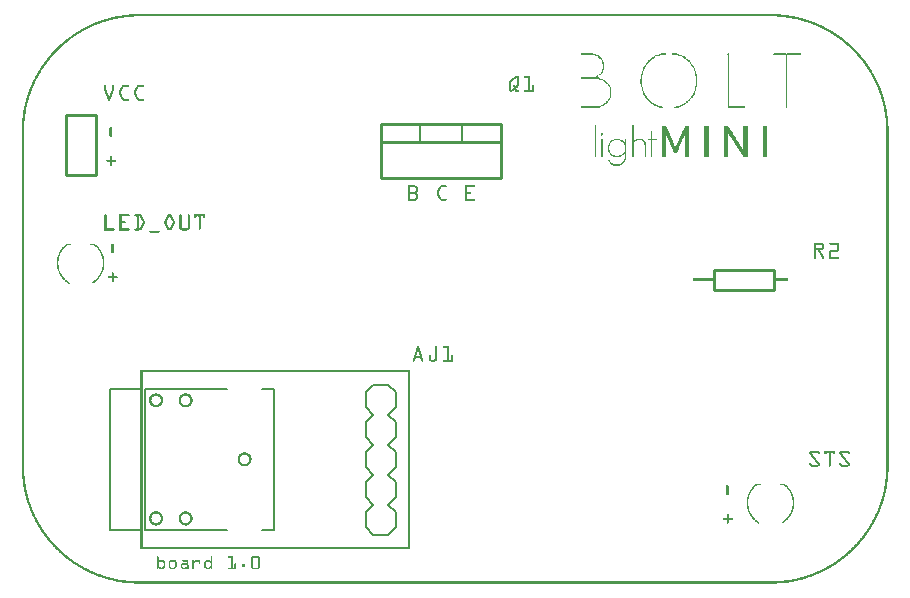
<source format=gto>
G04 MADE WITH FRITZING*
G04 WWW.FRITZING.ORG*
G04 DOUBLE SIDED*
G04 HOLES PLATED*
G04 CONTOUR ON CENTER OF CONTOUR VECTOR*
%ASAXBY*%
%FSLAX23Y23*%
%MOIN*%
%OFA0B0*%
%SFA1.0B1.0*%
%ADD10C,0.010000*%
%ADD11C,0.005000*%
%ADD12C,0.008000*%
%ADD13R,0.001000X0.001000*%
%LNSILK1*%
G90*
G70*
G54D10*
X1197Y1535D02*
X1597Y1535D01*
D02*
X1597Y1535D02*
X1597Y1355D01*
D02*
X1597Y1355D02*
X1197Y1355D01*
D02*
X1197Y1355D02*
X1197Y1535D01*
D02*
X1197Y1535D02*
X1597Y1535D01*
D02*
X1597Y1535D02*
X1597Y1475D01*
D02*
X1597Y1475D02*
X1197Y1475D01*
D02*
X1197Y1475D02*
X1197Y1535D01*
G54D11*
D02*
X1327Y1535D02*
X1327Y1475D01*
D02*
X1467Y1535D02*
X1467Y1475D01*
G54D10*
D02*
X147Y1565D02*
X147Y1365D01*
D02*
X147Y1365D02*
X247Y1365D01*
D02*
X247Y1365D02*
X247Y1565D01*
D02*
X247Y1565D02*
X147Y1565D01*
G54D12*
D02*
X1247Y340D02*
X1247Y290D01*
D02*
X1247Y290D02*
X1222Y265D01*
D02*
X1172Y265D02*
X1147Y290D01*
D02*
X1222Y265D02*
X1247Y240D01*
D02*
X1247Y240D02*
X1247Y190D01*
D02*
X1247Y190D02*
X1222Y165D01*
D02*
X1172Y165D02*
X1147Y190D01*
D02*
X1147Y190D02*
X1147Y240D01*
D02*
X1147Y240D02*
X1172Y265D01*
D02*
X1222Y465D02*
X1247Y440D01*
D02*
X1247Y440D02*
X1247Y390D01*
D02*
X1247Y390D02*
X1222Y365D01*
D02*
X1172Y365D02*
X1147Y390D01*
D02*
X1147Y390D02*
X1147Y440D01*
D02*
X1147Y440D02*
X1172Y465D01*
D02*
X1247Y340D02*
X1222Y365D01*
D02*
X1172Y365D02*
X1147Y340D01*
D02*
X1147Y290D02*
X1147Y340D01*
D02*
X1247Y640D02*
X1247Y590D01*
D02*
X1247Y590D02*
X1222Y565D01*
D02*
X1172Y565D02*
X1147Y590D01*
D02*
X1222Y565D02*
X1247Y540D01*
D02*
X1247Y540D02*
X1247Y490D01*
D02*
X1247Y490D02*
X1222Y465D01*
D02*
X1172Y465D02*
X1147Y490D01*
D02*
X1147Y490D02*
X1147Y540D01*
D02*
X1147Y540D02*
X1172Y565D01*
D02*
X1222Y665D02*
X1172Y665D01*
D02*
X1247Y640D02*
X1222Y665D01*
D02*
X1172Y665D02*
X1147Y640D01*
D02*
X1147Y590D02*
X1147Y640D01*
D02*
X1222Y165D02*
X1172Y165D01*
D02*
X842Y651D02*
X842Y179D01*
D02*
X409Y651D02*
X684Y651D01*
D02*
X842Y651D02*
X802Y651D01*
D02*
X409Y651D02*
X409Y179D01*
D02*
X409Y179D02*
X684Y179D01*
D02*
X842Y179D02*
X802Y179D01*
D02*
X295Y179D02*
X397Y179D01*
D02*
X295Y651D02*
X397Y651D01*
D02*
X295Y179D02*
X295Y651D01*
G54D10*
D02*
X2306Y1048D02*
X2506Y1048D01*
D02*
X2506Y1048D02*
X2506Y982D01*
D02*
X2506Y982D02*
X2306Y982D01*
D02*
X2306Y982D02*
X2306Y1048D01*
G36*
X2142Y1771D02*
X2142Y1769D01*
X2129Y1769D01*
X2129Y1767D01*
X2123Y1767D01*
X2123Y1765D01*
X2117Y1765D01*
X2117Y1763D01*
X2112Y1763D01*
X2112Y1761D01*
X2108Y1761D01*
X2108Y1759D01*
X2106Y1759D01*
X2106Y1756D01*
X2102Y1756D01*
X2102Y1754D01*
X2098Y1754D01*
X2098Y1752D01*
X2096Y1752D01*
X2096Y1750D01*
X2094Y1750D01*
X2094Y1748D01*
X2091Y1748D01*
X2091Y1746D01*
X2087Y1746D01*
X2087Y1742D01*
X2085Y1742D01*
X2085Y1740D01*
X2083Y1740D01*
X2083Y1738D01*
X2081Y1738D01*
X2081Y1733D01*
X2079Y1733D01*
X2079Y1731D01*
X2077Y1731D01*
X2077Y1727D01*
X2075Y1727D01*
X2075Y1723D01*
X2072Y1723D01*
X2072Y1721D01*
X2070Y1721D01*
X2070Y1712D01*
X2068Y1712D01*
X2068Y1710D01*
X2066Y1710D01*
X2066Y1700D01*
X2064Y1700D01*
X2064Y1685D01*
X2062Y1685D01*
X2062Y1668D01*
X2064Y1668D01*
X2064Y1656D01*
X2066Y1656D01*
X2066Y1645D01*
X2068Y1645D01*
X2068Y1643D01*
X2070Y1643D01*
X2070Y1635D01*
X2072Y1635D01*
X2072Y1630D01*
X2075Y1630D01*
X2075Y1628D01*
X2077Y1628D01*
X2077Y1622D01*
X2081Y1622D01*
X2081Y1618D01*
X2083Y1618D01*
X2083Y1616D01*
X2085Y1616D01*
X2085Y1614D01*
X2087Y1614D01*
X2087Y1611D01*
X2089Y1611D01*
X2089Y1609D01*
X2091Y1609D01*
X2091Y1607D01*
X2094Y1607D01*
X2094Y1605D01*
X2096Y1605D01*
X2096Y1603D01*
X2098Y1603D01*
X2098Y1601D01*
X2102Y1601D01*
X2102Y1599D01*
X2104Y1599D01*
X2104Y1597D01*
X2108Y1597D01*
X2108Y1595D01*
X2110Y1595D01*
X2110Y1593D01*
X2117Y1593D01*
X2117Y1590D01*
X2123Y1590D01*
X2123Y1588D01*
X2129Y1588D01*
X2129Y1586D01*
X2146Y1586D01*
X2146Y1588D01*
X2138Y1588D01*
X2138Y1590D01*
X2133Y1590D01*
X2133Y1593D01*
X2123Y1593D01*
X2123Y1595D01*
X2121Y1595D01*
X2121Y1597D01*
X2115Y1597D01*
X2115Y1599D01*
X2110Y1599D01*
X2110Y1601D01*
X2108Y1601D01*
X2108Y1603D01*
X2102Y1603D01*
X2102Y1607D01*
X2098Y1607D01*
X2098Y1609D01*
X2096Y1609D01*
X2096Y1611D01*
X2094Y1611D01*
X2094Y1614D01*
X2091Y1614D01*
X2091Y1616D01*
X2089Y1616D01*
X2089Y1618D01*
X2087Y1618D01*
X2087Y1620D01*
X2085Y1620D01*
X2085Y1622D01*
X2083Y1622D01*
X2083Y1626D01*
X2081Y1626D01*
X2081Y1628D01*
X2079Y1628D01*
X2079Y1630D01*
X2077Y1630D01*
X2077Y1637D01*
X2075Y1637D01*
X2075Y1643D01*
X2072Y1643D01*
X2072Y1647D01*
X2070Y1647D01*
X2070Y1658D01*
X2068Y1658D01*
X2068Y1664D01*
X2066Y1664D01*
X2066Y1696D01*
X2070Y1696D01*
X2070Y1710D01*
X2072Y1710D01*
X2072Y1712D01*
X2075Y1712D01*
X2075Y1717D01*
X2077Y1717D01*
X2077Y1723D01*
X2079Y1723D01*
X2079Y1725D01*
X2081Y1725D01*
X2081Y1731D01*
X2085Y1731D01*
X2085Y1735D01*
X2087Y1735D01*
X2087Y1738D01*
X2089Y1738D01*
X2089Y1740D01*
X2091Y1740D01*
X2091Y1742D01*
X2094Y1742D01*
X2094Y1744D01*
X2096Y1744D01*
X2096Y1746D01*
X2098Y1746D01*
X2098Y1748D01*
X2100Y1748D01*
X2100Y1750D01*
X2104Y1750D01*
X2104Y1752D01*
X2106Y1752D01*
X2106Y1754D01*
X2110Y1754D01*
X2110Y1756D01*
X2112Y1756D01*
X2112Y1759D01*
X2119Y1759D01*
X2119Y1761D01*
X2127Y1761D01*
X2127Y1763D01*
X2129Y1763D01*
X2129Y1765D01*
X2146Y1765D01*
X2146Y1771D01*
X2142Y1771D01*
G37*
D02*
G36*
X2167Y1771D02*
X2167Y1765D01*
X2184Y1765D01*
X2184Y1763D01*
X2188Y1763D01*
X2188Y1761D01*
X2194Y1761D01*
X2194Y1759D01*
X2201Y1759D01*
X2201Y1756D01*
X2203Y1756D01*
X2203Y1754D01*
X2207Y1754D01*
X2207Y1752D01*
X2209Y1752D01*
X2209Y1750D01*
X2213Y1750D01*
X2213Y1748D01*
X2215Y1748D01*
X2215Y1746D01*
X2218Y1746D01*
X2218Y1744D01*
X2220Y1744D01*
X2220Y1742D01*
X2222Y1742D01*
X2222Y1740D01*
X2226Y1740D01*
X2226Y1735D01*
X2228Y1735D01*
X2228Y1733D01*
X2230Y1733D01*
X2230Y1731D01*
X2232Y1731D01*
X2232Y1727D01*
X2234Y1727D01*
X2234Y1723D01*
X2236Y1723D01*
X2236Y1721D01*
X2239Y1721D01*
X2239Y1714D01*
X2241Y1714D01*
X2241Y1710D01*
X2243Y1710D01*
X2243Y1700D01*
X2245Y1700D01*
X2245Y1693D01*
X2247Y1693D01*
X2247Y1660D01*
X2245Y1660D01*
X2245Y1656D01*
X2243Y1656D01*
X2243Y1643D01*
X2241Y1643D01*
X2241Y1641D01*
X2239Y1641D01*
X2239Y1637D01*
X2236Y1637D01*
X2236Y1630D01*
X2234Y1630D01*
X2234Y1628D01*
X2232Y1628D01*
X2232Y1624D01*
X2230Y1624D01*
X2230Y1622D01*
X2228Y1622D01*
X2228Y1618D01*
X2224Y1618D01*
X2224Y1614D01*
X2222Y1614D01*
X2222Y1611D01*
X2218Y1611D01*
X2218Y1609D01*
X2215Y1609D01*
X2215Y1607D01*
X2213Y1607D01*
X2213Y1605D01*
X2211Y1605D01*
X2211Y1603D01*
X2207Y1603D01*
X2207Y1601D01*
X2205Y1601D01*
X2205Y1599D01*
X2201Y1599D01*
X2201Y1597D01*
X2194Y1597D01*
X2194Y1595D01*
X2190Y1595D01*
X2190Y1593D01*
X2180Y1593D01*
X2180Y1590D01*
X2175Y1590D01*
X2175Y1588D01*
X2167Y1588D01*
X2167Y1586D01*
X2184Y1586D01*
X2184Y1588D01*
X2192Y1588D01*
X2192Y1590D01*
X2197Y1590D01*
X2197Y1593D01*
X2203Y1593D01*
X2203Y1595D01*
X2205Y1595D01*
X2205Y1597D01*
X2209Y1597D01*
X2209Y1599D01*
X2211Y1599D01*
X2211Y1601D01*
X2215Y1601D01*
X2215Y1603D01*
X2218Y1603D01*
X2218Y1605D01*
X2220Y1605D01*
X2220Y1607D01*
X2222Y1607D01*
X2222Y1609D01*
X2224Y1609D01*
X2224Y1611D01*
X2226Y1611D01*
X2226Y1614D01*
X2228Y1614D01*
X2228Y1616D01*
X2230Y1616D01*
X2230Y1618D01*
X2232Y1618D01*
X2232Y1622D01*
X2236Y1622D01*
X2236Y1626D01*
X2239Y1626D01*
X2239Y1630D01*
X2241Y1630D01*
X2241Y1632D01*
X2243Y1632D01*
X2243Y1641D01*
X2245Y1641D01*
X2245Y1643D01*
X2247Y1643D01*
X2247Y1656D01*
X2249Y1656D01*
X2249Y1664D01*
X2251Y1664D01*
X2251Y1689D01*
X2249Y1689D01*
X2249Y1702D01*
X2247Y1702D01*
X2247Y1712D01*
X2245Y1712D01*
X2245Y1714D01*
X2243Y1714D01*
X2243Y1721D01*
X2241Y1721D01*
X2241Y1723D01*
X2239Y1723D01*
X2239Y1727D01*
X2236Y1727D01*
X2236Y1731D01*
X2234Y1731D01*
X2234Y1735D01*
X2232Y1735D01*
X2232Y1738D01*
X2230Y1738D01*
X2230Y1740D01*
X2228Y1740D01*
X2228Y1742D01*
X2226Y1742D01*
X2226Y1746D01*
X2222Y1746D01*
X2222Y1750D01*
X2218Y1750D01*
X2218Y1752D01*
X2215Y1752D01*
X2215Y1754D01*
X2213Y1754D01*
X2213Y1756D01*
X2209Y1756D01*
X2209Y1759D01*
X2207Y1759D01*
X2207Y1761D01*
X2201Y1761D01*
X2201Y1763D01*
X2197Y1763D01*
X2197Y1765D01*
X2190Y1765D01*
X2190Y1767D01*
X2184Y1767D01*
X2184Y1769D01*
X2171Y1769D01*
X2171Y1771D01*
X2167Y1771D01*
G37*
D02*
G36*
X1864Y1769D02*
X1864Y1765D01*
X1904Y1765D01*
X1904Y1763D01*
X1909Y1763D01*
X1909Y1761D01*
X1917Y1761D01*
X1917Y1759D01*
X1921Y1759D01*
X1921Y1754D01*
X1925Y1754D01*
X1925Y1752D01*
X1927Y1752D01*
X1927Y1750D01*
X1930Y1750D01*
X1930Y1748D01*
X1932Y1748D01*
X1932Y1746D01*
X1934Y1746D01*
X1934Y1735D01*
X1938Y1735D01*
X1938Y1719D01*
X1936Y1719D01*
X1936Y1717D01*
X1934Y1717D01*
X1934Y1708D01*
X1932Y1708D01*
X1932Y1706D01*
X1930Y1706D01*
X1930Y1702D01*
X1925Y1702D01*
X1925Y1700D01*
X1923Y1700D01*
X1923Y1698D01*
X1921Y1698D01*
X1921Y1696D01*
X1927Y1696D01*
X1927Y1698D01*
X1930Y1698D01*
X1930Y1700D01*
X1932Y1700D01*
X1932Y1702D01*
X1934Y1702D01*
X1934Y1704D01*
X1936Y1704D01*
X1936Y1708D01*
X1938Y1708D01*
X1938Y1714D01*
X1940Y1714D01*
X1940Y1719D01*
X1942Y1719D01*
X1942Y1721D01*
X1940Y1721D01*
X1940Y1731D01*
X1942Y1731D01*
X1942Y1733D01*
X1940Y1733D01*
X1940Y1740D01*
X1938Y1740D01*
X1938Y1746D01*
X1936Y1746D01*
X1936Y1748D01*
X1934Y1748D01*
X1934Y1754D01*
X1932Y1754D01*
X1932Y1756D01*
X1927Y1756D01*
X1927Y1761D01*
X1923Y1761D01*
X1923Y1763D01*
X1921Y1763D01*
X1921Y1765D01*
X1913Y1765D01*
X1913Y1767D01*
X1904Y1767D01*
X1904Y1769D01*
X1864Y1769D01*
G37*
D02*
G36*
X2354Y1769D02*
X2354Y1767D01*
X2352Y1767D01*
X2352Y1765D01*
X2354Y1765D01*
X2354Y1588D01*
X2352Y1588D01*
X2352Y1586D01*
X2411Y1586D01*
X2411Y1593D01*
X2356Y1593D01*
X2356Y1769D01*
X2354Y1769D01*
G37*
D02*
G36*
X2508Y1769D02*
X2508Y1767D01*
X2547Y1767D01*
X2547Y1769D01*
X2508Y1769D01*
G37*
D02*
G36*
X2552Y1769D02*
X2552Y1767D01*
X2596Y1767D01*
X2596Y1769D01*
X2552Y1769D01*
G37*
D02*
G36*
X2505Y1767D02*
X2505Y1765D01*
X2598Y1765D01*
X2598Y1767D01*
X2505Y1767D01*
G37*
D02*
G36*
X2505Y1767D02*
X2505Y1765D01*
X2598Y1765D01*
X2598Y1767D01*
X2505Y1767D01*
G37*
D02*
G36*
X2547Y1765D02*
X2547Y1586D01*
X2552Y1586D01*
X2552Y1765D01*
X2547Y1765D01*
G37*
D02*
G36*
X1917Y1696D02*
X1917Y1693D01*
X1915Y1693D01*
X1915Y1691D01*
X1906Y1691D01*
X1906Y1689D01*
X1864Y1689D01*
X1864Y1685D01*
X1923Y1685D01*
X1923Y1683D01*
X1925Y1683D01*
X1925Y1681D01*
X1934Y1681D01*
X1934Y1679D01*
X1938Y1679D01*
X1938Y1677D01*
X1940Y1677D01*
X1940Y1675D01*
X1944Y1675D01*
X1944Y1672D01*
X1946Y1672D01*
X1946Y1670D01*
X1948Y1670D01*
X1948Y1666D01*
X1953Y1666D01*
X1953Y1662D01*
X1957Y1662D01*
X1957Y1656D01*
X1959Y1656D01*
X1959Y1664D01*
X1957Y1664D01*
X1957Y1668D01*
X1955Y1668D01*
X1955Y1670D01*
X1953Y1670D01*
X1953Y1672D01*
X1951Y1672D01*
X1951Y1675D01*
X1948Y1675D01*
X1948Y1677D01*
X1944Y1677D01*
X1944Y1679D01*
X1942Y1679D01*
X1942Y1681D01*
X1938Y1681D01*
X1938Y1683D01*
X1934Y1683D01*
X1934Y1685D01*
X1927Y1685D01*
X1927Y1687D01*
X1923Y1687D01*
X1923Y1689D01*
X1921Y1689D01*
X1921Y1696D01*
X1917Y1696D01*
G37*
D02*
G36*
X1959Y1656D02*
X1959Y1643D01*
X1961Y1643D01*
X1961Y1635D01*
X1959Y1635D01*
X1959Y1622D01*
X1957Y1622D01*
X1957Y1616D01*
X1955Y1616D01*
X1955Y1614D01*
X1953Y1614D01*
X1953Y1611D01*
X1951Y1611D01*
X1951Y1609D01*
X1948Y1609D01*
X1948Y1607D01*
X1946Y1607D01*
X1946Y1605D01*
X1944Y1605D01*
X1944Y1603D01*
X1942Y1603D01*
X1942Y1601D01*
X1940Y1601D01*
X1940Y1599D01*
X1936Y1599D01*
X1936Y1597D01*
X1930Y1597D01*
X1930Y1595D01*
X1927Y1595D01*
X1927Y1593D01*
X1864Y1593D01*
X1864Y1586D01*
X1917Y1586D01*
X1917Y1588D01*
X1927Y1588D01*
X1927Y1590D01*
X1932Y1590D01*
X1932Y1593D01*
X1938Y1593D01*
X1938Y1595D01*
X1940Y1595D01*
X1940Y1597D01*
X1944Y1597D01*
X1944Y1599D01*
X1946Y1599D01*
X1946Y1601D01*
X1951Y1601D01*
X1951Y1603D01*
X1953Y1603D01*
X1953Y1607D01*
X1955Y1607D01*
X1955Y1609D01*
X1957Y1609D01*
X1957Y1614D01*
X1959Y1614D01*
X1959Y1618D01*
X1961Y1618D01*
X1961Y1622D01*
X1963Y1622D01*
X1963Y1656D01*
X1959Y1656D01*
G37*
D02*
G36*
X1911Y1532D02*
X1911Y1423D01*
X1915Y1423D01*
X1915Y1532D01*
X1911Y1532D01*
G37*
D02*
G36*
X2035Y1532D02*
X2035Y1476D01*
X2039Y1476D01*
X2039Y1532D01*
X2035Y1532D01*
G37*
D02*
G36*
X2053Y1485D02*
X2053Y1483D01*
X2048Y1483D01*
X2048Y1482D01*
X2045Y1482D01*
X2045Y1480D01*
X2062Y1480D01*
X2062Y1479D01*
X2068Y1479D01*
X2068Y1477D01*
X2069Y1477D01*
X2069Y1476D01*
X2072Y1476D01*
X2072Y1473D01*
X2074Y1473D01*
X2074Y1471D01*
X2075Y1471D01*
X2075Y1465D01*
X2077Y1465D01*
X2077Y1423D01*
X2082Y1423D01*
X2082Y1468D01*
X2080Y1468D01*
X2080Y1473D01*
X2078Y1473D01*
X2078Y1476D01*
X2077Y1476D01*
X2077Y1477D01*
X2075Y1477D01*
X2075Y1479D01*
X2074Y1479D01*
X2074Y1480D01*
X2072Y1480D01*
X2072Y1482D01*
X2069Y1482D01*
X2069Y1483D01*
X2063Y1483D01*
X2063Y1485D01*
X2053Y1485D01*
G37*
D02*
G36*
X2044Y1480D02*
X2044Y1479D01*
X2042Y1479D01*
X2042Y1477D01*
X2041Y1477D01*
X2041Y1476D01*
X2047Y1476D01*
X2047Y1477D01*
X2050Y1477D01*
X2050Y1479D01*
X2054Y1479D01*
X2054Y1480D01*
X2044Y1480D01*
G37*
D02*
G36*
X2035Y1476D02*
X2035Y1474D01*
X2044Y1474D01*
X2044Y1476D01*
X2035Y1476D01*
G37*
D02*
G36*
X2035Y1476D02*
X2035Y1474D01*
X2044Y1474D01*
X2044Y1476D01*
X2035Y1476D01*
G37*
D02*
G36*
X2035Y1474D02*
X2035Y1423D01*
X2039Y1423D01*
X2039Y1468D01*
X2041Y1468D01*
X2041Y1471D01*
X2042Y1471D01*
X2042Y1474D01*
X2035Y1474D01*
G37*
D02*
G36*
X2134Y1527D02*
X2134Y1494D01*
X2150Y1494D01*
X2150Y1491D01*
X2151Y1491D01*
X2151Y1488D01*
X2153Y1488D01*
X2153Y1485D01*
X2154Y1485D01*
X2154Y1482D01*
X2156Y1482D01*
X2156Y1477D01*
X2157Y1477D01*
X2157Y1474D01*
X2159Y1474D01*
X2159Y1471D01*
X2160Y1471D01*
X2160Y1468D01*
X2162Y1468D01*
X2162Y1464D01*
X2163Y1464D01*
X2163Y1460D01*
X2165Y1460D01*
X2165Y1459D01*
X2177Y1459D01*
X2177Y1462D01*
X2175Y1462D01*
X2175Y1467D01*
X2174Y1467D01*
X2174Y1470D01*
X2172Y1470D01*
X2172Y1473D01*
X2171Y1473D01*
X2171Y1476D01*
X2169Y1476D01*
X2169Y1480D01*
X2168Y1480D01*
X2168Y1483D01*
X2166Y1483D01*
X2166Y1486D01*
X2165Y1486D01*
X2165Y1489D01*
X2163Y1489D01*
X2163Y1494D01*
X2162Y1494D01*
X2162Y1497D01*
X2160Y1497D01*
X2160Y1500D01*
X2159Y1500D01*
X2159Y1503D01*
X2157Y1503D01*
X2157Y1507D01*
X2156Y1507D01*
X2156Y1510D01*
X2154Y1510D01*
X2154Y1513D01*
X2153Y1513D01*
X2153Y1516D01*
X2151Y1516D01*
X2151Y1521D01*
X2150Y1521D01*
X2150Y1524D01*
X2148Y1524D01*
X2148Y1527D01*
X2134Y1527D01*
G37*
D02*
G36*
X2210Y1527D02*
X2210Y1526D01*
X2209Y1526D01*
X2209Y1522D01*
X2207Y1522D01*
X2207Y1518D01*
X2206Y1518D01*
X2206Y1515D01*
X2204Y1515D01*
X2204Y1512D01*
X2202Y1512D01*
X2202Y1509D01*
X2201Y1509D01*
X2201Y1504D01*
X2199Y1504D01*
X2199Y1501D01*
X2198Y1501D01*
X2198Y1498D01*
X2196Y1498D01*
X2196Y1495D01*
X2210Y1495D01*
X2210Y1423D01*
X2224Y1423D01*
X2224Y1527D01*
X2210Y1527D01*
G37*
D02*
G36*
X2195Y1495D02*
X2195Y1491D01*
X2193Y1491D01*
X2193Y1488D01*
X2192Y1488D01*
X2192Y1485D01*
X2190Y1485D01*
X2190Y1482D01*
X2189Y1482D01*
X2189Y1477D01*
X2187Y1477D01*
X2187Y1474D01*
X2186Y1474D01*
X2186Y1471D01*
X2184Y1471D01*
X2184Y1468D01*
X2183Y1468D01*
X2183Y1464D01*
X2181Y1464D01*
X2181Y1460D01*
X2180Y1460D01*
X2180Y1459D01*
X2193Y1459D01*
X2193Y1464D01*
X2195Y1464D01*
X2195Y1467D01*
X2196Y1467D01*
X2196Y1470D01*
X2198Y1470D01*
X2198Y1473D01*
X2199Y1473D01*
X2199Y1477D01*
X2201Y1477D01*
X2201Y1480D01*
X2202Y1480D01*
X2202Y1483D01*
X2204Y1483D01*
X2204Y1488D01*
X2206Y1488D01*
X2206Y1491D01*
X2207Y1491D01*
X2207Y1494D01*
X2209Y1494D01*
X2209Y1495D01*
X2195Y1495D01*
G37*
D02*
G36*
X2134Y1494D02*
X2134Y1423D01*
X2148Y1423D01*
X2148Y1494D01*
X2134Y1494D01*
G37*
D02*
G36*
X2165Y1459D02*
X2165Y1457D01*
X2192Y1457D01*
X2192Y1459D01*
X2165Y1459D01*
G37*
D02*
G36*
X2165Y1459D02*
X2165Y1457D01*
X2192Y1457D01*
X2192Y1459D01*
X2165Y1459D01*
G37*
D02*
G36*
X2166Y1457D02*
X2166Y1454D01*
X2168Y1454D01*
X2168Y1450D01*
X2169Y1450D01*
X2169Y1447D01*
X2171Y1447D01*
X2171Y1444D01*
X2172Y1444D01*
X2172Y1441D01*
X2174Y1441D01*
X2174Y1438D01*
X2184Y1438D01*
X2184Y1442D01*
X2186Y1442D01*
X2186Y1445D01*
X2187Y1445D01*
X2187Y1448D01*
X2189Y1448D01*
X2189Y1453D01*
X2190Y1453D01*
X2190Y1456D01*
X2192Y1456D01*
X2192Y1457D01*
X2166Y1457D01*
G37*
D02*
G36*
X2275Y1527D02*
X2275Y1423D01*
X2289Y1423D01*
X2289Y1527D01*
X2275Y1527D01*
G37*
D02*
G36*
X2342Y1527D02*
X2342Y1500D01*
X2357Y1500D01*
X2357Y1498D01*
X2358Y1498D01*
X2358Y1495D01*
X2360Y1495D01*
X2360Y1494D01*
X2361Y1494D01*
X2361Y1491D01*
X2363Y1491D01*
X2363Y1489D01*
X2364Y1489D01*
X2364Y1486D01*
X2366Y1486D01*
X2366Y1485D01*
X2367Y1485D01*
X2367Y1482D01*
X2369Y1482D01*
X2369Y1480D01*
X2370Y1480D01*
X2370Y1477D01*
X2372Y1477D01*
X2372Y1476D01*
X2373Y1476D01*
X2373Y1473D01*
X2375Y1473D01*
X2375Y1470D01*
X2376Y1470D01*
X2376Y1468D01*
X2378Y1468D01*
X2378Y1465D01*
X2379Y1465D01*
X2379Y1464D01*
X2381Y1464D01*
X2381Y1460D01*
X2382Y1460D01*
X2382Y1459D01*
X2384Y1459D01*
X2384Y1456D01*
X2385Y1456D01*
X2385Y1454D01*
X2387Y1454D01*
X2387Y1451D01*
X2388Y1451D01*
X2388Y1450D01*
X2404Y1450D01*
X2404Y1451D01*
X2402Y1451D01*
X2402Y1453D01*
X2401Y1453D01*
X2401Y1456D01*
X2399Y1456D01*
X2399Y1457D01*
X2398Y1457D01*
X2398Y1460D01*
X2396Y1460D01*
X2396Y1462D01*
X2395Y1462D01*
X2395Y1465D01*
X2393Y1465D01*
X2393Y1468D01*
X2392Y1468D01*
X2392Y1470D01*
X2390Y1470D01*
X2390Y1473D01*
X2388Y1473D01*
X2388Y1474D01*
X2387Y1474D01*
X2387Y1477D01*
X2385Y1477D01*
X2385Y1479D01*
X2384Y1479D01*
X2384Y1482D01*
X2382Y1482D01*
X2382Y1485D01*
X2381Y1485D01*
X2381Y1486D01*
X2379Y1486D01*
X2379Y1489D01*
X2378Y1489D01*
X2378Y1491D01*
X2376Y1491D01*
X2376Y1494D01*
X2375Y1494D01*
X2375Y1495D01*
X2373Y1495D01*
X2373Y1498D01*
X2372Y1498D01*
X2372Y1501D01*
X2370Y1501D01*
X2370Y1503D01*
X2369Y1503D01*
X2369Y1506D01*
X2367Y1506D01*
X2367Y1507D01*
X2366Y1507D01*
X2366Y1510D01*
X2364Y1510D01*
X2364Y1512D01*
X2363Y1512D01*
X2363Y1515D01*
X2361Y1515D01*
X2361Y1518D01*
X2360Y1518D01*
X2360Y1519D01*
X2358Y1519D01*
X2358Y1522D01*
X2357Y1522D01*
X2357Y1524D01*
X2355Y1524D01*
X2355Y1527D01*
X2342Y1527D01*
G37*
D02*
G36*
X2405Y1527D02*
X2405Y1450D01*
X2419Y1450D01*
X2419Y1527D01*
X2405Y1527D01*
G37*
D02*
G36*
X2342Y1500D02*
X2342Y1423D01*
X2355Y1423D01*
X2355Y1500D01*
X2342Y1500D01*
G37*
D02*
G36*
X2390Y1450D02*
X2390Y1448D01*
X2419Y1448D01*
X2419Y1450D01*
X2390Y1450D01*
G37*
D02*
G36*
X2390Y1450D02*
X2390Y1448D01*
X2419Y1448D01*
X2419Y1450D01*
X2390Y1450D01*
G37*
D02*
G36*
X2390Y1448D02*
X2390Y1447D01*
X2392Y1447D01*
X2392Y1444D01*
X2393Y1444D01*
X2393Y1442D01*
X2395Y1442D01*
X2395Y1439D01*
X2396Y1439D01*
X2396Y1438D01*
X2398Y1438D01*
X2398Y1435D01*
X2399Y1435D01*
X2399Y1433D01*
X2401Y1433D01*
X2401Y1430D01*
X2402Y1430D01*
X2402Y1429D01*
X2404Y1429D01*
X2404Y1426D01*
X2405Y1426D01*
X2405Y1423D01*
X2419Y1423D01*
X2419Y1448D01*
X2390Y1448D01*
G37*
D02*
G36*
X2470Y1527D02*
X2470Y1423D01*
X2484Y1423D01*
X2484Y1527D01*
X2470Y1527D01*
G37*
D02*
G36*
X2097Y1510D02*
X2097Y1483D01*
X2088Y1483D01*
X2088Y1479D01*
X2097Y1479D01*
X2097Y1423D01*
X2101Y1423D01*
X2101Y1479D01*
X2116Y1479D01*
X2116Y1483D01*
X2101Y1483D01*
X2101Y1510D01*
X2097Y1510D01*
G37*
D02*
G36*
X1932Y1504D02*
X1932Y1503D01*
X1930Y1503D01*
X1930Y1501D01*
X1929Y1501D01*
X1929Y1500D01*
X1930Y1500D01*
X1930Y1497D01*
X1932Y1497D01*
X1932Y1495D01*
X1935Y1495D01*
X1935Y1497D01*
X1938Y1497D01*
X1938Y1501D01*
X1936Y1501D01*
X1936Y1503D01*
X1935Y1503D01*
X1935Y1504D01*
X1932Y1504D01*
G37*
D02*
G36*
X1932Y1483D02*
X1932Y1423D01*
X1936Y1423D01*
X1936Y1483D01*
X1932Y1483D01*
G37*
D02*
G36*
X1979Y1485D02*
X1979Y1483D01*
X1989Y1483D01*
X1989Y1485D01*
X1979Y1485D01*
G37*
D02*
G36*
X1973Y1483D02*
X1973Y1482D01*
X1970Y1482D01*
X1970Y1480D01*
X1988Y1480D01*
X1988Y1479D01*
X1994Y1479D01*
X1994Y1477D01*
X1997Y1477D01*
X1997Y1476D01*
X1998Y1476D01*
X1998Y1474D01*
X2001Y1474D01*
X2001Y1473D01*
X2007Y1473D01*
X2007Y1474D01*
X2006Y1474D01*
X2006Y1476D01*
X2004Y1476D01*
X2004Y1477D01*
X2003Y1477D01*
X2003Y1479D01*
X2000Y1479D01*
X2000Y1480D01*
X1998Y1480D01*
X1998Y1482D01*
X1994Y1482D01*
X1994Y1483D01*
X1973Y1483D01*
G37*
D02*
G36*
X2009Y1483D02*
X2009Y1473D01*
X2013Y1473D01*
X2013Y1483D01*
X2009Y1483D01*
G37*
D02*
G36*
X1967Y1480D02*
X1967Y1479D01*
X1965Y1479D01*
X1965Y1477D01*
X1964Y1477D01*
X1964Y1476D01*
X1962Y1476D01*
X1962Y1474D01*
X1961Y1474D01*
X1961Y1473D01*
X1959Y1473D01*
X1959Y1471D01*
X1957Y1471D01*
X1957Y1468D01*
X1956Y1468D01*
X1956Y1465D01*
X1954Y1465D01*
X1954Y1462D01*
X1953Y1462D01*
X1953Y1445D01*
X1954Y1445D01*
X1954Y1441D01*
X1956Y1441D01*
X1956Y1438D01*
X1957Y1438D01*
X1957Y1436D01*
X1959Y1436D01*
X1959Y1433D01*
X1961Y1433D01*
X1961Y1432D01*
X1962Y1432D01*
X1962Y1430D01*
X1964Y1430D01*
X1964Y1429D01*
X1965Y1429D01*
X1965Y1427D01*
X1976Y1427D01*
X1976Y1429D01*
X1973Y1429D01*
X1973Y1430D01*
X1970Y1430D01*
X1970Y1432D01*
X1968Y1432D01*
X1968Y1433D01*
X1965Y1433D01*
X1965Y1435D01*
X1964Y1435D01*
X1964Y1438D01*
X1962Y1438D01*
X1962Y1439D01*
X1961Y1439D01*
X1961Y1442D01*
X1959Y1442D01*
X1959Y1447D01*
X1957Y1447D01*
X1957Y1460D01*
X1959Y1460D01*
X1959Y1465D01*
X1961Y1465D01*
X1961Y1468D01*
X1962Y1468D01*
X1962Y1470D01*
X1964Y1470D01*
X1964Y1471D01*
X1965Y1471D01*
X1965Y1473D01*
X1967Y1473D01*
X1967Y1474D01*
X1968Y1474D01*
X1968Y1476D01*
X1971Y1476D01*
X1971Y1477D01*
X1974Y1477D01*
X1974Y1479D01*
X1980Y1479D01*
X1980Y1480D01*
X1967Y1480D01*
G37*
D02*
G36*
X2003Y1473D02*
X2003Y1471D01*
X2013Y1471D01*
X2013Y1473D01*
X2003Y1473D01*
G37*
D02*
G36*
X2003Y1473D02*
X2003Y1471D01*
X2013Y1471D01*
X2013Y1473D01*
X2003Y1473D01*
G37*
D02*
G36*
X2004Y1471D02*
X2004Y1470D01*
X2006Y1470D01*
X2006Y1467D01*
X2007Y1467D01*
X2007Y1464D01*
X2009Y1464D01*
X2009Y1459D01*
X2010Y1459D01*
X2010Y1448D01*
X2009Y1448D01*
X2009Y1442D01*
X2007Y1442D01*
X2007Y1439D01*
X2006Y1439D01*
X2006Y1438D01*
X2004Y1438D01*
X2004Y1436D01*
X2003Y1436D01*
X2003Y1435D01*
X2001Y1435D01*
X2001Y1433D01*
X2009Y1433D01*
X2009Y1417D01*
X2007Y1417D01*
X2007Y1412D01*
X2006Y1412D01*
X2006Y1409D01*
X2004Y1409D01*
X2004Y1408D01*
X2003Y1408D01*
X2003Y1406D01*
X2001Y1406D01*
X2001Y1405D01*
X2000Y1405D01*
X2000Y1403D01*
X1998Y1403D01*
X1998Y1402D01*
X1994Y1402D01*
X1994Y1400D01*
X2003Y1400D01*
X2003Y1402D01*
X2004Y1402D01*
X2004Y1403D01*
X2006Y1403D01*
X2006Y1405D01*
X2007Y1405D01*
X2007Y1406D01*
X2009Y1406D01*
X2009Y1408D01*
X2010Y1408D01*
X2010Y1411D01*
X2012Y1411D01*
X2012Y1415D01*
X2013Y1415D01*
X2013Y1471D01*
X2004Y1471D01*
G37*
D02*
G36*
X2000Y1433D02*
X2000Y1432D01*
X1998Y1432D01*
X1998Y1430D01*
X1995Y1430D01*
X1995Y1429D01*
X1992Y1429D01*
X1992Y1427D01*
X2001Y1427D01*
X2001Y1429D01*
X2003Y1429D01*
X2003Y1430D01*
X2004Y1430D01*
X2004Y1432D01*
X2006Y1432D01*
X2006Y1433D01*
X2000Y1433D01*
G37*
D02*
G36*
X1968Y1427D02*
X1968Y1426D01*
X2000Y1426D01*
X2000Y1427D01*
X1968Y1427D01*
G37*
D02*
G36*
X1968Y1427D02*
X1968Y1426D01*
X2000Y1426D01*
X2000Y1427D01*
X1968Y1427D01*
G37*
D02*
G36*
X1971Y1426D02*
X1971Y1424D01*
X1976Y1424D01*
X1976Y1423D01*
X1992Y1423D01*
X1992Y1424D01*
X1997Y1424D01*
X1997Y1426D01*
X1971Y1426D01*
G37*
D02*
G36*
X1954Y1414D02*
X1954Y1412D01*
X1956Y1412D01*
X1956Y1409D01*
X1957Y1409D01*
X1957Y1406D01*
X1959Y1406D01*
X1959Y1405D01*
X1961Y1405D01*
X1961Y1402D01*
X1964Y1402D01*
X1964Y1400D01*
X1973Y1400D01*
X1973Y1402D01*
X1970Y1402D01*
X1970Y1403D01*
X1967Y1403D01*
X1967Y1405D01*
X1964Y1405D01*
X1964Y1406D01*
X1962Y1406D01*
X1962Y1409D01*
X1961Y1409D01*
X1961Y1412D01*
X1959Y1412D01*
X1959Y1414D01*
X1954Y1414D01*
G37*
D02*
G36*
X1965Y1400D02*
X1965Y1398D01*
X2001Y1398D01*
X2001Y1400D01*
X1965Y1400D01*
G37*
D02*
G36*
X1965Y1400D02*
X1965Y1398D01*
X2001Y1398D01*
X2001Y1400D01*
X1965Y1400D01*
G37*
D02*
G36*
X1968Y1398D02*
X1968Y1397D01*
X1971Y1397D01*
X1971Y1395D01*
X1979Y1395D01*
X1979Y1394D01*
X1988Y1394D01*
X1988Y1395D01*
X1995Y1395D01*
X1995Y1397D01*
X1998Y1397D01*
X1998Y1398D01*
X1968Y1398D01*
G37*
D02*
G54D13*
X373Y1900D02*
X2516Y1900D01*
X359Y1899D02*
X2530Y1899D01*
X349Y1898D02*
X2540Y1898D01*
X341Y1897D02*
X2548Y1897D01*
X333Y1896D02*
X2556Y1896D01*
X327Y1895D02*
X2562Y1895D01*
X322Y1894D02*
X2567Y1894D01*
X316Y1893D02*
X2573Y1893D01*
X312Y1892D02*
X372Y1892D01*
X2517Y1892D02*
X2577Y1892D01*
X307Y1891D02*
X358Y1891D01*
X2531Y1891D02*
X2582Y1891D01*
X303Y1890D02*
X348Y1890D01*
X2541Y1890D02*
X2586Y1890D01*
X298Y1889D02*
X340Y1889D01*
X2549Y1889D02*
X2591Y1889D01*
X294Y1888D02*
X333Y1888D01*
X2556Y1888D02*
X2595Y1888D01*
X291Y1887D02*
X327Y1887D01*
X2562Y1887D02*
X2598Y1887D01*
X287Y1886D02*
X321Y1886D01*
X2568Y1886D02*
X2602Y1886D01*
X284Y1885D02*
X316Y1885D01*
X2573Y1885D02*
X2605Y1885D01*
X280Y1884D02*
X311Y1884D01*
X2578Y1884D02*
X2609Y1884D01*
X277Y1883D02*
X306Y1883D01*
X2583Y1883D02*
X2612Y1883D01*
X274Y1882D02*
X302Y1882D01*
X2587Y1882D02*
X2615Y1882D01*
X271Y1881D02*
X298Y1881D01*
X2591Y1881D02*
X2618Y1881D01*
X268Y1880D02*
X294Y1880D01*
X2595Y1880D02*
X2621Y1880D01*
X265Y1879D02*
X290Y1879D01*
X2599Y1879D02*
X2624Y1879D01*
X262Y1878D02*
X287Y1878D01*
X2602Y1878D02*
X2627Y1878D01*
X259Y1877D02*
X283Y1877D01*
X2606Y1877D02*
X2630Y1877D01*
X256Y1876D02*
X280Y1876D01*
X2609Y1876D02*
X2633Y1876D01*
X254Y1875D02*
X277Y1875D01*
X2612Y1875D02*
X2635Y1875D01*
X251Y1874D02*
X274Y1874D01*
X2615Y1874D02*
X2638Y1874D01*
X249Y1873D02*
X271Y1873D01*
X2618Y1873D02*
X2640Y1873D01*
X246Y1872D02*
X268Y1872D01*
X2621Y1872D02*
X2643Y1872D01*
X244Y1871D02*
X265Y1871D01*
X2624Y1871D02*
X2645Y1871D01*
X241Y1870D02*
X262Y1870D01*
X2627Y1870D02*
X2648Y1870D01*
X239Y1869D02*
X259Y1869D01*
X2630Y1869D02*
X2650Y1869D01*
X236Y1868D02*
X256Y1868D01*
X2633Y1868D02*
X2653Y1868D01*
X234Y1867D02*
X254Y1867D01*
X2635Y1867D02*
X2655Y1867D01*
X232Y1866D02*
X251Y1866D01*
X2638Y1866D02*
X2657Y1866D01*
X230Y1865D02*
X249Y1865D01*
X2640Y1865D02*
X2659Y1865D01*
X228Y1864D02*
X246Y1864D01*
X2643Y1864D02*
X2661Y1864D01*
X225Y1863D02*
X244Y1863D01*
X2645Y1863D02*
X2664Y1863D01*
X223Y1862D02*
X241Y1862D01*
X2648Y1862D02*
X2666Y1862D01*
X221Y1861D02*
X239Y1861D01*
X2650Y1861D02*
X2668Y1861D01*
X219Y1860D02*
X237Y1860D01*
X2652Y1860D02*
X2670Y1860D01*
X217Y1859D02*
X235Y1859D01*
X2654Y1859D02*
X2672Y1859D01*
X215Y1858D02*
X232Y1858D01*
X2657Y1858D02*
X2674Y1858D01*
X213Y1857D02*
X230Y1857D01*
X2659Y1857D02*
X2676Y1857D01*
X211Y1856D02*
X228Y1856D01*
X2661Y1856D02*
X2678Y1856D01*
X209Y1855D02*
X226Y1855D01*
X2663Y1855D02*
X2680Y1855D01*
X207Y1854D02*
X224Y1854D01*
X2665Y1854D02*
X2682Y1854D01*
X205Y1853D02*
X222Y1853D01*
X2667Y1853D02*
X2684Y1853D01*
X204Y1852D02*
X220Y1852D01*
X2669Y1852D02*
X2685Y1852D01*
X202Y1851D02*
X218Y1851D01*
X2671Y1851D02*
X2687Y1851D01*
X200Y1850D02*
X216Y1850D01*
X2673Y1850D02*
X2689Y1850D01*
X198Y1849D02*
X214Y1849D01*
X2675Y1849D02*
X2691Y1849D01*
X197Y1848D02*
X212Y1848D01*
X2677Y1848D02*
X2692Y1848D01*
X195Y1847D02*
X210Y1847D01*
X2679Y1847D02*
X2694Y1847D01*
X193Y1846D02*
X208Y1846D01*
X2681Y1846D02*
X2696Y1846D01*
X191Y1845D02*
X206Y1845D01*
X2683Y1845D02*
X2698Y1845D01*
X190Y1844D02*
X205Y1844D01*
X2684Y1844D02*
X2699Y1844D01*
X188Y1843D02*
X203Y1843D01*
X2686Y1843D02*
X2701Y1843D01*
X187Y1842D02*
X201Y1842D01*
X2688Y1842D02*
X2702Y1842D01*
X185Y1841D02*
X199Y1841D01*
X2690Y1841D02*
X2704Y1841D01*
X183Y1840D02*
X198Y1840D01*
X2691Y1840D02*
X2706Y1840D01*
X182Y1839D02*
X196Y1839D01*
X2693Y1839D02*
X2707Y1839D01*
X180Y1838D02*
X194Y1838D01*
X2695Y1838D02*
X2709Y1838D01*
X179Y1837D02*
X192Y1837D01*
X2697Y1837D02*
X2710Y1837D01*
X177Y1836D02*
X191Y1836D01*
X2698Y1836D02*
X2712Y1836D01*
X176Y1835D02*
X189Y1835D01*
X2700Y1835D02*
X2713Y1835D01*
X174Y1834D02*
X188Y1834D01*
X2701Y1834D02*
X2715Y1834D01*
X172Y1833D02*
X186Y1833D01*
X2703Y1833D02*
X2717Y1833D01*
X171Y1832D02*
X185Y1832D01*
X2704Y1832D02*
X2718Y1832D01*
X170Y1831D02*
X183Y1831D01*
X2706Y1831D02*
X2719Y1831D01*
X168Y1830D02*
X181Y1830D01*
X2708Y1830D02*
X2721Y1830D01*
X167Y1829D02*
X180Y1829D01*
X2709Y1829D02*
X2722Y1829D01*
X165Y1828D02*
X178Y1828D01*
X2711Y1828D02*
X2724Y1828D01*
X164Y1827D02*
X177Y1827D01*
X2712Y1827D02*
X2725Y1827D01*
X163Y1826D02*
X175Y1826D01*
X2714Y1826D02*
X2726Y1826D01*
X161Y1825D02*
X174Y1825D01*
X2715Y1825D02*
X2728Y1825D01*
X160Y1824D02*
X172Y1824D01*
X2717Y1824D02*
X2729Y1824D01*
X158Y1823D02*
X171Y1823D01*
X2718Y1823D02*
X2731Y1823D01*
X157Y1822D02*
X170Y1822D01*
X2719Y1822D02*
X2732Y1822D01*
X156Y1821D02*
X168Y1821D01*
X2721Y1821D02*
X2733Y1821D01*
X154Y1820D02*
X167Y1820D01*
X2722Y1820D02*
X2735Y1820D01*
X153Y1819D02*
X165Y1819D01*
X2724Y1819D02*
X2736Y1819D01*
X152Y1818D02*
X164Y1818D01*
X2725Y1818D02*
X2737Y1818D01*
X151Y1817D02*
X163Y1817D01*
X2726Y1817D02*
X2738Y1817D01*
X149Y1816D02*
X161Y1816D01*
X2728Y1816D02*
X2740Y1816D01*
X148Y1815D02*
X160Y1815D01*
X2729Y1815D02*
X2741Y1815D01*
X147Y1814D02*
X159Y1814D01*
X2730Y1814D02*
X2742Y1814D01*
X146Y1813D02*
X157Y1813D01*
X2732Y1813D02*
X2743Y1813D01*
X144Y1812D02*
X156Y1812D01*
X2733Y1812D02*
X2745Y1812D01*
X143Y1811D02*
X155Y1811D01*
X2734Y1811D02*
X2746Y1811D01*
X142Y1810D02*
X154Y1810D01*
X2735Y1810D02*
X2747Y1810D01*
X141Y1809D02*
X152Y1809D01*
X2737Y1809D02*
X2748Y1809D01*
X139Y1808D02*
X151Y1808D01*
X2738Y1808D02*
X2749Y1808D01*
X138Y1807D02*
X150Y1807D01*
X2739Y1807D02*
X2751Y1807D01*
X137Y1806D02*
X149Y1806D01*
X2740Y1806D02*
X2752Y1806D01*
X136Y1805D02*
X147Y1805D01*
X2742Y1805D02*
X2753Y1805D01*
X135Y1804D02*
X146Y1804D01*
X2743Y1804D02*
X2754Y1804D01*
X134Y1803D02*
X145Y1803D01*
X2744Y1803D02*
X2755Y1803D01*
X133Y1802D02*
X144Y1802D01*
X2745Y1802D02*
X2756Y1802D01*
X131Y1801D02*
X143Y1801D01*
X2746Y1801D02*
X2758Y1801D01*
X130Y1800D02*
X141Y1800D01*
X2748Y1800D02*
X2759Y1800D01*
X129Y1799D02*
X140Y1799D01*
X2749Y1799D02*
X2760Y1799D01*
X128Y1798D02*
X139Y1798D01*
X2750Y1798D02*
X2761Y1798D01*
X127Y1797D02*
X138Y1797D01*
X2751Y1797D02*
X2762Y1797D01*
X126Y1796D02*
X137Y1796D01*
X2752Y1796D02*
X2763Y1796D01*
X125Y1795D02*
X136Y1795D01*
X2753Y1795D02*
X2764Y1795D01*
X124Y1794D02*
X135Y1794D01*
X2754Y1794D02*
X2765Y1794D01*
X123Y1793D02*
X133Y1793D01*
X2756Y1793D02*
X2766Y1793D01*
X122Y1792D02*
X132Y1792D01*
X2757Y1792D02*
X2767Y1792D01*
X121Y1791D02*
X131Y1791D01*
X2758Y1791D02*
X2768Y1791D01*
X120Y1790D02*
X130Y1790D01*
X2759Y1790D02*
X2769Y1790D01*
X118Y1789D02*
X129Y1789D01*
X2760Y1789D02*
X2771Y1789D01*
X117Y1788D02*
X128Y1788D01*
X2761Y1788D02*
X2772Y1788D01*
X116Y1787D02*
X127Y1787D01*
X2762Y1787D02*
X2773Y1787D01*
X115Y1786D02*
X126Y1786D01*
X2763Y1786D02*
X2774Y1786D01*
X114Y1785D02*
X125Y1785D01*
X2764Y1785D02*
X2775Y1785D01*
X113Y1784D02*
X124Y1784D01*
X2765Y1784D02*
X2776Y1784D01*
X112Y1783D02*
X123Y1783D01*
X2766Y1783D02*
X2777Y1783D01*
X111Y1782D02*
X122Y1782D01*
X2767Y1782D02*
X2778Y1782D01*
X111Y1781D02*
X121Y1781D01*
X2768Y1781D02*
X2778Y1781D01*
X110Y1780D02*
X120Y1780D01*
X2769Y1780D02*
X2779Y1780D01*
X109Y1779D02*
X119Y1779D01*
X2770Y1779D02*
X2780Y1779D01*
X108Y1778D02*
X118Y1778D01*
X2771Y1778D02*
X2781Y1778D01*
X107Y1777D02*
X117Y1777D01*
X2772Y1777D02*
X2782Y1777D01*
X106Y1776D02*
X116Y1776D01*
X2773Y1776D02*
X2783Y1776D01*
X105Y1775D02*
X115Y1775D01*
X2774Y1775D02*
X2784Y1775D01*
X104Y1774D02*
X114Y1774D01*
X2775Y1774D02*
X2785Y1774D01*
X103Y1773D02*
X113Y1773D01*
X2776Y1773D02*
X2786Y1773D01*
X102Y1772D02*
X112Y1772D01*
X2777Y1772D02*
X2787Y1772D01*
X101Y1771D02*
X111Y1771D01*
X2778Y1771D02*
X2788Y1771D01*
X100Y1770D02*
X110Y1770D01*
X2779Y1770D02*
X2789Y1770D01*
X99Y1769D02*
X109Y1769D01*
X2780Y1769D02*
X2790Y1769D01*
X98Y1768D02*
X108Y1768D01*
X2781Y1768D02*
X2791Y1768D01*
X98Y1767D02*
X107Y1767D01*
X2782Y1767D02*
X2791Y1767D01*
X97Y1766D02*
X106Y1766D01*
X2783Y1766D02*
X2792Y1766D01*
X96Y1765D02*
X105Y1765D01*
X2784Y1765D02*
X2793Y1765D01*
X95Y1764D02*
X105Y1764D01*
X2784Y1764D02*
X2794Y1764D01*
X94Y1763D02*
X104Y1763D01*
X2785Y1763D02*
X2795Y1763D01*
X93Y1762D02*
X103Y1762D01*
X2786Y1762D02*
X2796Y1762D01*
X92Y1761D02*
X102Y1761D01*
X2787Y1761D02*
X2797Y1761D01*
X92Y1760D02*
X101Y1760D01*
X2788Y1760D02*
X2797Y1760D01*
X91Y1759D02*
X100Y1759D01*
X2789Y1759D02*
X2798Y1759D01*
X90Y1758D02*
X99Y1758D01*
X2790Y1758D02*
X2799Y1758D01*
X89Y1757D02*
X99Y1757D01*
X2790Y1757D02*
X2800Y1757D01*
X88Y1756D02*
X98Y1756D01*
X2791Y1756D02*
X2801Y1756D01*
X87Y1755D02*
X97Y1755D01*
X2792Y1755D02*
X2802Y1755D01*
X87Y1754D02*
X96Y1754D01*
X2793Y1754D02*
X2802Y1754D01*
X86Y1753D02*
X95Y1753D01*
X2794Y1753D02*
X2803Y1753D01*
X85Y1752D02*
X94Y1752D01*
X2795Y1752D02*
X2804Y1752D01*
X84Y1751D02*
X93Y1751D01*
X2796Y1751D02*
X2805Y1751D01*
X83Y1750D02*
X93Y1750D01*
X2796Y1750D02*
X2806Y1750D01*
X83Y1749D02*
X92Y1749D01*
X2797Y1749D02*
X2806Y1749D01*
X82Y1748D02*
X91Y1748D01*
X2798Y1748D02*
X2807Y1748D01*
X81Y1747D02*
X90Y1747D01*
X2799Y1747D02*
X2808Y1747D01*
X80Y1746D02*
X89Y1746D01*
X2800Y1746D02*
X2809Y1746D01*
X80Y1745D02*
X89Y1745D01*
X2800Y1745D02*
X2809Y1745D01*
X79Y1744D02*
X88Y1744D01*
X2801Y1744D02*
X2810Y1744D01*
X78Y1743D02*
X87Y1743D01*
X2802Y1743D02*
X2811Y1743D01*
X77Y1742D02*
X86Y1742D01*
X2803Y1742D02*
X2812Y1742D01*
X77Y1741D02*
X86Y1741D01*
X2803Y1741D02*
X2812Y1741D01*
X76Y1740D02*
X85Y1740D01*
X2804Y1740D02*
X2813Y1740D01*
X75Y1739D02*
X84Y1739D01*
X2805Y1739D02*
X2814Y1739D01*
X74Y1738D02*
X83Y1738D01*
X2806Y1738D02*
X2815Y1738D01*
X74Y1737D02*
X82Y1737D01*
X2807Y1737D02*
X2815Y1737D01*
X73Y1736D02*
X82Y1736D01*
X2807Y1736D02*
X2816Y1736D01*
X72Y1735D02*
X81Y1735D01*
X2808Y1735D02*
X2817Y1735D01*
X72Y1734D02*
X80Y1734D01*
X2809Y1734D02*
X2817Y1734D01*
X71Y1733D02*
X80Y1733D01*
X2809Y1733D02*
X2818Y1733D01*
X70Y1732D02*
X79Y1732D01*
X2810Y1732D02*
X2819Y1732D01*
X69Y1731D02*
X78Y1731D01*
X2811Y1731D02*
X2820Y1731D01*
X69Y1730D02*
X77Y1730D01*
X2812Y1730D02*
X2820Y1730D01*
X68Y1729D02*
X77Y1729D01*
X2812Y1729D02*
X2821Y1729D01*
X67Y1728D02*
X76Y1728D01*
X2813Y1728D02*
X2822Y1728D01*
X67Y1727D02*
X75Y1727D01*
X2814Y1727D02*
X2822Y1727D01*
X66Y1726D02*
X75Y1726D01*
X2814Y1726D02*
X2823Y1726D01*
X65Y1725D02*
X74Y1725D01*
X2815Y1725D02*
X2824Y1725D01*
X65Y1724D02*
X73Y1724D01*
X2816Y1724D02*
X2824Y1724D01*
X64Y1723D02*
X72Y1723D01*
X2817Y1723D02*
X2825Y1723D01*
X63Y1722D02*
X72Y1722D01*
X2817Y1722D02*
X2826Y1722D01*
X63Y1721D02*
X71Y1721D01*
X2818Y1721D02*
X2826Y1721D01*
X62Y1720D02*
X71Y1720D01*
X2818Y1720D02*
X2827Y1720D01*
X62Y1719D02*
X70Y1719D01*
X2819Y1719D02*
X2827Y1719D01*
X61Y1718D02*
X69Y1718D01*
X2820Y1718D02*
X2828Y1718D01*
X60Y1717D02*
X69Y1717D01*
X2820Y1717D02*
X2829Y1717D01*
X60Y1716D02*
X68Y1716D01*
X2821Y1716D02*
X2829Y1716D01*
X59Y1715D02*
X67Y1715D01*
X2822Y1715D02*
X2830Y1715D01*
X58Y1714D02*
X67Y1714D01*
X2822Y1714D02*
X2831Y1714D01*
X58Y1713D02*
X66Y1713D01*
X2823Y1713D02*
X2831Y1713D01*
X57Y1712D02*
X65Y1712D01*
X2824Y1712D02*
X2832Y1712D01*
X56Y1711D02*
X65Y1711D01*
X2824Y1711D02*
X2833Y1711D01*
X56Y1710D02*
X64Y1710D01*
X2825Y1710D02*
X2833Y1710D01*
X55Y1709D02*
X63Y1709D01*
X2826Y1709D02*
X2834Y1709D01*
X55Y1708D02*
X63Y1708D01*
X2826Y1708D02*
X2834Y1708D01*
X54Y1707D02*
X62Y1707D01*
X2827Y1707D02*
X2835Y1707D01*
X54Y1706D02*
X62Y1706D01*
X2827Y1706D02*
X2835Y1706D01*
X53Y1705D02*
X61Y1705D01*
X2828Y1705D02*
X2836Y1705D01*
X52Y1704D02*
X60Y1704D01*
X2829Y1704D02*
X2837Y1704D01*
X52Y1703D02*
X60Y1703D01*
X2829Y1703D02*
X2837Y1703D01*
X51Y1702D02*
X59Y1702D01*
X2830Y1702D02*
X2838Y1702D01*
X51Y1701D02*
X59Y1701D01*
X2830Y1701D02*
X2838Y1701D01*
X50Y1700D02*
X58Y1700D01*
X2831Y1700D02*
X2839Y1700D01*
X50Y1699D02*
X58Y1699D01*
X2831Y1699D02*
X2839Y1699D01*
X49Y1698D02*
X57Y1698D01*
X2832Y1698D02*
X2840Y1698D01*
X48Y1697D02*
X56Y1697D01*
X2833Y1697D02*
X2841Y1697D01*
X48Y1696D02*
X56Y1696D01*
X2833Y1696D02*
X2841Y1696D01*
X47Y1695D02*
X55Y1695D01*
X1648Y1695D02*
X1651Y1695D01*
X1676Y1695D02*
X1694Y1695D01*
X2834Y1695D02*
X2842Y1695D01*
X47Y1694D02*
X55Y1694D01*
X1646Y1694D02*
X1653Y1694D01*
X1675Y1694D02*
X1694Y1694D01*
X2834Y1694D02*
X2842Y1694D01*
X46Y1693D02*
X54Y1693D01*
X1644Y1693D02*
X1655Y1693D01*
X1674Y1693D02*
X1694Y1693D01*
X2835Y1693D02*
X2843Y1693D01*
X46Y1692D02*
X54Y1692D01*
X1643Y1692D02*
X1656Y1692D01*
X1674Y1692D02*
X1694Y1692D01*
X2835Y1692D02*
X2843Y1692D01*
X45Y1691D02*
X53Y1691D01*
X1642Y1691D02*
X1656Y1691D01*
X1674Y1691D02*
X1694Y1691D01*
X2836Y1691D02*
X2844Y1691D01*
X45Y1690D02*
X53Y1690D01*
X1641Y1690D02*
X1657Y1690D01*
X1675Y1690D02*
X1694Y1690D01*
X2836Y1690D02*
X2844Y1690D01*
X44Y1689D02*
X52Y1689D01*
X1640Y1689D02*
X1657Y1689D01*
X1675Y1689D02*
X1694Y1689D01*
X2837Y1689D02*
X2845Y1689D01*
X44Y1688D02*
X51Y1688D01*
X1638Y1688D02*
X1648Y1688D01*
X1651Y1688D02*
X1657Y1688D01*
X1688Y1688D02*
X1694Y1688D01*
X2838Y1688D02*
X2845Y1688D01*
X43Y1687D02*
X51Y1687D01*
X1637Y1687D02*
X1647Y1687D01*
X1652Y1687D02*
X1658Y1687D01*
X1688Y1687D02*
X1694Y1687D01*
X2838Y1687D02*
X2846Y1687D01*
X43Y1686D02*
X50Y1686D01*
X1636Y1686D02*
X1646Y1686D01*
X1652Y1686D02*
X1658Y1686D01*
X1688Y1686D02*
X1694Y1686D01*
X2839Y1686D02*
X2846Y1686D01*
X42Y1685D02*
X50Y1685D01*
X1635Y1685D02*
X1645Y1685D01*
X1652Y1685D02*
X1658Y1685D01*
X1688Y1685D02*
X1694Y1685D01*
X2839Y1685D02*
X2847Y1685D01*
X42Y1684D02*
X49Y1684D01*
X1634Y1684D02*
X1643Y1684D01*
X1652Y1684D02*
X1658Y1684D01*
X1688Y1684D02*
X1694Y1684D01*
X2840Y1684D02*
X2847Y1684D01*
X41Y1683D02*
X49Y1683D01*
X1632Y1683D02*
X1642Y1683D01*
X1652Y1683D02*
X1658Y1683D01*
X1688Y1683D02*
X1694Y1683D01*
X2840Y1683D02*
X2848Y1683D01*
X41Y1682D02*
X48Y1682D01*
X1631Y1682D02*
X1641Y1682D01*
X1652Y1682D02*
X1658Y1682D01*
X1688Y1682D02*
X1694Y1682D01*
X2841Y1682D02*
X2848Y1682D01*
X40Y1681D02*
X48Y1681D01*
X1630Y1681D02*
X1640Y1681D01*
X1652Y1681D02*
X1658Y1681D01*
X1688Y1681D02*
X1694Y1681D01*
X2841Y1681D02*
X2849Y1681D01*
X40Y1680D02*
X47Y1680D01*
X1629Y1680D02*
X1639Y1680D01*
X1652Y1680D02*
X1658Y1680D01*
X1688Y1680D02*
X1694Y1680D01*
X2842Y1680D02*
X2849Y1680D01*
X39Y1679D02*
X47Y1679D01*
X1628Y1679D02*
X1638Y1679D01*
X1652Y1679D02*
X1658Y1679D01*
X1688Y1679D02*
X1694Y1679D01*
X2842Y1679D02*
X2850Y1679D01*
X39Y1678D02*
X46Y1678D01*
X1627Y1678D02*
X1636Y1678D01*
X1652Y1678D02*
X1658Y1678D01*
X1688Y1678D02*
X1694Y1678D01*
X2843Y1678D02*
X2850Y1678D01*
X38Y1677D02*
X46Y1677D01*
X1626Y1677D02*
X1635Y1677D01*
X1652Y1677D02*
X1658Y1677D01*
X1688Y1677D02*
X1694Y1677D01*
X2843Y1677D02*
X2851Y1677D01*
X38Y1676D02*
X45Y1676D01*
X1626Y1676D02*
X1634Y1676D01*
X1652Y1676D02*
X1658Y1676D01*
X1688Y1676D02*
X1694Y1676D01*
X2844Y1676D02*
X2851Y1676D01*
X37Y1675D02*
X45Y1675D01*
X1625Y1675D02*
X1633Y1675D01*
X1652Y1675D02*
X1658Y1675D01*
X1688Y1675D02*
X1694Y1675D01*
X2844Y1675D02*
X2852Y1675D01*
X37Y1674D02*
X44Y1674D01*
X1625Y1674D02*
X1632Y1674D01*
X1652Y1674D02*
X1658Y1674D01*
X1688Y1674D02*
X1694Y1674D01*
X2845Y1674D02*
X2852Y1674D01*
X36Y1673D02*
X44Y1673D01*
X1625Y1673D02*
X1631Y1673D01*
X1652Y1673D02*
X1658Y1673D01*
X1688Y1673D02*
X1694Y1673D01*
X2845Y1673D02*
X2853Y1673D01*
X36Y1672D02*
X43Y1672D01*
X1624Y1672D02*
X1631Y1672D01*
X1652Y1672D02*
X1658Y1672D01*
X1688Y1672D02*
X1694Y1672D01*
X2846Y1672D02*
X2853Y1672D01*
X35Y1671D02*
X43Y1671D01*
X1624Y1671D02*
X1630Y1671D01*
X1652Y1671D02*
X1658Y1671D01*
X1688Y1671D02*
X1694Y1671D01*
X2846Y1671D02*
X2854Y1671D01*
X35Y1670D02*
X43Y1670D01*
X1624Y1670D02*
X1630Y1670D01*
X1652Y1670D02*
X1658Y1670D01*
X1688Y1670D02*
X1694Y1670D01*
X2846Y1670D02*
X2854Y1670D01*
X34Y1669D02*
X42Y1669D01*
X1624Y1669D02*
X1630Y1669D01*
X1652Y1669D02*
X1658Y1669D01*
X1688Y1669D02*
X1694Y1669D01*
X2847Y1669D02*
X2855Y1669D01*
X34Y1668D02*
X42Y1668D01*
X1624Y1668D02*
X1630Y1668D01*
X1652Y1668D02*
X1658Y1668D01*
X1688Y1668D02*
X1694Y1668D01*
X2847Y1668D02*
X2855Y1668D01*
X34Y1667D02*
X41Y1667D01*
X1624Y1667D02*
X1630Y1667D01*
X1652Y1667D02*
X1658Y1667D01*
X1688Y1667D02*
X1694Y1667D01*
X2848Y1667D02*
X2855Y1667D01*
X33Y1666D02*
X41Y1666D01*
X1624Y1666D02*
X1630Y1666D01*
X1651Y1666D02*
X1657Y1666D01*
X1688Y1666D02*
X1694Y1666D01*
X2848Y1666D02*
X2856Y1666D01*
X33Y1665D02*
X40Y1665D01*
X276Y1665D02*
X278Y1665D01*
X304Y1665D02*
X306Y1665D01*
X340Y1665D02*
X356Y1665D01*
X390Y1665D02*
X406Y1665D01*
X1624Y1665D02*
X1630Y1665D01*
X1639Y1665D02*
X1642Y1665D01*
X1651Y1665D02*
X1657Y1665D01*
X1688Y1665D02*
X1694Y1665D01*
X1703Y1665D02*
X1706Y1665D01*
X2849Y1665D02*
X2856Y1665D01*
X32Y1664D02*
X40Y1664D01*
X275Y1664D02*
X279Y1664D01*
X303Y1664D02*
X307Y1664D01*
X337Y1664D02*
X357Y1664D01*
X387Y1664D02*
X407Y1664D01*
X1624Y1664D02*
X1630Y1664D01*
X1638Y1664D02*
X1643Y1664D01*
X1651Y1664D02*
X1657Y1664D01*
X1688Y1664D02*
X1694Y1664D01*
X1702Y1664D02*
X1707Y1664D01*
X2849Y1664D02*
X2857Y1664D01*
X32Y1663D02*
X39Y1663D01*
X275Y1663D02*
X280Y1663D01*
X302Y1663D02*
X308Y1663D01*
X336Y1663D02*
X358Y1663D01*
X386Y1663D02*
X408Y1663D01*
X1624Y1663D02*
X1630Y1663D01*
X1638Y1663D02*
X1644Y1663D01*
X1650Y1663D02*
X1657Y1663D01*
X1688Y1663D02*
X1694Y1663D01*
X1702Y1663D02*
X1707Y1663D01*
X2850Y1663D02*
X2857Y1663D01*
X31Y1662D02*
X39Y1662D01*
X274Y1662D02*
X280Y1662D01*
X302Y1662D02*
X308Y1662D01*
X335Y1662D02*
X358Y1662D01*
X385Y1662D02*
X408Y1662D01*
X1624Y1662D02*
X1630Y1662D01*
X1638Y1662D02*
X1644Y1662D01*
X1649Y1662D02*
X1657Y1662D01*
X1688Y1662D02*
X1694Y1662D01*
X1702Y1662D02*
X1708Y1662D01*
X2850Y1662D02*
X2858Y1662D01*
X31Y1661D02*
X38Y1661D01*
X274Y1661D02*
X280Y1661D01*
X302Y1661D02*
X308Y1661D01*
X334Y1661D02*
X358Y1661D01*
X384Y1661D02*
X408Y1661D01*
X1624Y1661D02*
X1630Y1661D01*
X1638Y1661D02*
X1645Y1661D01*
X1648Y1661D02*
X1656Y1661D01*
X1688Y1661D02*
X1694Y1661D01*
X1702Y1661D02*
X1708Y1661D01*
X2851Y1661D02*
X2858Y1661D01*
X30Y1660D02*
X38Y1660D01*
X274Y1660D02*
X280Y1660D01*
X302Y1660D02*
X308Y1660D01*
X333Y1660D02*
X357Y1660D01*
X383Y1660D02*
X407Y1660D01*
X1624Y1660D02*
X1630Y1660D01*
X1638Y1660D02*
X1645Y1660D01*
X1647Y1660D02*
X1656Y1660D01*
X1688Y1660D02*
X1694Y1660D01*
X1702Y1660D02*
X1708Y1660D01*
X2851Y1660D02*
X2859Y1660D01*
X30Y1659D02*
X38Y1659D01*
X274Y1659D02*
X280Y1659D01*
X302Y1659D02*
X308Y1659D01*
X333Y1659D02*
X356Y1659D01*
X383Y1659D02*
X406Y1659D01*
X1624Y1659D02*
X1630Y1659D01*
X1639Y1659D02*
X1655Y1659D01*
X1688Y1659D02*
X1694Y1659D01*
X1702Y1659D02*
X1708Y1659D01*
X2851Y1659D02*
X2859Y1659D01*
X30Y1658D02*
X37Y1658D01*
X274Y1658D02*
X280Y1658D01*
X302Y1658D02*
X308Y1658D01*
X332Y1658D02*
X340Y1658D01*
X382Y1658D02*
X390Y1658D01*
X1624Y1658D02*
X1630Y1658D01*
X1639Y1658D02*
X1654Y1658D01*
X1688Y1658D02*
X1694Y1658D01*
X1702Y1658D02*
X1708Y1658D01*
X2852Y1658D02*
X2859Y1658D01*
X29Y1657D02*
X37Y1657D01*
X274Y1657D02*
X280Y1657D01*
X302Y1657D02*
X308Y1657D01*
X332Y1657D02*
X339Y1657D01*
X382Y1657D02*
X389Y1657D01*
X1624Y1657D02*
X1630Y1657D01*
X1640Y1657D02*
X1653Y1657D01*
X1688Y1657D02*
X1694Y1657D01*
X1702Y1657D02*
X1708Y1657D01*
X2852Y1657D02*
X2860Y1657D01*
X29Y1656D02*
X36Y1656D01*
X274Y1656D02*
X280Y1656D01*
X302Y1656D02*
X308Y1656D01*
X331Y1656D02*
X338Y1656D01*
X381Y1656D02*
X388Y1656D01*
X1624Y1656D02*
X1630Y1656D01*
X1640Y1656D02*
X1652Y1656D01*
X1688Y1656D02*
X1694Y1656D01*
X1702Y1656D02*
X1708Y1656D01*
X2853Y1656D02*
X2860Y1656D01*
X28Y1655D02*
X36Y1655D01*
X274Y1655D02*
X280Y1655D01*
X302Y1655D02*
X308Y1655D01*
X331Y1655D02*
X338Y1655D01*
X381Y1655D02*
X388Y1655D01*
X1624Y1655D02*
X1630Y1655D01*
X1640Y1655D02*
X1651Y1655D01*
X1688Y1655D02*
X1694Y1655D01*
X1702Y1655D02*
X1708Y1655D01*
X2853Y1655D02*
X2861Y1655D01*
X28Y1654D02*
X36Y1654D01*
X274Y1654D02*
X280Y1654D01*
X302Y1654D02*
X308Y1654D01*
X330Y1654D02*
X337Y1654D01*
X380Y1654D02*
X387Y1654D01*
X1624Y1654D02*
X1630Y1654D01*
X1640Y1654D02*
X1650Y1654D01*
X1688Y1654D02*
X1694Y1654D01*
X1702Y1654D02*
X1708Y1654D01*
X2853Y1654D02*
X2861Y1654D01*
X28Y1653D02*
X35Y1653D01*
X274Y1653D02*
X280Y1653D01*
X302Y1653D02*
X308Y1653D01*
X330Y1653D02*
X337Y1653D01*
X380Y1653D02*
X387Y1653D01*
X1624Y1653D02*
X1630Y1653D01*
X1639Y1653D02*
X1649Y1653D01*
X1688Y1653D02*
X1694Y1653D01*
X1702Y1653D02*
X1708Y1653D01*
X2854Y1653D02*
X2861Y1653D01*
X27Y1652D02*
X35Y1652D01*
X274Y1652D02*
X280Y1652D01*
X302Y1652D02*
X308Y1652D01*
X329Y1652D02*
X336Y1652D01*
X379Y1652D02*
X386Y1652D01*
X1624Y1652D02*
X1630Y1652D01*
X1638Y1652D02*
X1648Y1652D01*
X1688Y1652D02*
X1694Y1652D01*
X1702Y1652D02*
X1708Y1652D01*
X2854Y1652D02*
X2862Y1652D01*
X27Y1651D02*
X34Y1651D01*
X274Y1651D02*
X280Y1651D01*
X302Y1651D02*
X308Y1651D01*
X329Y1651D02*
X336Y1651D01*
X379Y1651D02*
X386Y1651D01*
X1624Y1651D02*
X1630Y1651D01*
X1636Y1651D02*
X1648Y1651D01*
X1688Y1651D02*
X1694Y1651D01*
X1702Y1651D02*
X1708Y1651D01*
X2855Y1651D02*
X2862Y1651D01*
X27Y1650D02*
X34Y1650D01*
X274Y1650D02*
X281Y1650D01*
X302Y1650D02*
X308Y1650D01*
X328Y1650D02*
X335Y1650D01*
X378Y1650D02*
X385Y1650D01*
X1624Y1650D02*
X1630Y1650D01*
X1635Y1650D02*
X1649Y1650D01*
X1688Y1650D02*
X1694Y1650D01*
X1702Y1650D02*
X1708Y1650D01*
X2855Y1650D02*
X2862Y1650D01*
X26Y1649D02*
X34Y1649D01*
X274Y1649D02*
X281Y1649D01*
X301Y1649D02*
X308Y1649D01*
X328Y1649D02*
X335Y1649D01*
X378Y1649D02*
X385Y1649D01*
X1624Y1649D02*
X1630Y1649D01*
X1634Y1649D02*
X1649Y1649D01*
X1688Y1649D02*
X1694Y1649D01*
X1702Y1649D02*
X1708Y1649D01*
X2855Y1649D02*
X2863Y1649D01*
X26Y1648D02*
X33Y1648D01*
X275Y1648D02*
X281Y1648D01*
X301Y1648D02*
X307Y1648D01*
X327Y1648D02*
X334Y1648D01*
X377Y1648D02*
X384Y1648D01*
X1624Y1648D02*
X1655Y1648D01*
X1677Y1648D02*
X1708Y1648D01*
X2856Y1648D02*
X2863Y1648D01*
X25Y1647D02*
X33Y1647D01*
X275Y1647D02*
X282Y1647D01*
X300Y1647D02*
X307Y1647D01*
X327Y1647D02*
X334Y1647D01*
X377Y1647D02*
X384Y1647D01*
X1624Y1647D02*
X1641Y1647D01*
X1643Y1647D02*
X1657Y1647D01*
X1675Y1647D02*
X1708Y1647D01*
X2856Y1647D02*
X2864Y1647D01*
X25Y1646D02*
X32Y1646D01*
X276Y1646D02*
X282Y1646D01*
X300Y1646D02*
X307Y1646D01*
X326Y1646D02*
X333Y1646D01*
X376Y1646D02*
X383Y1646D01*
X1625Y1646D02*
X1640Y1646D01*
X1644Y1646D02*
X1657Y1646D01*
X1674Y1646D02*
X1708Y1646D01*
X2857Y1646D02*
X2864Y1646D01*
X25Y1645D02*
X32Y1645D01*
X276Y1645D02*
X283Y1645D01*
X300Y1645D02*
X306Y1645D01*
X326Y1645D02*
X333Y1645D01*
X376Y1645D02*
X383Y1645D01*
X1625Y1645D02*
X1639Y1645D01*
X1644Y1645D02*
X1658Y1645D01*
X1674Y1645D02*
X1708Y1645D01*
X2857Y1645D02*
X2864Y1645D01*
X24Y1644D02*
X32Y1644D01*
X276Y1644D02*
X283Y1644D01*
X299Y1644D02*
X306Y1644D01*
X325Y1644D02*
X332Y1644D01*
X375Y1644D02*
X382Y1644D01*
X1626Y1644D02*
X1638Y1644D01*
X1645Y1644D02*
X1657Y1644D01*
X1674Y1644D02*
X1707Y1644D01*
X2857Y1644D02*
X2865Y1644D01*
X24Y1643D02*
X31Y1643D01*
X277Y1643D02*
X283Y1643D01*
X299Y1643D02*
X305Y1643D01*
X325Y1643D02*
X332Y1643D01*
X375Y1643D02*
X382Y1643D01*
X1627Y1643D02*
X1637Y1643D01*
X1645Y1643D02*
X1657Y1643D01*
X1674Y1643D02*
X1707Y1643D01*
X2858Y1643D02*
X2865Y1643D01*
X23Y1642D02*
X31Y1642D01*
X277Y1642D02*
X284Y1642D01*
X298Y1642D02*
X305Y1642D01*
X325Y1642D02*
X331Y1642D01*
X375Y1642D02*
X381Y1642D01*
X1629Y1642D02*
X1635Y1642D01*
X1645Y1642D02*
X1656Y1642D01*
X1675Y1642D02*
X1706Y1642D01*
X2858Y1642D02*
X2866Y1642D01*
X23Y1641D02*
X30Y1641D01*
X278Y1641D02*
X284Y1641D01*
X298Y1641D02*
X305Y1641D01*
X325Y1641D02*
X331Y1641D01*
X375Y1641D02*
X381Y1641D01*
X2859Y1641D02*
X2866Y1641D01*
X23Y1640D02*
X30Y1640D01*
X278Y1640D02*
X285Y1640D01*
X298Y1640D02*
X304Y1640D01*
X324Y1640D02*
X331Y1640D01*
X374Y1640D02*
X381Y1640D01*
X2859Y1640D02*
X2866Y1640D01*
X22Y1639D02*
X30Y1639D01*
X278Y1639D02*
X285Y1639D01*
X297Y1639D02*
X304Y1639D01*
X324Y1639D02*
X330Y1639D01*
X374Y1639D02*
X380Y1639D01*
X2859Y1639D02*
X2867Y1639D01*
X22Y1638D02*
X29Y1638D01*
X279Y1638D02*
X285Y1638D01*
X297Y1638D02*
X303Y1638D01*
X324Y1638D02*
X330Y1638D01*
X374Y1638D02*
X380Y1638D01*
X2860Y1638D02*
X2867Y1638D01*
X22Y1637D02*
X29Y1637D01*
X279Y1637D02*
X286Y1637D01*
X297Y1637D02*
X303Y1637D01*
X324Y1637D02*
X330Y1637D01*
X374Y1637D02*
X380Y1637D01*
X2860Y1637D02*
X2867Y1637D01*
X21Y1636D02*
X29Y1636D01*
X279Y1636D02*
X286Y1636D01*
X296Y1636D02*
X303Y1636D01*
X324Y1636D02*
X331Y1636D01*
X374Y1636D02*
X381Y1636D01*
X2860Y1636D02*
X2868Y1636D01*
X21Y1635D02*
X28Y1635D01*
X280Y1635D02*
X286Y1635D01*
X296Y1635D02*
X302Y1635D01*
X325Y1635D02*
X331Y1635D01*
X375Y1635D02*
X381Y1635D01*
X2861Y1635D02*
X2868Y1635D01*
X21Y1634D02*
X28Y1634D01*
X280Y1634D02*
X287Y1634D01*
X295Y1634D02*
X302Y1634D01*
X325Y1634D02*
X331Y1634D01*
X375Y1634D02*
X381Y1634D01*
X2861Y1634D02*
X2868Y1634D01*
X20Y1633D02*
X28Y1633D01*
X281Y1633D02*
X287Y1633D01*
X295Y1633D02*
X302Y1633D01*
X325Y1633D02*
X332Y1633D01*
X375Y1633D02*
X382Y1633D01*
X2861Y1633D02*
X2869Y1633D01*
X20Y1632D02*
X27Y1632D01*
X281Y1632D02*
X288Y1632D01*
X295Y1632D02*
X301Y1632D01*
X326Y1632D02*
X332Y1632D01*
X376Y1632D02*
X382Y1632D01*
X2862Y1632D02*
X2869Y1632D01*
X20Y1631D02*
X27Y1631D01*
X281Y1631D02*
X288Y1631D01*
X294Y1631D02*
X301Y1631D01*
X326Y1631D02*
X333Y1631D01*
X376Y1631D02*
X383Y1631D01*
X2862Y1631D02*
X2869Y1631D01*
X19Y1630D02*
X27Y1630D01*
X282Y1630D02*
X288Y1630D01*
X294Y1630D02*
X300Y1630D01*
X327Y1630D02*
X333Y1630D01*
X377Y1630D02*
X383Y1630D01*
X2862Y1630D02*
X2870Y1630D01*
X19Y1629D02*
X26Y1629D01*
X282Y1629D02*
X289Y1629D01*
X293Y1629D02*
X300Y1629D01*
X327Y1629D02*
X334Y1629D01*
X377Y1629D02*
X384Y1629D01*
X2863Y1629D02*
X2870Y1629D01*
X19Y1628D02*
X26Y1628D01*
X283Y1628D02*
X289Y1628D01*
X293Y1628D02*
X300Y1628D01*
X328Y1628D02*
X334Y1628D01*
X378Y1628D02*
X384Y1628D01*
X2863Y1628D02*
X2870Y1628D01*
X18Y1627D02*
X26Y1627D01*
X283Y1627D02*
X290Y1627D01*
X293Y1627D02*
X299Y1627D01*
X328Y1627D02*
X335Y1627D01*
X378Y1627D02*
X385Y1627D01*
X2863Y1627D02*
X2871Y1627D01*
X18Y1626D02*
X25Y1626D01*
X283Y1626D02*
X290Y1626D01*
X292Y1626D02*
X299Y1626D01*
X329Y1626D02*
X335Y1626D01*
X379Y1626D02*
X385Y1626D01*
X2864Y1626D02*
X2871Y1626D01*
X18Y1625D02*
X25Y1625D01*
X284Y1625D02*
X298Y1625D01*
X329Y1625D02*
X336Y1625D01*
X379Y1625D02*
X386Y1625D01*
X2864Y1625D02*
X2871Y1625D01*
X17Y1624D02*
X25Y1624D01*
X284Y1624D02*
X298Y1624D01*
X330Y1624D02*
X336Y1624D01*
X380Y1624D02*
X386Y1624D01*
X2864Y1624D02*
X2872Y1624D01*
X17Y1623D02*
X24Y1623D01*
X285Y1623D02*
X298Y1623D01*
X330Y1623D02*
X337Y1623D01*
X380Y1623D02*
X387Y1623D01*
X2865Y1623D02*
X2872Y1623D01*
X17Y1622D02*
X24Y1622D01*
X285Y1622D02*
X297Y1622D01*
X331Y1622D02*
X337Y1622D01*
X381Y1622D02*
X387Y1622D01*
X2865Y1622D02*
X2872Y1622D01*
X16Y1621D02*
X24Y1621D01*
X285Y1621D02*
X297Y1621D01*
X331Y1621D02*
X338Y1621D01*
X381Y1621D02*
X388Y1621D01*
X2865Y1621D02*
X2873Y1621D01*
X16Y1620D02*
X23Y1620D01*
X286Y1620D02*
X296Y1620D01*
X332Y1620D02*
X338Y1620D01*
X382Y1620D02*
X388Y1620D01*
X2866Y1620D02*
X2873Y1620D01*
X16Y1619D02*
X23Y1619D01*
X286Y1619D02*
X296Y1619D01*
X332Y1619D02*
X339Y1619D01*
X382Y1619D02*
X389Y1619D01*
X2866Y1619D02*
X2873Y1619D01*
X16Y1618D02*
X23Y1618D01*
X286Y1618D02*
X296Y1618D01*
X333Y1618D02*
X355Y1618D01*
X383Y1618D02*
X405Y1618D01*
X2866Y1618D02*
X2873Y1618D01*
X15Y1617D02*
X22Y1617D01*
X287Y1617D02*
X295Y1617D01*
X333Y1617D02*
X357Y1617D01*
X383Y1617D02*
X407Y1617D01*
X2867Y1617D02*
X2874Y1617D01*
X15Y1616D02*
X22Y1616D01*
X287Y1616D02*
X295Y1616D01*
X334Y1616D02*
X358Y1616D01*
X384Y1616D02*
X408Y1616D01*
X2867Y1616D02*
X2874Y1616D01*
X15Y1615D02*
X22Y1615D01*
X288Y1615D02*
X295Y1615D01*
X334Y1615D02*
X358Y1615D01*
X384Y1615D02*
X408Y1615D01*
X2867Y1615D02*
X2874Y1615D01*
X14Y1614D02*
X22Y1614D01*
X288Y1614D02*
X294Y1614D01*
X335Y1614D02*
X358Y1614D01*
X385Y1614D02*
X408Y1614D01*
X2867Y1614D02*
X2875Y1614D01*
X14Y1613D02*
X21Y1613D01*
X288Y1613D02*
X294Y1613D01*
X337Y1613D02*
X357Y1613D01*
X387Y1613D02*
X407Y1613D01*
X2868Y1613D02*
X2875Y1613D01*
X14Y1612D02*
X21Y1612D01*
X289Y1612D02*
X293Y1612D01*
X339Y1612D02*
X357Y1612D01*
X389Y1612D02*
X407Y1612D01*
X2868Y1612D02*
X2875Y1612D01*
X14Y1611D02*
X21Y1611D01*
X2868Y1611D02*
X2875Y1611D01*
X13Y1610D02*
X20Y1610D01*
X2869Y1610D02*
X2876Y1610D01*
X13Y1609D02*
X20Y1609D01*
X2869Y1609D02*
X2876Y1609D01*
X13Y1608D02*
X20Y1608D01*
X2869Y1608D02*
X2876Y1608D01*
X13Y1607D02*
X20Y1607D01*
X2869Y1607D02*
X2876Y1607D01*
X12Y1606D02*
X19Y1606D01*
X2870Y1606D02*
X2877Y1606D01*
X12Y1605D02*
X19Y1605D01*
X2870Y1605D02*
X2877Y1605D01*
X12Y1604D02*
X19Y1604D01*
X2870Y1604D02*
X2877Y1604D01*
X12Y1603D02*
X19Y1603D01*
X2870Y1603D02*
X2877Y1603D01*
X11Y1602D02*
X18Y1602D01*
X2871Y1602D02*
X2878Y1602D01*
X11Y1601D02*
X18Y1601D01*
X2871Y1601D02*
X2878Y1601D01*
X11Y1600D02*
X18Y1600D01*
X2871Y1600D02*
X2878Y1600D01*
X11Y1599D02*
X18Y1599D01*
X2871Y1599D02*
X2878Y1599D01*
X10Y1598D02*
X17Y1598D01*
X2872Y1598D02*
X2879Y1598D01*
X10Y1597D02*
X17Y1597D01*
X2872Y1597D02*
X2879Y1597D01*
X10Y1596D02*
X17Y1596D01*
X2872Y1596D02*
X2879Y1596D01*
X10Y1595D02*
X17Y1595D01*
X2872Y1595D02*
X2879Y1595D01*
X9Y1594D02*
X16Y1594D01*
X2873Y1594D02*
X2880Y1594D01*
X9Y1593D02*
X16Y1593D01*
X2873Y1593D02*
X2880Y1593D01*
X9Y1592D02*
X16Y1592D01*
X2873Y1592D02*
X2880Y1592D01*
X9Y1591D02*
X16Y1591D01*
X2873Y1591D02*
X2880Y1591D01*
X9Y1590D02*
X16Y1590D01*
X2873Y1590D02*
X2880Y1590D01*
X8Y1589D02*
X15Y1589D01*
X2874Y1589D02*
X2881Y1589D01*
X8Y1588D02*
X15Y1588D01*
X2874Y1588D02*
X2881Y1588D01*
X8Y1587D02*
X15Y1587D01*
X2874Y1587D02*
X2881Y1587D01*
X8Y1586D02*
X15Y1586D01*
X2874Y1586D02*
X2881Y1586D01*
X7Y1585D02*
X15Y1585D01*
X2874Y1585D02*
X2882Y1585D01*
X7Y1584D02*
X14Y1584D01*
X2875Y1584D02*
X2882Y1584D01*
X7Y1583D02*
X14Y1583D01*
X2875Y1583D02*
X2882Y1583D01*
X7Y1582D02*
X14Y1582D01*
X2875Y1582D02*
X2882Y1582D01*
X7Y1581D02*
X14Y1581D01*
X2875Y1581D02*
X2882Y1581D01*
X7Y1580D02*
X14Y1580D01*
X2875Y1580D02*
X2882Y1580D01*
X6Y1579D02*
X13Y1579D01*
X2876Y1579D02*
X2883Y1579D01*
X6Y1578D02*
X13Y1578D01*
X2876Y1578D02*
X2883Y1578D01*
X6Y1577D02*
X13Y1577D01*
X2876Y1577D02*
X2883Y1577D01*
X6Y1576D02*
X13Y1576D01*
X2876Y1576D02*
X2883Y1576D01*
X6Y1575D02*
X13Y1575D01*
X2876Y1575D02*
X2883Y1575D01*
X5Y1574D02*
X13Y1574D01*
X2876Y1574D02*
X2884Y1574D01*
X5Y1573D02*
X12Y1573D01*
X2877Y1573D02*
X2884Y1573D01*
X5Y1572D02*
X12Y1572D01*
X2877Y1572D02*
X2884Y1572D01*
X5Y1571D02*
X12Y1571D01*
X2877Y1571D02*
X2884Y1571D01*
X5Y1570D02*
X12Y1570D01*
X2877Y1570D02*
X2884Y1570D01*
X5Y1569D02*
X12Y1569D01*
X2877Y1569D02*
X2884Y1569D01*
X4Y1568D02*
X12Y1568D01*
X2877Y1568D02*
X2885Y1568D01*
X4Y1567D02*
X11Y1567D01*
X2878Y1567D02*
X2885Y1567D01*
X4Y1566D02*
X11Y1566D01*
X178Y1566D02*
X180Y1566D01*
X2878Y1566D02*
X2885Y1566D01*
X4Y1565D02*
X11Y1565D01*
X177Y1565D02*
X181Y1565D01*
X2878Y1565D02*
X2885Y1565D01*
X4Y1564D02*
X11Y1564D01*
X176Y1564D02*
X182Y1564D01*
X2878Y1564D02*
X2885Y1564D01*
X4Y1563D02*
X11Y1563D01*
X175Y1563D02*
X182Y1563D01*
X2878Y1563D02*
X2885Y1563D01*
X4Y1562D02*
X11Y1562D01*
X174Y1562D02*
X181Y1562D01*
X2878Y1562D02*
X2885Y1562D01*
X3Y1561D02*
X11Y1561D01*
X173Y1561D02*
X180Y1561D01*
X2878Y1561D02*
X2885Y1561D01*
X3Y1560D02*
X10Y1560D01*
X172Y1560D02*
X179Y1560D01*
X2879Y1560D02*
X2886Y1560D01*
X3Y1559D02*
X10Y1559D01*
X2879Y1559D02*
X2886Y1559D01*
X3Y1558D02*
X10Y1558D01*
X2879Y1558D02*
X2886Y1558D01*
X3Y1557D02*
X10Y1557D01*
X2879Y1557D02*
X2886Y1557D01*
X3Y1556D02*
X10Y1556D01*
X2879Y1556D02*
X2886Y1556D01*
X3Y1555D02*
X10Y1555D01*
X2879Y1555D02*
X2886Y1555D01*
X3Y1554D02*
X10Y1554D01*
X2879Y1554D02*
X2886Y1554D01*
X3Y1553D02*
X10Y1553D01*
X2879Y1553D02*
X2886Y1553D01*
X2Y1552D02*
X9Y1552D01*
X2880Y1552D02*
X2887Y1552D01*
X2Y1551D02*
X9Y1551D01*
X2880Y1551D02*
X2887Y1551D01*
X2Y1550D02*
X9Y1550D01*
X2880Y1550D02*
X2887Y1550D01*
X2Y1549D02*
X9Y1549D01*
X2880Y1549D02*
X2887Y1549D01*
X2Y1548D02*
X9Y1548D01*
X2880Y1548D02*
X2887Y1548D01*
X2Y1547D02*
X9Y1547D01*
X2880Y1547D02*
X2887Y1547D01*
X2Y1546D02*
X9Y1546D01*
X2880Y1546D02*
X2887Y1546D01*
X2Y1545D02*
X9Y1545D01*
X2880Y1545D02*
X2887Y1545D01*
X2Y1544D02*
X9Y1544D01*
X2880Y1544D02*
X2887Y1544D01*
X2Y1543D02*
X9Y1543D01*
X2880Y1543D02*
X2887Y1543D01*
X1Y1542D02*
X8Y1542D01*
X2881Y1542D02*
X2888Y1542D01*
X1Y1541D02*
X8Y1541D01*
X2881Y1541D02*
X2888Y1541D01*
X1Y1540D02*
X8Y1540D01*
X2881Y1540D02*
X2888Y1540D01*
X1Y1539D02*
X8Y1539D01*
X151Y1539D02*
X151Y1539D01*
X2881Y1539D02*
X2888Y1539D01*
X1Y1538D02*
X8Y1538D01*
X150Y1538D02*
X151Y1538D01*
X2881Y1538D02*
X2888Y1538D01*
X1Y1537D02*
X8Y1537D01*
X149Y1537D02*
X151Y1537D01*
X2881Y1537D02*
X2888Y1537D01*
X1Y1536D02*
X8Y1536D01*
X148Y1536D02*
X151Y1536D01*
X2881Y1536D02*
X2888Y1536D01*
X1Y1535D02*
X8Y1535D01*
X147Y1535D02*
X151Y1535D01*
X2881Y1535D02*
X2888Y1535D01*
X1Y1534D02*
X8Y1534D01*
X146Y1534D02*
X151Y1534D01*
X2881Y1534D02*
X2888Y1534D01*
X1Y1533D02*
X8Y1533D01*
X145Y1533D02*
X151Y1533D01*
X2881Y1533D02*
X2888Y1533D01*
X1Y1532D02*
X8Y1532D01*
X145Y1532D02*
X151Y1532D01*
X2881Y1532D02*
X2888Y1532D01*
X1Y1531D02*
X8Y1531D01*
X146Y1531D02*
X150Y1531D01*
X2881Y1531D02*
X2888Y1531D01*
X1Y1530D02*
X8Y1530D01*
X147Y1530D02*
X149Y1530D01*
X2881Y1530D02*
X2888Y1530D01*
X1Y1529D02*
X8Y1529D01*
X2881Y1529D02*
X2888Y1529D01*
X0Y1528D02*
X7Y1528D01*
X2882Y1528D02*
X2889Y1528D01*
X0Y1527D02*
X7Y1527D01*
X2882Y1527D02*
X2889Y1527D01*
X0Y1526D02*
X7Y1526D01*
X2882Y1526D02*
X2889Y1526D01*
X0Y1525D02*
X7Y1525D01*
X2882Y1525D02*
X2889Y1525D01*
X0Y1524D02*
X7Y1524D01*
X2882Y1524D02*
X2889Y1524D01*
X0Y1523D02*
X7Y1523D01*
X294Y1523D02*
X299Y1523D01*
X2882Y1523D02*
X2889Y1523D01*
X0Y1522D02*
X7Y1522D01*
X293Y1522D02*
X300Y1522D01*
X2882Y1522D02*
X2889Y1522D01*
X0Y1521D02*
X7Y1521D01*
X292Y1521D02*
X301Y1521D01*
X2882Y1521D02*
X2889Y1521D01*
X0Y1520D02*
X7Y1520D01*
X292Y1520D02*
X301Y1520D01*
X2882Y1520D02*
X2889Y1520D01*
X0Y1519D02*
X7Y1519D01*
X292Y1519D02*
X301Y1519D01*
X2882Y1519D02*
X2889Y1519D01*
X0Y1518D02*
X7Y1518D01*
X292Y1518D02*
X301Y1518D01*
X2882Y1518D02*
X2889Y1518D01*
X0Y1517D02*
X7Y1517D01*
X292Y1517D02*
X301Y1517D01*
X2882Y1517D02*
X2889Y1517D01*
X0Y1516D02*
X7Y1516D01*
X292Y1516D02*
X301Y1516D01*
X2882Y1516D02*
X2889Y1516D01*
X0Y1515D02*
X7Y1515D01*
X292Y1515D02*
X301Y1515D01*
X2882Y1515D02*
X2889Y1515D01*
X0Y1514D02*
X7Y1514D01*
X292Y1514D02*
X301Y1514D01*
X2882Y1514D02*
X2889Y1514D01*
X0Y1513D02*
X7Y1513D01*
X292Y1513D02*
X301Y1513D01*
X2882Y1513D02*
X2889Y1513D01*
X0Y1512D02*
X7Y1512D01*
X292Y1512D02*
X301Y1512D01*
X2882Y1512D02*
X2889Y1512D01*
X0Y1511D02*
X7Y1511D01*
X292Y1511D02*
X301Y1511D01*
X2882Y1511D02*
X2889Y1511D01*
X0Y1510D02*
X7Y1510D01*
X292Y1510D02*
X301Y1510D01*
X2882Y1510D02*
X2889Y1510D01*
X0Y1509D02*
X7Y1509D01*
X292Y1509D02*
X301Y1509D01*
X2882Y1509D02*
X2889Y1509D01*
X0Y1508D02*
X7Y1508D01*
X292Y1508D02*
X301Y1508D01*
X2882Y1508D02*
X2889Y1508D01*
X0Y1507D02*
X7Y1507D01*
X292Y1507D02*
X301Y1507D01*
X2882Y1507D02*
X2889Y1507D01*
X0Y1506D02*
X7Y1506D01*
X292Y1506D02*
X301Y1506D01*
X2882Y1506D02*
X2889Y1506D01*
X0Y1505D02*
X7Y1505D01*
X292Y1505D02*
X301Y1505D01*
X2882Y1505D02*
X2889Y1505D01*
X0Y1504D02*
X7Y1504D01*
X292Y1504D02*
X301Y1504D01*
X2882Y1504D02*
X2889Y1504D01*
X0Y1503D02*
X7Y1503D01*
X292Y1503D02*
X301Y1503D01*
X2882Y1503D02*
X2889Y1503D01*
X0Y1502D02*
X7Y1502D01*
X292Y1502D02*
X301Y1502D01*
X2882Y1502D02*
X2889Y1502D01*
X0Y1501D02*
X7Y1501D01*
X292Y1501D02*
X301Y1501D01*
X2882Y1501D02*
X2889Y1501D01*
X0Y1500D02*
X7Y1500D01*
X292Y1500D02*
X301Y1500D01*
X2882Y1500D02*
X2889Y1500D01*
X0Y1499D02*
X7Y1499D01*
X292Y1499D02*
X301Y1499D01*
X2882Y1499D02*
X2889Y1499D01*
X0Y1498D02*
X7Y1498D01*
X292Y1498D02*
X301Y1498D01*
X2882Y1498D02*
X2889Y1498D01*
X0Y1497D02*
X7Y1497D01*
X292Y1497D02*
X301Y1497D01*
X2882Y1497D02*
X2889Y1497D01*
X0Y1496D02*
X7Y1496D01*
X292Y1496D02*
X301Y1496D01*
X2882Y1496D02*
X2889Y1496D01*
X0Y1495D02*
X7Y1495D01*
X292Y1495D02*
X301Y1495D01*
X2882Y1495D02*
X2889Y1495D01*
X0Y1494D02*
X7Y1494D01*
X292Y1494D02*
X301Y1494D01*
X2882Y1494D02*
X2889Y1494D01*
X0Y1493D02*
X7Y1493D01*
X292Y1493D02*
X301Y1493D01*
X2882Y1493D02*
X2889Y1493D01*
X0Y1492D02*
X7Y1492D01*
X293Y1492D02*
X300Y1492D01*
X2882Y1492D02*
X2889Y1492D01*
X0Y1491D02*
X7Y1491D01*
X294Y1491D02*
X299Y1491D01*
X2882Y1491D02*
X2889Y1491D01*
X0Y1490D02*
X7Y1490D01*
X2882Y1490D02*
X2889Y1490D01*
X0Y1489D02*
X7Y1489D01*
X2882Y1489D02*
X2889Y1489D01*
X0Y1488D02*
X7Y1488D01*
X2882Y1488D02*
X2889Y1488D01*
X0Y1487D02*
X7Y1487D01*
X2882Y1487D02*
X2889Y1487D01*
X0Y1486D02*
X7Y1486D01*
X2882Y1486D02*
X2889Y1486D01*
X0Y1485D02*
X7Y1485D01*
X2882Y1485D02*
X2889Y1485D01*
X0Y1484D02*
X7Y1484D01*
X2882Y1484D02*
X2889Y1484D01*
X0Y1483D02*
X7Y1483D01*
X2882Y1483D02*
X2889Y1483D01*
X0Y1482D02*
X7Y1482D01*
X2882Y1482D02*
X2889Y1482D01*
X0Y1481D02*
X7Y1481D01*
X2882Y1481D02*
X2889Y1481D01*
X0Y1480D02*
X7Y1480D01*
X2882Y1480D02*
X2889Y1480D01*
X0Y1479D02*
X7Y1479D01*
X2882Y1479D02*
X2889Y1479D01*
X0Y1478D02*
X7Y1478D01*
X2882Y1478D02*
X2889Y1478D01*
X0Y1477D02*
X7Y1477D01*
X2882Y1477D02*
X2889Y1477D01*
X0Y1476D02*
X7Y1476D01*
X2882Y1476D02*
X2889Y1476D01*
X0Y1475D02*
X7Y1475D01*
X2882Y1475D02*
X2889Y1475D01*
X0Y1474D02*
X7Y1474D01*
X2882Y1474D02*
X2889Y1474D01*
X0Y1473D02*
X7Y1473D01*
X2882Y1473D02*
X2889Y1473D01*
X0Y1472D02*
X7Y1472D01*
X2882Y1472D02*
X2889Y1472D01*
X0Y1471D02*
X7Y1471D01*
X2882Y1471D02*
X2889Y1471D01*
X0Y1470D02*
X7Y1470D01*
X2882Y1470D02*
X2889Y1470D01*
X0Y1469D02*
X7Y1469D01*
X2882Y1469D02*
X2889Y1469D01*
X0Y1468D02*
X7Y1468D01*
X2882Y1468D02*
X2889Y1468D01*
X0Y1467D02*
X7Y1467D01*
X2882Y1467D02*
X2889Y1467D01*
X0Y1466D02*
X7Y1466D01*
X2882Y1466D02*
X2889Y1466D01*
X0Y1465D02*
X7Y1465D01*
X2882Y1465D02*
X2889Y1465D01*
X0Y1464D02*
X7Y1464D01*
X2882Y1464D02*
X2889Y1464D01*
X0Y1463D02*
X7Y1463D01*
X2882Y1463D02*
X2889Y1463D01*
X0Y1462D02*
X7Y1462D01*
X2882Y1462D02*
X2889Y1462D01*
X0Y1461D02*
X7Y1461D01*
X2882Y1461D02*
X2889Y1461D01*
X0Y1460D02*
X7Y1460D01*
X2882Y1460D02*
X2889Y1460D01*
X0Y1459D02*
X7Y1459D01*
X2882Y1459D02*
X2889Y1459D01*
X0Y1458D02*
X7Y1458D01*
X2882Y1458D02*
X2889Y1458D01*
X0Y1457D02*
X7Y1457D01*
X2882Y1457D02*
X2889Y1457D01*
X0Y1456D02*
X7Y1456D01*
X2882Y1456D02*
X2889Y1456D01*
X0Y1455D02*
X7Y1455D01*
X2882Y1455D02*
X2889Y1455D01*
X0Y1454D02*
X7Y1454D01*
X2882Y1454D02*
X2889Y1454D01*
X0Y1453D02*
X7Y1453D01*
X2882Y1453D02*
X2889Y1453D01*
X0Y1452D02*
X7Y1452D01*
X2882Y1452D02*
X2889Y1452D01*
X0Y1451D02*
X7Y1451D01*
X2882Y1451D02*
X2889Y1451D01*
X0Y1450D02*
X7Y1450D01*
X2882Y1450D02*
X2889Y1450D01*
X0Y1449D02*
X7Y1449D01*
X2882Y1449D02*
X2889Y1449D01*
X0Y1448D02*
X7Y1448D01*
X2882Y1448D02*
X2889Y1448D01*
X0Y1447D02*
X7Y1447D01*
X2882Y1447D02*
X2889Y1447D01*
X0Y1446D02*
X7Y1446D01*
X2882Y1446D02*
X2889Y1446D01*
X0Y1445D02*
X7Y1445D01*
X2882Y1445D02*
X2889Y1445D01*
X0Y1444D02*
X7Y1444D01*
X2882Y1444D02*
X2889Y1444D01*
X0Y1443D02*
X7Y1443D01*
X2882Y1443D02*
X2889Y1443D01*
X0Y1442D02*
X7Y1442D01*
X2882Y1442D02*
X2889Y1442D01*
X0Y1441D02*
X7Y1441D01*
X2882Y1441D02*
X2889Y1441D01*
X0Y1440D02*
X7Y1440D01*
X2882Y1440D02*
X2889Y1440D01*
X0Y1439D02*
X7Y1439D01*
X2882Y1439D02*
X2889Y1439D01*
X0Y1438D02*
X7Y1438D01*
X2882Y1438D02*
X2889Y1438D01*
X0Y1437D02*
X7Y1437D01*
X2882Y1437D02*
X2889Y1437D01*
X0Y1436D02*
X7Y1436D01*
X2882Y1436D02*
X2889Y1436D01*
X0Y1435D02*
X7Y1435D01*
X2882Y1435D02*
X2889Y1435D01*
X0Y1434D02*
X7Y1434D01*
X2882Y1434D02*
X2889Y1434D01*
X0Y1433D02*
X7Y1433D01*
X2882Y1433D02*
X2889Y1433D01*
X0Y1432D02*
X7Y1432D01*
X2882Y1432D02*
X2889Y1432D01*
X0Y1431D02*
X7Y1431D01*
X2882Y1431D02*
X2889Y1431D01*
X0Y1430D02*
X7Y1430D01*
X2882Y1430D02*
X2889Y1430D01*
X0Y1429D02*
X7Y1429D01*
X2882Y1429D02*
X2889Y1429D01*
X0Y1428D02*
X7Y1428D01*
X2882Y1428D02*
X2889Y1428D01*
X0Y1427D02*
X7Y1427D01*
X296Y1427D02*
X299Y1427D01*
X2882Y1427D02*
X2889Y1427D01*
X0Y1426D02*
X7Y1426D01*
X295Y1426D02*
X300Y1426D01*
X2882Y1426D02*
X2889Y1426D01*
X0Y1425D02*
X7Y1425D01*
X295Y1425D02*
X301Y1425D01*
X2882Y1425D02*
X2889Y1425D01*
X0Y1424D02*
X7Y1424D01*
X295Y1424D02*
X301Y1424D01*
X2882Y1424D02*
X2889Y1424D01*
X0Y1423D02*
X7Y1423D01*
X295Y1423D02*
X301Y1423D01*
X2882Y1423D02*
X2889Y1423D01*
X0Y1422D02*
X7Y1422D01*
X295Y1422D02*
X301Y1422D01*
X2882Y1422D02*
X2889Y1422D01*
X0Y1421D02*
X7Y1421D01*
X295Y1421D02*
X301Y1421D01*
X2882Y1421D02*
X2889Y1421D01*
X0Y1420D02*
X7Y1420D01*
X295Y1420D02*
X301Y1420D01*
X2882Y1420D02*
X2889Y1420D01*
X0Y1419D02*
X7Y1419D01*
X295Y1419D02*
X301Y1419D01*
X2882Y1419D02*
X2889Y1419D01*
X0Y1418D02*
X7Y1418D01*
X295Y1418D02*
X301Y1418D01*
X2882Y1418D02*
X2889Y1418D01*
X0Y1417D02*
X7Y1417D01*
X295Y1417D02*
X301Y1417D01*
X2882Y1417D02*
X2889Y1417D01*
X0Y1416D02*
X7Y1416D01*
X295Y1416D02*
X301Y1416D01*
X2882Y1416D02*
X2889Y1416D01*
X0Y1415D02*
X7Y1415D01*
X295Y1415D02*
X301Y1415D01*
X2882Y1415D02*
X2889Y1415D01*
X0Y1414D02*
X7Y1414D01*
X283Y1414D02*
X312Y1414D01*
X2882Y1414D02*
X2889Y1414D01*
X0Y1413D02*
X7Y1413D01*
X282Y1413D02*
X313Y1413D01*
X2882Y1413D02*
X2889Y1413D01*
X0Y1412D02*
X7Y1412D01*
X282Y1412D02*
X314Y1412D01*
X2882Y1412D02*
X2889Y1412D01*
X0Y1411D02*
X7Y1411D01*
X282Y1411D02*
X314Y1411D01*
X2882Y1411D02*
X2889Y1411D01*
X0Y1410D02*
X7Y1410D01*
X282Y1410D02*
X313Y1410D01*
X2882Y1410D02*
X2889Y1410D01*
X0Y1409D02*
X7Y1409D01*
X283Y1409D02*
X313Y1409D01*
X2882Y1409D02*
X2889Y1409D01*
X0Y1408D02*
X7Y1408D01*
X295Y1408D02*
X301Y1408D01*
X2882Y1408D02*
X2889Y1408D01*
X0Y1407D02*
X7Y1407D01*
X295Y1407D02*
X301Y1407D01*
X2882Y1407D02*
X2889Y1407D01*
X0Y1406D02*
X7Y1406D01*
X295Y1406D02*
X301Y1406D01*
X2882Y1406D02*
X2889Y1406D01*
X0Y1405D02*
X7Y1405D01*
X295Y1405D02*
X301Y1405D01*
X2882Y1405D02*
X2889Y1405D01*
X0Y1404D02*
X7Y1404D01*
X295Y1404D02*
X301Y1404D01*
X2882Y1404D02*
X2889Y1404D01*
X0Y1403D02*
X7Y1403D01*
X295Y1403D02*
X301Y1403D01*
X2882Y1403D02*
X2889Y1403D01*
X0Y1402D02*
X7Y1402D01*
X295Y1402D02*
X301Y1402D01*
X2882Y1402D02*
X2889Y1402D01*
X0Y1401D02*
X7Y1401D01*
X295Y1401D02*
X301Y1401D01*
X2882Y1401D02*
X2889Y1401D01*
X0Y1400D02*
X7Y1400D01*
X295Y1400D02*
X301Y1400D01*
X2882Y1400D02*
X2889Y1400D01*
X0Y1399D02*
X7Y1399D01*
X295Y1399D02*
X301Y1399D01*
X2882Y1399D02*
X2889Y1399D01*
X0Y1398D02*
X7Y1398D01*
X295Y1398D02*
X301Y1398D01*
X2882Y1398D02*
X2889Y1398D01*
X0Y1397D02*
X7Y1397D01*
X295Y1397D02*
X300Y1397D01*
X2882Y1397D02*
X2889Y1397D01*
X0Y1396D02*
X7Y1396D01*
X296Y1396D02*
X300Y1396D01*
X2882Y1396D02*
X2889Y1396D01*
X0Y1395D02*
X7Y1395D01*
X297Y1395D02*
X298Y1395D01*
X2882Y1395D02*
X2889Y1395D01*
X0Y1394D02*
X7Y1394D01*
X2882Y1394D02*
X2889Y1394D01*
X0Y1393D02*
X7Y1393D01*
X2882Y1393D02*
X2889Y1393D01*
X0Y1392D02*
X7Y1392D01*
X2882Y1392D02*
X2889Y1392D01*
X0Y1391D02*
X7Y1391D01*
X2882Y1391D02*
X2889Y1391D01*
X0Y1390D02*
X7Y1390D01*
X2882Y1390D02*
X2889Y1390D01*
X0Y1389D02*
X7Y1389D01*
X2882Y1389D02*
X2889Y1389D01*
X0Y1388D02*
X7Y1388D01*
X2882Y1388D02*
X2889Y1388D01*
X0Y1387D02*
X7Y1387D01*
X2882Y1387D02*
X2889Y1387D01*
X0Y1386D02*
X7Y1386D01*
X2882Y1386D02*
X2889Y1386D01*
X0Y1385D02*
X7Y1385D01*
X2882Y1385D02*
X2889Y1385D01*
X0Y1384D02*
X7Y1384D01*
X2882Y1384D02*
X2889Y1384D01*
X0Y1383D02*
X7Y1383D01*
X2882Y1383D02*
X2889Y1383D01*
X0Y1382D02*
X7Y1382D01*
X2882Y1382D02*
X2889Y1382D01*
X0Y1381D02*
X7Y1381D01*
X2882Y1381D02*
X2889Y1381D01*
X0Y1380D02*
X7Y1380D01*
X2882Y1380D02*
X2889Y1380D01*
X0Y1379D02*
X7Y1379D01*
X2882Y1379D02*
X2889Y1379D01*
X0Y1378D02*
X7Y1378D01*
X2882Y1378D02*
X2889Y1378D01*
X0Y1377D02*
X7Y1377D01*
X2882Y1377D02*
X2889Y1377D01*
X0Y1376D02*
X7Y1376D01*
X2882Y1376D02*
X2889Y1376D01*
X0Y1375D02*
X7Y1375D01*
X2882Y1375D02*
X2889Y1375D01*
X0Y1374D02*
X7Y1374D01*
X2882Y1374D02*
X2889Y1374D01*
X0Y1373D02*
X7Y1373D01*
X2882Y1373D02*
X2889Y1373D01*
X0Y1372D02*
X7Y1372D01*
X2882Y1372D02*
X2889Y1372D01*
X0Y1371D02*
X7Y1371D01*
X2882Y1371D02*
X2889Y1371D01*
X0Y1370D02*
X7Y1370D01*
X2882Y1370D02*
X2889Y1370D01*
X0Y1369D02*
X7Y1369D01*
X2882Y1369D02*
X2889Y1369D01*
X0Y1368D02*
X7Y1368D01*
X2882Y1368D02*
X2889Y1368D01*
X0Y1367D02*
X7Y1367D01*
X2882Y1367D02*
X2889Y1367D01*
X0Y1366D02*
X7Y1366D01*
X2882Y1366D02*
X2889Y1366D01*
X0Y1365D02*
X7Y1365D01*
X2882Y1365D02*
X2889Y1365D01*
X0Y1364D02*
X7Y1364D01*
X2882Y1364D02*
X2889Y1364D01*
X0Y1363D02*
X7Y1363D01*
X2882Y1363D02*
X2889Y1363D01*
X0Y1362D02*
X7Y1362D01*
X2882Y1362D02*
X2889Y1362D01*
X0Y1361D02*
X7Y1361D01*
X2882Y1361D02*
X2889Y1361D01*
X0Y1360D02*
X7Y1360D01*
X2882Y1360D02*
X2889Y1360D01*
X0Y1359D02*
X7Y1359D01*
X2882Y1359D02*
X2889Y1359D01*
X0Y1358D02*
X7Y1358D01*
X2882Y1358D02*
X2889Y1358D01*
X0Y1357D02*
X7Y1357D01*
X2882Y1357D02*
X2889Y1357D01*
X0Y1356D02*
X7Y1356D01*
X2882Y1356D02*
X2889Y1356D01*
X0Y1355D02*
X7Y1355D01*
X2882Y1355D02*
X2889Y1355D01*
X0Y1354D02*
X7Y1354D01*
X2882Y1354D02*
X2889Y1354D01*
X0Y1353D02*
X7Y1353D01*
X2882Y1353D02*
X2889Y1353D01*
X0Y1352D02*
X7Y1352D01*
X2882Y1352D02*
X2889Y1352D01*
X0Y1351D02*
X7Y1351D01*
X2882Y1351D02*
X2889Y1351D01*
X0Y1350D02*
X7Y1350D01*
X2882Y1350D02*
X2889Y1350D01*
X0Y1349D02*
X7Y1349D01*
X2882Y1349D02*
X2889Y1349D01*
X0Y1348D02*
X7Y1348D01*
X2882Y1348D02*
X2889Y1348D01*
X0Y1347D02*
X7Y1347D01*
X2882Y1347D02*
X2889Y1347D01*
X0Y1346D02*
X7Y1346D01*
X2882Y1346D02*
X2889Y1346D01*
X0Y1345D02*
X7Y1345D01*
X2882Y1345D02*
X2889Y1345D01*
X0Y1344D02*
X7Y1344D01*
X2882Y1344D02*
X2889Y1344D01*
X0Y1343D02*
X7Y1343D01*
X2882Y1343D02*
X2889Y1343D01*
X0Y1342D02*
X7Y1342D01*
X2882Y1342D02*
X2889Y1342D01*
X0Y1341D02*
X7Y1341D01*
X2882Y1341D02*
X2889Y1341D01*
X0Y1340D02*
X7Y1340D01*
X2882Y1340D02*
X2889Y1340D01*
X0Y1339D02*
X7Y1339D01*
X2882Y1339D02*
X2889Y1339D01*
X0Y1338D02*
X7Y1338D01*
X2882Y1338D02*
X2889Y1338D01*
X0Y1337D02*
X7Y1337D01*
X2882Y1337D02*
X2889Y1337D01*
X0Y1336D02*
X7Y1336D01*
X2882Y1336D02*
X2889Y1336D01*
X0Y1335D02*
X7Y1335D01*
X2882Y1335D02*
X2889Y1335D01*
X0Y1334D02*
X7Y1334D01*
X2882Y1334D02*
X2889Y1334D01*
X0Y1333D02*
X7Y1333D01*
X2882Y1333D02*
X2889Y1333D01*
X0Y1332D02*
X7Y1332D01*
X2882Y1332D02*
X2889Y1332D01*
X0Y1331D02*
X7Y1331D01*
X2882Y1331D02*
X2889Y1331D01*
X0Y1330D02*
X7Y1330D01*
X2882Y1330D02*
X2889Y1330D01*
X0Y1329D02*
X7Y1329D01*
X1288Y1329D02*
X1311Y1329D01*
X1397Y1329D02*
X1415Y1329D01*
X1479Y1329D02*
X1510Y1329D01*
X2882Y1329D02*
X2889Y1329D01*
X0Y1328D02*
X7Y1328D01*
X1288Y1328D02*
X1313Y1328D01*
X1395Y1328D02*
X1415Y1328D01*
X1479Y1328D02*
X1511Y1328D01*
X2882Y1328D02*
X2889Y1328D01*
X0Y1327D02*
X7Y1327D01*
X1288Y1327D02*
X1315Y1327D01*
X1394Y1327D02*
X1416Y1327D01*
X1479Y1327D02*
X1511Y1327D01*
X2882Y1327D02*
X2889Y1327D01*
X0Y1326D02*
X7Y1326D01*
X1288Y1326D02*
X1316Y1326D01*
X1393Y1326D02*
X1416Y1326D01*
X1479Y1326D02*
X1511Y1326D01*
X2882Y1326D02*
X2889Y1326D01*
X0Y1325D02*
X7Y1325D01*
X1288Y1325D02*
X1317Y1325D01*
X1392Y1325D02*
X1415Y1325D01*
X1479Y1325D02*
X1511Y1325D01*
X2882Y1325D02*
X2889Y1325D01*
X0Y1324D02*
X7Y1324D01*
X1288Y1324D02*
X1318Y1324D01*
X1392Y1324D02*
X1414Y1324D01*
X1479Y1324D02*
X1510Y1324D01*
X2882Y1324D02*
X2889Y1324D01*
X0Y1323D02*
X7Y1323D01*
X1288Y1323D02*
X1294Y1323D01*
X1309Y1323D02*
X1318Y1323D01*
X1391Y1323D02*
X1399Y1323D01*
X1479Y1323D02*
X1485Y1323D01*
X2882Y1323D02*
X2889Y1323D01*
X0Y1322D02*
X7Y1322D01*
X1288Y1322D02*
X1294Y1322D01*
X1311Y1322D02*
X1319Y1322D01*
X1391Y1322D02*
X1398Y1322D01*
X1479Y1322D02*
X1485Y1322D01*
X2882Y1322D02*
X2889Y1322D01*
X0Y1321D02*
X7Y1321D01*
X1288Y1321D02*
X1294Y1321D01*
X1313Y1321D02*
X1319Y1321D01*
X1390Y1321D02*
X1397Y1321D01*
X1479Y1321D02*
X1485Y1321D01*
X2882Y1321D02*
X2889Y1321D01*
X0Y1320D02*
X7Y1320D01*
X1288Y1320D02*
X1294Y1320D01*
X1313Y1320D02*
X1320Y1320D01*
X1390Y1320D02*
X1396Y1320D01*
X1479Y1320D02*
X1485Y1320D01*
X2882Y1320D02*
X2889Y1320D01*
X0Y1319D02*
X7Y1319D01*
X1288Y1319D02*
X1294Y1319D01*
X1314Y1319D02*
X1320Y1319D01*
X1389Y1319D02*
X1396Y1319D01*
X1479Y1319D02*
X1485Y1319D01*
X2882Y1319D02*
X2889Y1319D01*
X0Y1318D02*
X7Y1318D01*
X1288Y1318D02*
X1294Y1318D01*
X1314Y1318D02*
X1320Y1318D01*
X1389Y1318D02*
X1395Y1318D01*
X1479Y1318D02*
X1485Y1318D01*
X2882Y1318D02*
X2889Y1318D01*
X0Y1317D02*
X7Y1317D01*
X1288Y1317D02*
X1294Y1317D01*
X1314Y1317D02*
X1320Y1317D01*
X1388Y1317D02*
X1395Y1317D01*
X1479Y1317D02*
X1485Y1317D01*
X2882Y1317D02*
X2889Y1317D01*
X0Y1316D02*
X7Y1316D01*
X1288Y1316D02*
X1294Y1316D01*
X1314Y1316D02*
X1320Y1316D01*
X1388Y1316D02*
X1394Y1316D01*
X1479Y1316D02*
X1485Y1316D01*
X2882Y1316D02*
X2889Y1316D01*
X0Y1315D02*
X7Y1315D01*
X1288Y1315D02*
X1294Y1315D01*
X1314Y1315D02*
X1320Y1315D01*
X1387Y1315D02*
X1394Y1315D01*
X1479Y1315D02*
X1485Y1315D01*
X2882Y1315D02*
X2889Y1315D01*
X0Y1314D02*
X7Y1314D01*
X1288Y1314D02*
X1294Y1314D01*
X1314Y1314D02*
X1320Y1314D01*
X1387Y1314D02*
X1393Y1314D01*
X1479Y1314D02*
X1485Y1314D01*
X2882Y1314D02*
X2889Y1314D01*
X0Y1313D02*
X7Y1313D01*
X1288Y1313D02*
X1294Y1313D01*
X1314Y1313D02*
X1320Y1313D01*
X1386Y1313D02*
X1393Y1313D01*
X1479Y1313D02*
X1485Y1313D01*
X2882Y1313D02*
X2889Y1313D01*
X0Y1312D02*
X7Y1312D01*
X1288Y1312D02*
X1294Y1312D01*
X1314Y1312D02*
X1320Y1312D01*
X1386Y1312D02*
X1392Y1312D01*
X1479Y1312D02*
X1485Y1312D01*
X2882Y1312D02*
X2889Y1312D01*
X0Y1311D02*
X7Y1311D01*
X1288Y1311D02*
X1294Y1311D01*
X1314Y1311D02*
X1320Y1311D01*
X1385Y1311D02*
X1392Y1311D01*
X1479Y1311D02*
X1485Y1311D01*
X2882Y1311D02*
X2889Y1311D01*
X0Y1310D02*
X7Y1310D01*
X1288Y1310D02*
X1294Y1310D01*
X1313Y1310D02*
X1320Y1310D01*
X1385Y1310D02*
X1391Y1310D01*
X1479Y1310D02*
X1485Y1310D01*
X2882Y1310D02*
X2889Y1310D01*
X0Y1309D02*
X7Y1309D01*
X1288Y1309D02*
X1294Y1309D01*
X1312Y1309D02*
X1319Y1309D01*
X1385Y1309D02*
X1391Y1309D01*
X1479Y1309D02*
X1485Y1309D01*
X2882Y1309D02*
X2889Y1309D01*
X0Y1308D02*
X7Y1308D01*
X1288Y1308D02*
X1294Y1308D01*
X1310Y1308D02*
X1319Y1308D01*
X1384Y1308D02*
X1390Y1308D01*
X1479Y1308D02*
X1485Y1308D01*
X2882Y1308D02*
X2889Y1308D01*
X0Y1307D02*
X7Y1307D01*
X1288Y1307D02*
X1318Y1307D01*
X1384Y1307D02*
X1390Y1307D01*
X1479Y1307D02*
X1496Y1307D01*
X2882Y1307D02*
X2889Y1307D01*
X0Y1306D02*
X7Y1306D01*
X1288Y1306D02*
X1317Y1306D01*
X1384Y1306D02*
X1390Y1306D01*
X1479Y1306D02*
X1497Y1306D01*
X2882Y1306D02*
X2889Y1306D01*
X0Y1305D02*
X7Y1305D01*
X1288Y1305D02*
X1316Y1305D01*
X1384Y1305D02*
X1390Y1305D01*
X1479Y1305D02*
X1498Y1305D01*
X2882Y1305D02*
X2889Y1305D01*
X0Y1304D02*
X7Y1304D01*
X1288Y1304D02*
X1316Y1304D01*
X1384Y1304D02*
X1389Y1304D01*
X1479Y1304D02*
X1498Y1304D01*
X2882Y1304D02*
X2889Y1304D01*
X0Y1303D02*
X7Y1303D01*
X1288Y1303D02*
X1316Y1303D01*
X1384Y1303D02*
X1390Y1303D01*
X1479Y1303D02*
X1498Y1303D01*
X2882Y1303D02*
X2889Y1303D01*
X0Y1302D02*
X7Y1302D01*
X1288Y1302D02*
X1317Y1302D01*
X1384Y1302D02*
X1390Y1302D01*
X1479Y1302D02*
X1497Y1302D01*
X2882Y1302D02*
X2889Y1302D01*
X0Y1301D02*
X7Y1301D01*
X1288Y1301D02*
X1318Y1301D01*
X1384Y1301D02*
X1390Y1301D01*
X1479Y1301D02*
X1496Y1301D01*
X2882Y1301D02*
X2889Y1301D01*
X0Y1300D02*
X7Y1300D01*
X1288Y1300D02*
X1294Y1300D01*
X1311Y1300D02*
X1319Y1300D01*
X1384Y1300D02*
X1390Y1300D01*
X1479Y1300D02*
X1485Y1300D01*
X2882Y1300D02*
X2889Y1300D01*
X0Y1299D02*
X7Y1299D01*
X1288Y1299D02*
X1294Y1299D01*
X1312Y1299D02*
X1319Y1299D01*
X1385Y1299D02*
X1391Y1299D01*
X1479Y1299D02*
X1485Y1299D01*
X2882Y1299D02*
X2889Y1299D01*
X0Y1298D02*
X7Y1298D01*
X1288Y1298D02*
X1294Y1298D01*
X1313Y1298D02*
X1320Y1298D01*
X1385Y1298D02*
X1391Y1298D01*
X1479Y1298D02*
X1485Y1298D01*
X2882Y1298D02*
X2889Y1298D01*
X0Y1297D02*
X7Y1297D01*
X1288Y1297D02*
X1294Y1297D01*
X1314Y1297D02*
X1320Y1297D01*
X1385Y1297D02*
X1392Y1297D01*
X1479Y1297D02*
X1485Y1297D01*
X2882Y1297D02*
X2889Y1297D01*
X0Y1296D02*
X7Y1296D01*
X1288Y1296D02*
X1294Y1296D01*
X1314Y1296D02*
X1320Y1296D01*
X1386Y1296D02*
X1392Y1296D01*
X1479Y1296D02*
X1485Y1296D01*
X2882Y1296D02*
X2889Y1296D01*
X0Y1295D02*
X7Y1295D01*
X1288Y1295D02*
X1294Y1295D01*
X1314Y1295D02*
X1320Y1295D01*
X1386Y1295D02*
X1393Y1295D01*
X1479Y1295D02*
X1485Y1295D01*
X2882Y1295D02*
X2889Y1295D01*
X0Y1294D02*
X7Y1294D01*
X1288Y1294D02*
X1294Y1294D01*
X1314Y1294D02*
X1320Y1294D01*
X1387Y1294D02*
X1393Y1294D01*
X1479Y1294D02*
X1485Y1294D01*
X2882Y1294D02*
X2889Y1294D01*
X0Y1293D02*
X7Y1293D01*
X1288Y1293D02*
X1294Y1293D01*
X1314Y1293D02*
X1320Y1293D01*
X1387Y1293D02*
X1394Y1293D01*
X1479Y1293D02*
X1485Y1293D01*
X2882Y1293D02*
X2889Y1293D01*
X0Y1292D02*
X7Y1292D01*
X1288Y1292D02*
X1294Y1292D01*
X1314Y1292D02*
X1320Y1292D01*
X1388Y1292D02*
X1394Y1292D01*
X1479Y1292D02*
X1485Y1292D01*
X2882Y1292D02*
X2889Y1292D01*
X0Y1291D02*
X7Y1291D01*
X1288Y1291D02*
X1294Y1291D01*
X1314Y1291D02*
X1320Y1291D01*
X1388Y1291D02*
X1395Y1291D01*
X1479Y1291D02*
X1485Y1291D01*
X2882Y1291D02*
X2889Y1291D01*
X0Y1290D02*
X7Y1290D01*
X1288Y1290D02*
X1294Y1290D01*
X1314Y1290D02*
X1320Y1290D01*
X1389Y1290D02*
X1395Y1290D01*
X1479Y1290D02*
X1485Y1290D01*
X2882Y1290D02*
X2889Y1290D01*
X0Y1289D02*
X7Y1289D01*
X1288Y1289D02*
X1294Y1289D01*
X1314Y1289D02*
X1320Y1289D01*
X1389Y1289D02*
X1396Y1289D01*
X1479Y1289D02*
X1485Y1289D01*
X2882Y1289D02*
X2889Y1289D01*
X0Y1288D02*
X7Y1288D01*
X1288Y1288D02*
X1294Y1288D01*
X1313Y1288D02*
X1320Y1288D01*
X1390Y1288D02*
X1396Y1288D01*
X1479Y1288D02*
X1485Y1288D01*
X2882Y1288D02*
X2889Y1288D01*
X0Y1287D02*
X7Y1287D01*
X1288Y1287D02*
X1294Y1287D01*
X1313Y1287D02*
X1319Y1287D01*
X1390Y1287D02*
X1397Y1287D01*
X1479Y1287D02*
X1485Y1287D01*
X2882Y1287D02*
X2889Y1287D01*
X0Y1286D02*
X7Y1286D01*
X1288Y1286D02*
X1294Y1286D01*
X1311Y1286D02*
X1319Y1286D01*
X1391Y1286D02*
X1398Y1286D01*
X1479Y1286D02*
X1485Y1286D01*
X2882Y1286D02*
X2889Y1286D01*
X0Y1285D02*
X7Y1285D01*
X1288Y1285D02*
X1294Y1285D01*
X1309Y1285D02*
X1318Y1285D01*
X1391Y1285D02*
X1399Y1285D01*
X1479Y1285D02*
X1485Y1285D01*
X2882Y1285D02*
X2889Y1285D01*
X0Y1284D02*
X7Y1284D01*
X1288Y1284D02*
X1318Y1284D01*
X1392Y1284D02*
X1414Y1284D01*
X1479Y1284D02*
X1510Y1284D01*
X2882Y1284D02*
X2889Y1284D01*
X0Y1283D02*
X7Y1283D01*
X1288Y1283D02*
X1317Y1283D01*
X1393Y1283D02*
X1415Y1283D01*
X1479Y1283D02*
X1511Y1283D01*
X2882Y1283D02*
X2889Y1283D01*
X0Y1282D02*
X7Y1282D01*
X1288Y1282D02*
X1316Y1282D01*
X1393Y1282D02*
X1416Y1282D01*
X1479Y1282D02*
X1511Y1282D01*
X2882Y1282D02*
X2889Y1282D01*
X0Y1281D02*
X7Y1281D01*
X1288Y1281D02*
X1315Y1281D01*
X1394Y1281D02*
X1416Y1281D01*
X1479Y1281D02*
X1511Y1281D01*
X2882Y1281D02*
X2889Y1281D01*
X0Y1280D02*
X7Y1280D01*
X1288Y1280D02*
X1313Y1280D01*
X1395Y1280D02*
X1415Y1280D01*
X1479Y1280D02*
X1511Y1280D01*
X2882Y1280D02*
X2889Y1280D01*
X0Y1279D02*
X7Y1279D01*
X1288Y1279D02*
X1312Y1279D01*
X1397Y1279D02*
X1415Y1279D01*
X1479Y1279D02*
X1510Y1279D01*
X2882Y1279D02*
X2889Y1279D01*
X0Y1278D02*
X7Y1278D01*
X2882Y1278D02*
X2889Y1278D01*
X0Y1277D02*
X7Y1277D01*
X2882Y1277D02*
X2889Y1277D01*
X0Y1276D02*
X7Y1276D01*
X2882Y1276D02*
X2889Y1276D01*
X0Y1275D02*
X7Y1275D01*
X2882Y1275D02*
X2889Y1275D01*
X0Y1274D02*
X7Y1274D01*
X2882Y1274D02*
X2889Y1274D01*
X0Y1273D02*
X7Y1273D01*
X2882Y1273D02*
X2889Y1273D01*
X0Y1272D02*
X7Y1272D01*
X2882Y1272D02*
X2889Y1272D01*
X0Y1271D02*
X7Y1271D01*
X2882Y1271D02*
X2889Y1271D01*
X0Y1270D02*
X7Y1270D01*
X2882Y1270D02*
X2889Y1270D01*
X0Y1269D02*
X7Y1269D01*
X2882Y1269D02*
X2889Y1269D01*
X0Y1268D02*
X7Y1268D01*
X2882Y1268D02*
X2889Y1268D01*
X0Y1267D02*
X7Y1267D01*
X2882Y1267D02*
X2889Y1267D01*
X0Y1266D02*
X7Y1266D01*
X2882Y1266D02*
X2889Y1266D01*
X0Y1265D02*
X7Y1265D01*
X2882Y1265D02*
X2889Y1265D01*
X0Y1264D02*
X7Y1264D01*
X2882Y1264D02*
X2889Y1264D01*
X0Y1263D02*
X7Y1263D01*
X2882Y1263D02*
X2889Y1263D01*
X0Y1262D02*
X7Y1262D01*
X2882Y1262D02*
X2889Y1262D01*
X0Y1261D02*
X7Y1261D01*
X2882Y1261D02*
X2889Y1261D01*
X0Y1260D02*
X7Y1260D01*
X2882Y1260D02*
X2889Y1260D01*
X0Y1259D02*
X7Y1259D01*
X2882Y1259D02*
X2889Y1259D01*
X0Y1258D02*
X7Y1258D01*
X2882Y1258D02*
X2889Y1258D01*
X0Y1257D02*
X7Y1257D01*
X2882Y1257D02*
X2889Y1257D01*
X0Y1256D02*
X7Y1256D01*
X2882Y1256D02*
X2889Y1256D01*
X0Y1255D02*
X7Y1255D01*
X2882Y1255D02*
X2889Y1255D01*
X0Y1254D02*
X7Y1254D01*
X2882Y1254D02*
X2889Y1254D01*
X0Y1253D02*
X7Y1253D01*
X2882Y1253D02*
X2889Y1253D01*
X0Y1252D02*
X7Y1252D01*
X2882Y1252D02*
X2889Y1252D01*
X0Y1251D02*
X7Y1251D01*
X2882Y1251D02*
X2889Y1251D01*
X0Y1250D02*
X7Y1250D01*
X2882Y1250D02*
X2889Y1250D01*
X0Y1249D02*
X7Y1249D01*
X2882Y1249D02*
X2889Y1249D01*
X0Y1248D02*
X7Y1248D01*
X2882Y1248D02*
X2889Y1248D01*
X0Y1247D02*
X7Y1247D01*
X2882Y1247D02*
X2889Y1247D01*
X0Y1246D02*
X7Y1246D01*
X2882Y1246D02*
X2889Y1246D01*
X0Y1245D02*
X7Y1245D01*
X2882Y1245D02*
X2889Y1245D01*
X0Y1244D02*
X7Y1244D01*
X2882Y1244D02*
X2889Y1244D01*
X0Y1243D02*
X7Y1243D01*
X2882Y1243D02*
X2889Y1243D01*
X0Y1242D02*
X7Y1242D01*
X2882Y1242D02*
X2889Y1242D01*
X0Y1241D02*
X7Y1241D01*
X2882Y1241D02*
X2889Y1241D01*
X0Y1240D02*
X7Y1240D01*
X2882Y1240D02*
X2889Y1240D01*
X0Y1239D02*
X7Y1239D01*
X2882Y1239D02*
X2889Y1239D01*
X0Y1238D02*
X7Y1238D01*
X2882Y1238D02*
X2889Y1238D01*
X0Y1237D02*
X7Y1237D01*
X2882Y1237D02*
X2889Y1237D01*
X0Y1236D02*
X7Y1236D01*
X2882Y1236D02*
X2889Y1236D01*
X0Y1235D02*
X7Y1235D01*
X2882Y1235D02*
X2889Y1235D01*
X0Y1234D02*
X7Y1234D01*
X2882Y1234D02*
X2889Y1234D01*
X0Y1233D02*
X7Y1233D01*
X279Y1233D02*
X279Y1233D01*
X326Y1233D02*
X357Y1233D01*
X379Y1233D02*
X393Y1233D01*
X492Y1233D02*
X493Y1233D01*
X529Y1233D02*
X529Y1233D01*
X556Y1233D02*
X557Y1233D01*
X576Y1233D02*
X609Y1233D01*
X2882Y1233D02*
X2889Y1233D01*
X0Y1232D02*
X7Y1232D01*
X277Y1232D02*
X281Y1232D01*
X326Y1232D02*
X358Y1232D01*
X377Y1232D02*
X396Y1232D01*
X489Y1232D02*
X496Y1232D01*
X527Y1232D02*
X531Y1232D01*
X554Y1232D02*
X558Y1232D01*
X576Y1232D02*
X609Y1232D01*
X2882Y1232D02*
X2889Y1232D01*
X0Y1231D02*
X7Y1231D01*
X276Y1231D02*
X282Y1231D01*
X326Y1231D02*
X359Y1231D01*
X376Y1231D02*
X397Y1231D01*
X487Y1231D02*
X498Y1231D01*
X526Y1231D02*
X532Y1231D01*
X554Y1231D02*
X559Y1231D01*
X576Y1231D02*
X609Y1231D01*
X2882Y1231D02*
X2889Y1231D01*
X0Y1230D02*
X7Y1230D01*
X276Y1230D02*
X282Y1230D01*
X326Y1230D02*
X359Y1230D01*
X376Y1230D02*
X399Y1230D01*
X486Y1230D02*
X499Y1230D01*
X526Y1230D02*
X532Y1230D01*
X553Y1230D02*
X559Y1230D01*
X576Y1230D02*
X609Y1230D01*
X2882Y1230D02*
X2889Y1230D01*
X0Y1229D02*
X7Y1229D01*
X276Y1229D02*
X282Y1229D01*
X326Y1229D02*
X359Y1229D01*
X376Y1229D02*
X399Y1229D01*
X486Y1229D02*
X500Y1229D01*
X526Y1229D02*
X532Y1229D01*
X553Y1229D02*
X559Y1229D01*
X576Y1229D02*
X609Y1229D01*
X2882Y1229D02*
X2889Y1229D01*
X0Y1228D02*
X7Y1228D01*
X276Y1228D02*
X282Y1228D01*
X326Y1228D02*
X359Y1228D01*
X376Y1228D02*
X400Y1228D01*
X485Y1228D02*
X500Y1228D01*
X526Y1228D02*
X532Y1228D01*
X553Y1228D02*
X559Y1228D01*
X576Y1228D02*
X609Y1228D01*
X2882Y1228D02*
X2889Y1228D01*
X0Y1227D02*
X7Y1227D01*
X276Y1227D02*
X282Y1227D01*
X326Y1227D02*
X358Y1227D01*
X377Y1227D02*
X401Y1227D01*
X484Y1227D02*
X501Y1227D01*
X526Y1227D02*
X532Y1227D01*
X553Y1227D02*
X559Y1227D01*
X576Y1227D02*
X609Y1227D01*
X2882Y1227D02*
X2889Y1227D01*
X0Y1226D02*
X7Y1226D01*
X276Y1226D02*
X282Y1226D01*
X326Y1226D02*
X332Y1226D01*
X382Y1226D02*
X389Y1226D01*
X393Y1226D02*
X401Y1226D01*
X484Y1226D02*
X501Y1226D01*
X526Y1226D02*
X532Y1226D01*
X553Y1226D02*
X559Y1226D01*
X576Y1226D02*
X582Y1226D01*
X589Y1226D02*
X596Y1226D01*
X603Y1226D02*
X609Y1226D01*
X2882Y1226D02*
X2889Y1226D01*
X0Y1225D02*
X7Y1225D01*
X276Y1225D02*
X282Y1225D01*
X326Y1225D02*
X332Y1225D01*
X383Y1225D02*
X389Y1225D01*
X395Y1225D02*
X402Y1225D01*
X483Y1225D02*
X490Y1225D01*
X495Y1225D02*
X502Y1225D01*
X526Y1225D02*
X532Y1225D01*
X553Y1225D02*
X559Y1225D01*
X576Y1225D02*
X582Y1225D01*
X590Y1225D02*
X596Y1225D01*
X603Y1225D02*
X609Y1225D01*
X2882Y1225D02*
X2889Y1225D01*
X0Y1224D02*
X7Y1224D01*
X276Y1224D02*
X282Y1224D01*
X326Y1224D02*
X332Y1224D01*
X383Y1224D02*
X389Y1224D01*
X395Y1224D02*
X402Y1224D01*
X483Y1224D02*
X490Y1224D01*
X495Y1224D02*
X502Y1224D01*
X526Y1224D02*
X532Y1224D01*
X553Y1224D02*
X559Y1224D01*
X576Y1224D02*
X582Y1224D01*
X590Y1224D02*
X596Y1224D01*
X603Y1224D02*
X609Y1224D01*
X2882Y1224D02*
X2889Y1224D01*
X0Y1223D02*
X7Y1223D01*
X276Y1223D02*
X282Y1223D01*
X326Y1223D02*
X332Y1223D01*
X383Y1223D02*
X389Y1223D01*
X396Y1223D02*
X403Y1223D01*
X482Y1223D02*
X489Y1223D01*
X496Y1223D02*
X503Y1223D01*
X526Y1223D02*
X532Y1223D01*
X553Y1223D02*
X559Y1223D01*
X576Y1223D02*
X582Y1223D01*
X590Y1223D02*
X596Y1223D01*
X604Y1223D02*
X609Y1223D01*
X2882Y1223D02*
X2889Y1223D01*
X0Y1222D02*
X7Y1222D01*
X276Y1222D02*
X282Y1222D01*
X326Y1222D02*
X332Y1222D01*
X383Y1222D02*
X389Y1222D01*
X396Y1222D02*
X403Y1222D01*
X482Y1222D02*
X489Y1222D01*
X496Y1222D02*
X503Y1222D01*
X526Y1222D02*
X532Y1222D01*
X553Y1222D02*
X559Y1222D01*
X576Y1222D02*
X581Y1222D01*
X590Y1222D02*
X596Y1222D01*
X604Y1222D02*
X609Y1222D01*
X2882Y1222D02*
X2889Y1222D01*
X0Y1221D02*
X7Y1221D01*
X276Y1221D02*
X282Y1221D01*
X326Y1221D02*
X332Y1221D01*
X383Y1221D02*
X389Y1221D01*
X397Y1221D02*
X404Y1221D01*
X481Y1221D02*
X488Y1221D01*
X497Y1221D02*
X504Y1221D01*
X526Y1221D02*
X532Y1221D01*
X553Y1221D02*
X559Y1221D01*
X577Y1221D02*
X580Y1221D01*
X590Y1221D02*
X596Y1221D01*
X605Y1221D02*
X608Y1221D01*
X2882Y1221D02*
X2889Y1221D01*
X0Y1220D02*
X7Y1220D01*
X276Y1220D02*
X282Y1220D01*
X326Y1220D02*
X332Y1220D01*
X383Y1220D02*
X389Y1220D01*
X397Y1220D02*
X404Y1220D01*
X481Y1220D02*
X488Y1220D01*
X497Y1220D02*
X504Y1220D01*
X526Y1220D02*
X532Y1220D01*
X553Y1220D02*
X559Y1220D01*
X590Y1220D02*
X596Y1220D01*
X2882Y1220D02*
X2889Y1220D01*
X0Y1219D02*
X7Y1219D01*
X276Y1219D02*
X282Y1219D01*
X326Y1219D02*
X332Y1219D01*
X383Y1219D02*
X389Y1219D01*
X398Y1219D02*
X405Y1219D01*
X480Y1219D02*
X487Y1219D01*
X498Y1219D02*
X505Y1219D01*
X526Y1219D02*
X532Y1219D01*
X553Y1219D02*
X559Y1219D01*
X590Y1219D02*
X596Y1219D01*
X2882Y1219D02*
X2889Y1219D01*
X0Y1218D02*
X7Y1218D01*
X276Y1218D02*
X282Y1218D01*
X326Y1218D02*
X332Y1218D01*
X383Y1218D02*
X389Y1218D01*
X398Y1218D02*
X405Y1218D01*
X480Y1218D02*
X487Y1218D01*
X498Y1218D02*
X505Y1218D01*
X526Y1218D02*
X532Y1218D01*
X553Y1218D02*
X559Y1218D01*
X590Y1218D02*
X596Y1218D01*
X2882Y1218D02*
X2889Y1218D01*
X0Y1217D02*
X7Y1217D01*
X276Y1217D02*
X282Y1217D01*
X326Y1217D02*
X332Y1217D01*
X383Y1217D02*
X389Y1217D01*
X399Y1217D02*
X406Y1217D01*
X479Y1217D02*
X486Y1217D01*
X499Y1217D02*
X506Y1217D01*
X526Y1217D02*
X532Y1217D01*
X553Y1217D02*
X559Y1217D01*
X590Y1217D02*
X596Y1217D01*
X2882Y1217D02*
X2889Y1217D01*
X0Y1216D02*
X7Y1216D01*
X276Y1216D02*
X282Y1216D01*
X326Y1216D02*
X332Y1216D01*
X383Y1216D02*
X389Y1216D01*
X399Y1216D02*
X406Y1216D01*
X479Y1216D02*
X486Y1216D01*
X499Y1216D02*
X506Y1216D01*
X526Y1216D02*
X532Y1216D01*
X553Y1216D02*
X559Y1216D01*
X590Y1216D02*
X596Y1216D01*
X2882Y1216D02*
X2889Y1216D01*
X0Y1215D02*
X7Y1215D01*
X276Y1215D02*
X282Y1215D01*
X326Y1215D02*
X332Y1215D01*
X383Y1215D02*
X389Y1215D01*
X400Y1215D02*
X407Y1215D01*
X478Y1215D02*
X485Y1215D01*
X500Y1215D02*
X507Y1215D01*
X526Y1215D02*
X532Y1215D01*
X553Y1215D02*
X559Y1215D01*
X590Y1215D02*
X596Y1215D01*
X2882Y1215D02*
X2889Y1215D01*
X0Y1214D02*
X7Y1214D01*
X276Y1214D02*
X282Y1214D01*
X326Y1214D02*
X332Y1214D01*
X383Y1214D02*
X389Y1214D01*
X400Y1214D02*
X407Y1214D01*
X478Y1214D02*
X485Y1214D01*
X500Y1214D02*
X507Y1214D01*
X526Y1214D02*
X532Y1214D01*
X553Y1214D02*
X559Y1214D01*
X590Y1214D02*
X596Y1214D01*
X2882Y1214D02*
X2889Y1214D01*
X0Y1213D02*
X7Y1213D01*
X276Y1213D02*
X282Y1213D01*
X326Y1213D02*
X332Y1213D01*
X383Y1213D02*
X389Y1213D01*
X401Y1213D02*
X408Y1213D01*
X477Y1213D02*
X484Y1213D01*
X501Y1213D02*
X508Y1213D01*
X526Y1213D02*
X532Y1213D01*
X553Y1213D02*
X559Y1213D01*
X590Y1213D02*
X596Y1213D01*
X2882Y1213D02*
X2889Y1213D01*
X0Y1212D02*
X7Y1212D01*
X276Y1212D02*
X282Y1212D01*
X326Y1212D02*
X332Y1212D01*
X383Y1212D02*
X389Y1212D01*
X401Y1212D02*
X408Y1212D01*
X477Y1212D02*
X484Y1212D01*
X501Y1212D02*
X508Y1212D01*
X526Y1212D02*
X532Y1212D01*
X553Y1212D02*
X559Y1212D01*
X590Y1212D02*
X596Y1212D01*
X2882Y1212D02*
X2889Y1212D01*
X0Y1211D02*
X7Y1211D01*
X276Y1211D02*
X282Y1211D01*
X326Y1211D02*
X332Y1211D01*
X383Y1211D02*
X389Y1211D01*
X402Y1211D02*
X409Y1211D01*
X477Y1211D02*
X483Y1211D01*
X502Y1211D02*
X508Y1211D01*
X526Y1211D02*
X532Y1211D01*
X553Y1211D02*
X559Y1211D01*
X590Y1211D02*
X596Y1211D01*
X2882Y1211D02*
X2889Y1211D01*
X0Y1210D02*
X7Y1210D01*
X276Y1210D02*
X282Y1210D01*
X326Y1210D02*
X332Y1210D01*
X383Y1210D02*
X389Y1210D01*
X402Y1210D02*
X409Y1210D01*
X476Y1210D02*
X483Y1210D01*
X502Y1210D02*
X509Y1210D01*
X526Y1210D02*
X532Y1210D01*
X553Y1210D02*
X559Y1210D01*
X590Y1210D02*
X596Y1210D01*
X2882Y1210D02*
X2889Y1210D01*
X0Y1209D02*
X7Y1209D01*
X276Y1209D02*
X282Y1209D01*
X326Y1209D02*
X344Y1209D01*
X383Y1209D02*
X389Y1209D01*
X403Y1209D02*
X409Y1209D01*
X476Y1209D02*
X482Y1209D01*
X503Y1209D02*
X509Y1209D01*
X526Y1209D02*
X532Y1209D01*
X553Y1209D02*
X559Y1209D01*
X590Y1209D02*
X596Y1209D01*
X2882Y1209D02*
X2889Y1209D01*
X0Y1208D02*
X7Y1208D01*
X276Y1208D02*
X282Y1208D01*
X326Y1208D02*
X345Y1208D01*
X383Y1208D02*
X389Y1208D01*
X403Y1208D02*
X409Y1208D01*
X476Y1208D02*
X482Y1208D01*
X503Y1208D02*
X509Y1208D01*
X526Y1208D02*
X532Y1208D01*
X553Y1208D02*
X559Y1208D01*
X590Y1208D02*
X596Y1208D01*
X2882Y1208D02*
X2889Y1208D01*
X0Y1207D02*
X7Y1207D01*
X276Y1207D02*
X282Y1207D01*
X326Y1207D02*
X345Y1207D01*
X383Y1207D02*
X389Y1207D01*
X403Y1207D02*
X409Y1207D01*
X476Y1207D02*
X482Y1207D01*
X503Y1207D02*
X509Y1207D01*
X526Y1207D02*
X532Y1207D01*
X553Y1207D02*
X559Y1207D01*
X590Y1207D02*
X596Y1207D01*
X2882Y1207D02*
X2889Y1207D01*
X0Y1206D02*
X7Y1206D01*
X276Y1206D02*
X282Y1206D01*
X326Y1206D02*
X346Y1206D01*
X383Y1206D02*
X389Y1206D01*
X403Y1206D02*
X409Y1206D01*
X476Y1206D02*
X482Y1206D01*
X503Y1206D02*
X509Y1206D01*
X526Y1206D02*
X532Y1206D01*
X553Y1206D02*
X559Y1206D01*
X590Y1206D02*
X596Y1206D01*
X2882Y1206D02*
X2889Y1206D01*
X0Y1205D02*
X7Y1205D01*
X276Y1205D02*
X282Y1205D01*
X326Y1205D02*
X345Y1205D01*
X383Y1205D02*
X389Y1205D01*
X403Y1205D02*
X409Y1205D01*
X476Y1205D02*
X482Y1205D01*
X503Y1205D02*
X509Y1205D01*
X526Y1205D02*
X532Y1205D01*
X553Y1205D02*
X559Y1205D01*
X590Y1205D02*
X596Y1205D01*
X2882Y1205D02*
X2889Y1205D01*
X0Y1204D02*
X7Y1204D01*
X276Y1204D02*
X282Y1204D01*
X326Y1204D02*
X345Y1204D01*
X383Y1204D02*
X389Y1204D01*
X403Y1204D02*
X409Y1204D01*
X476Y1204D02*
X482Y1204D01*
X503Y1204D02*
X509Y1204D01*
X526Y1204D02*
X532Y1204D01*
X553Y1204D02*
X559Y1204D01*
X590Y1204D02*
X596Y1204D01*
X2882Y1204D02*
X2889Y1204D01*
X0Y1203D02*
X7Y1203D01*
X276Y1203D02*
X282Y1203D01*
X326Y1203D02*
X344Y1203D01*
X383Y1203D02*
X389Y1203D01*
X403Y1203D02*
X409Y1203D01*
X476Y1203D02*
X482Y1203D01*
X503Y1203D02*
X509Y1203D01*
X526Y1203D02*
X532Y1203D01*
X553Y1203D02*
X559Y1203D01*
X590Y1203D02*
X596Y1203D01*
X2882Y1203D02*
X2889Y1203D01*
X0Y1202D02*
X7Y1202D01*
X276Y1202D02*
X282Y1202D01*
X326Y1202D02*
X332Y1202D01*
X383Y1202D02*
X389Y1202D01*
X402Y1202D02*
X409Y1202D01*
X476Y1202D02*
X483Y1202D01*
X502Y1202D02*
X509Y1202D01*
X526Y1202D02*
X532Y1202D01*
X553Y1202D02*
X559Y1202D01*
X590Y1202D02*
X596Y1202D01*
X2882Y1202D02*
X2889Y1202D01*
X0Y1201D02*
X7Y1201D01*
X276Y1201D02*
X282Y1201D01*
X326Y1201D02*
X332Y1201D01*
X383Y1201D02*
X389Y1201D01*
X402Y1201D02*
X408Y1201D01*
X477Y1201D02*
X483Y1201D01*
X502Y1201D02*
X508Y1201D01*
X526Y1201D02*
X532Y1201D01*
X553Y1201D02*
X559Y1201D01*
X590Y1201D02*
X596Y1201D01*
X2882Y1201D02*
X2889Y1201D01*
X0Y1200D02*
X7Y1200D01*
X276Y1200D02*
X282Y1200D01*
X326Y1200D02*
X332Y1200D01*
X383Y1200D02*
X389Y1200D01*
X401Y1200D02*
X408Y1200D01*
X477Y1200D02*
X484Y1200D01*
X501Y1200D02*
X508Y1200D01*
X526Y1200D02*
X532Y1200D01*
X553Y1200D02*
X559Y1200D01*
X590Y1200D02*
X596Y1200D01*
X2882Y1200D02*
X2889Y1200D01*
X0Y1199D02*
X7Y1199D01*
X276Y1199D02*
X282Y1199D01*
X326Y1199D02*
X332Y1199D01*
X383Y1199D02*
X389Y1199D01*
X401Y1199D02*
X408Y1199D01*
X477Y1199D02*
X484Y1199D01*
X501Y1199D02*
X508Y1199D01*
X526Y1199D02*
X532Y1199D01*
X553Y1199D02*
X559Y1199D01*
X590Y1199D02*
X596Y1199D01*
X2882Y1199D02*
X2889Y1199D01*
X0Y1198D02*
X7Y1198D01*
X276Y1198D02*
X282Y1198D01*
X326Y1198D02*
X332Y1198D01*
X383Y1198D02*
X389Y1198D01*
X400Y1198D02*
X407Y1198D01*
X478Y1198D02*
X485Y1198D01*
X500Y1198D02*
X507Y1198D01*
X526Y1198D02*
X532Y1198D01*
X553Y1198D02*
X559Y1198D01*
X590Y1198D02*
X596Y1198D01*
X2882Y1198D02*
X2889Y1198D01*
X0Y1197D02*
X7Y1197D01*
X276Y1197D02*
X282Y1197D01*
X326Y1197D02*
X332Y1197D01*
X383Y1197D02*
X389Y1197D01*
X400Y1197D02*
X407Y1197D01*
X478Y1197D02*
X485Y1197D01*
X500Y1197D02*
X507Y1197D01*
X526Y1197D02*
X532Y1197D01*
X553Y1197D02*
X559Y1197D01*
X590Y1197D02*
X596Y1197D01*
X2882Y1197D02*
X2889Y1197D01*
X0Y1196D02*
X7Y1196D01*
X276Y1196D02*
X282Y1196D01*
X326Y1196D02*
X332Y1196D01*
X383Y1196D02*
X389Y1196D01*
X399Y1196D02*
X406Y1196D01*
X479Y1196D02*
X486Y1196D01*
X499Y1196D02*
X506Y1196D01*
X526Y1196D02*
X532Y1196D01*
X553Y1196D02*
X559Y1196D01*
X590Y1196D02*
X596Y1196D01*
X2882Y1196D02*
X2889Y1196D01*
X0Y1195D02*
X7Y1195D01*
X276Y1195D02*
X282Y1195D01*
X326Y1195D02*
X332Y1195D01*
X383Y1195D02*
X389Y1195D01*
X399Y1195D02*
X406Y1195D01*
X479Y1195D02*
X486Y1195D01*
X499Y1195D02*
X506Y1195D01*
X526Y1195D02*
X532Y1195D01*
X553Y1195D02*
X559Y1195D01*
X590Y1195D02*
X596Y1195D01*
X2882Y1195D02*
X2889Y1195D01*
X0Y1194D02*
X7Y1194D01*
X276Y1194D02*
X282Y1194D01*
X326Y1194D02*
X332Y1194D01*
X383Y1194D02*
X389Y1194D01*
X398Y1194D02*
X405Y1194D01*
X480Y1194D02*
X487Y1194D01*
X498Y1194D02*
X505Y1194D01*
X526Y1194D02*
X532Y1194D01*
X553Y1194D02*
X559Y1194D01*
X590Y1194D02*
X596Y1194D01*
X2882Y1194D02*
X2889Y1194D01*
X0Y1193D02*
X7Y1193D01*
X276Y1193D02*
X282Y1193D01*
X326Y1193D02*
X332Y1193D01*
X383Y1193D02*
X389Y1193D01*
X398Y1193D02*
X405Y1193D01*
X480Y1193D02*
X487Y1193D01*
X498Y1193D02*
X505Y1193D01*
X526Y1193D02*
X532Y1193D01*
X553Y1193D02*
X559Y1193D01*
X590Y1193D02*
X596Y1193D01*
X2882Y1193D02*
X2889Y1193D01*
X0Y1192D02*
X7Y1192D01*
X276Y1192D02*
X282Y1192D01*
X326Y1192D02*
X332Y1192D01*
X383Y1192D02*
X389Y1192D01*
X397Y1192D02*
X404Y1192D01*
X481Y1192D02*
X488Y1192D01*
X497Y1192D02*
X504Y1192D01*
X526Y1192D02*
X532Y1192D01*
X553Y1192D02*
X559Y1192D01*
X590Y1192D02*
X596Y1192D01*
X2882Y1192D02*
X2889Y1192D01*
X0Y1191D02*
X7Y1191D01*
X276Y1191D02*
X282Y1191D01*
X326Y1191D02*
X332Y1191D01*
X383Y1191D02*
X389Y1191D01*
X397Y1191D02*
X404Y1191D01*
X481Y1191D02*
X488Y1191D01*
X497Y1191D02*
X504Y1191D01*
X526Y1191D02*
X532Y1191D01*
X553Y1191D02*
X559Y1191D01*
X590Y1191D02*
X596Y1191D01*
X2882Y1191D02*
X2889Y1191D01*
X0Y1190D02*
X7Y1190D01*
X276Y1190D02*
X282Y1190D01*
X326Y1190D02*
X332Y1190D01*
X383Y1190D02*
X389Y1190D01*
X396Y1190D02*
X403Y1190D01*
X482Y1190D02*
X489Y1190D01*
X496Y1190D02*
X503Y1190D01*
X526Y1190D02*
X532Y1190D01*
X553Y1190D02*
X559Y1190D01*
X590Y1190D02*
X596Y1190D01*
X2882Y1190D02*
X2889Y1190D01*
X0Y1189D02*
X7Y1189D01*
X276Y1189D02*
X282Y1189D01*
X326Y1189D02*
X332Y1189D01*
X383Y1189D02*
X389Y1189D01*
X396Y1189D02*
X403Y1189D01*
X482Y1189D02*
X489Y1189D01*
X496Y1189D02*
X503Y1189D01*
X526Y1189D02*
X532Y1189D01*
X553Y1189D02*
X559Y1189D01*
X590Y1189D02*
X596Y1189D01*
X2882Y1189D02*
X2889Y1189D01*
X0Y1188D02*
X7Y1188D01*
X276Y1188D02*
X282Y1188D01*
X326Y1188D02*
X332Y1188D01*
X383Y1188D02*
X389Y1188D01*
X395Y1188D02*
X402Y1188D01*
X483Y1188D02*
X490Y1188D01*
X495Y1188D02*
X502Y1188D01*
X526Y1188D02*
X532Y1188D01*
X553Y1188D02*
X559Y1188D01*
X590Y1188D02*
X596Y1188D01*
X2882Y1188D02*
X2889Y1188D01*
X0Y1187D02*
X7Y1187D01*
X276Y1187D02*
X282Y1187D01*
X326Y1187D02*
X332Y1187D01*
X383Y1187D02*
X389Y1187D01*
X395Y1187D02*
X402Y1187D01*
X483Y1187D02*
X490Y1187D01*
X495Y1187D02*
X502Y1187D01*
X526Y1187D02*
X533Y1187D01*
X552Y1187D02*
X559Y1187D01*
X590Y1187D02*
X596Y1187D01*
X2882Y1187D02*
X2889Y1187D01*
X0Y1186D02*
X7Y1186D01*
X276Y1186D02*
X306Y1186D01*
X326Y1186D02*
X356Y1186D01*
X380Y1186D02*
X401Y1186D01*
X484Y1186D02*
X501Y1186D01*
X526Y1186D02*
X559Y1186D01*
X590Y1186D02*
X596Y1186D01*
X2882Y1186D02*
X2889Y1186D01*
X0Y1185D02*
X7Y1185D01*
X276Y1185D02*
X308Y1185D01*
X326Y1185D02*
X358Y1185D01*
X377Y1185D02*
X401Y1185D01*
X484Y1185D02*
X501Y1185D01*
X527Y1185D02*
X558Y1185D01*
X590Y1185D02*
X596Y1185D01*
X2882Y1185D02*
X2889Y1185D01*
X0Y1184D02*
X7Y1184D01*
X276Y1184D02*
X309Y1184D01*
X326Y1184D02*
X359Y1184D01*
X376Y1184D02*
X400Y1184D01*
X485Y1184D02*
X500Y1184D01*
X527Y1184D02*
X558Y1184D01*
X590Y1184D02*
X596Y1184D01*
X2882Y1184D02*
X2889Y1184D01*
X0Y1183D02*
X7Y1183D01*
X276Y1183D02*
X309Y1183D01*
X326Y1183D02*
X359Y1183D01*
X376Y1183D02*
X400Y1183D01*
X486Y1183D02*
X500Y1183D01*
X528Y1183D02*
X557Y1183D01*
X590Y1183D02*
X596Y1183D01*
X2882Y1183D02*
X2889Y1183D01*
X0Y1182D02*
X7Y1182D01*
X276Y1182D02*
X309Y1182D01*
X326Y1182D02*
X359Y1182D01*
X376Y1182D02*
X399Y1182D01*
X486Y1182D02*
X499Y1182D01*
X529Y1182D02*
X556Y1182D01*
X590Y1182D02*
X595Y1182D01*
X2882Y1182D02*
X2889Y1182D01*
X0Y1181D02*
X7Y1181D01*
X276Y1181D02*
X309Y1181D01*
X326Y1181D02*
X359Y1181D01*
X376Y1181D02*
X397Y1181D01*
X488Y1181D02*
X498Y1181D01*
X530Y1181D02*
X555Y1181D01*
X590Y1181D02*
X595Y1181D01*
X2882Y1181D02*
X2889Y1181D01*
X0Y1180D02*
X7Y1180D01*
X276Y1180D02*
X308Y1180D01*
X326Y1180D02*
X358Y1180D01*
X377Y1180D02*
X396Y1180D01*
X489Y1180D02*
X496Y1180D01*
X532Y1180D02*
X553Y1180D01*
X591Y1180D02*
X594Y1180D01*
X2882Y1180D02*
X2889Y1180D01*
X0Y1179D02*
X7Y1179D01*
X276Y1179D02*
X306Y1179D01*
X326Y1179D02*
X356Y1179D01*
X379Y1179D02*
X391Y1179D01*
X536Y1179D02*
X549Y1179D01*
X2882Y1179D02*
X2889Y1179D01*
X0Y1178D02*
X7Y1178D01*
X427Y1178D02*
X458Y1178D01*
X2882Y1178D02*
X2889Y1178D01*
X0Y1177D02*
X7Y1177D01*
X426Y1177D02*
X459Y1177D01*
X2882Y1177D02*
X2889Y1177D01*
X0Y1176D02*
X7Y1176D01*
X426Y1176D02*
X459Y1176D01*
X2882Y1176D02*
X2889Y1176D01*
X0Y1175D02*
X7Y1175D01*
X426Y1175D02*
X459Y1175D01*
X2882Y1175D02*
X2889Y1175D01*
X0Y1174D02*
X7Y1174D01*
X426Y1174D02*
X459Y1174D01*
X2882Y1174D02*
X2889Y1174D01*
X0Y1173D02*
X7Y1173D01*
X427Y1173D02*
X458Y1173D01*
X2882Y1173D02*
X2889Y1173D01*
X0Y1172D02*
X7Y1172D01*
X429Y1172D02*
X456Y1172D01*
X2882Y1172D02*
X2889Y1172D01*
X0Y1171D02*
X7Y1171D01*
X2882Y1171D02*
X2889Y1171D01*
X0Y1170D02*
X7Y1170D01*
X2882Y1170D02*
X2889Y1170D01*
X0Y1169D02*
X7Y1169D01*
X2882Y1169D02*
X2889Y1169D01*
X0Y1168D02*
X7Y1168D01*
X2882Y1168D02*
X2889Y1168D01*
X0Y1167D02*
X7Y1167D01*
X2882Y1167D02*
X2889Y1167D01*
X0Y1166D02*
X7Y1166D01*
X2882Y1166D02*
X2889Y1166D01*
X0Y1165D02*
X7Y1165D01*
X2882Y1165D02*
X2889Y1165D01*
X0Y1164D02*
X7Y1164D01*
X2882Y1164D02*
X2889Y1164D01*
X0Y1163D02*
X7Y1163D01*
X2882Y1163D02*
X2889Y1163D01*
X0Y1162D02*
X7Y1162D01*
X2882Y1162D02*
X2889Y1162D01*
X0Y1161D02*
X7Y1161D01*
X2882Y1161D02*
X2889Y1161D01*
X0Y1160D02*
X7Y1160D01*
X2882Y1160D02*
X2889Y1160D01*
X0Y1159D02*
X7Y1159D01*
X2882Y1159D02*
X2889Y1159D01*
X0Y1158D02*
X7Y1158D01*
X2882Y1158D02*
X2889Y1158D01*
X0Y1157D02*
X7Y1157D01*
X2882Y1157D02*
X2889Y1157D01*
X0Y1156D02*
X7Y1156D01*
X2882Y1156D02*
X2889Y1156D01*
X0Y1155D02*
X7Y1155D01*
X2882Y1155D02*
X2889Y1155D01*
X0Y1154D02*
X7Y1154D01*
X2882Y1154D02*
X2889Y1154D01*
X0Y1153D02*
X7Y1153D01*
X2882Y1153D02*
X2889Y1153D01*
X0Y1152D02*
X7Y1152D01*
X2882Y1152D02*
X2889Y1152D01*
X0Y1151D02*
X7Y1151D01*
X2882Y1151D02*
X2889Y1151D01*
X0Y1150D02*
X7Y1150D01*
X2882Y1150D02*
X2889Y1150D01*
X0Y1149D02*
X7Y1149D01*
X2882Y1149D02*
X2889Y1149D01*
X0Y1148D02*
X7Y1148D01*
X2882Y1148D02*
X2889Y1148D01*
X0Y1147D02*
X7Y1147D01*
X2882Y1147D02*
X2889Y1147D01*
X0Y1146D02*
X7Y1146D01*
X2882Y1146D02*
X2889Y1146D01*
X0Y1145D02*
X7Y1145D01*
X2882Y1145D02*
X2889Y1145D01*
X0Y1144D02*
X7Y1144D01*
X2882Y1144D02*
X2889Y1144D01*
X0Y1143D02*
X7Y1143D01*
X2882Y1143D02*
X2889Y1143D01*
X0Y1142D02*
X7Y1142D01*
X2882Y1142D02*
X2889Y1142D01*
X0Y1141D02*
X7Y1141D01*
X2882Y1141D02*
X2889Y1141D01*
X0Y1140D02*
X7Y1140D01*
X2882Y1140D02*
X2889Y1140D01*
X0Y1139D02*
X7Y1139D01*
X2882Y1139D02*
X2889Y1139D01*
X0Y1138D02*
X7Y1138D01*
X2641Y1138D02*
X2668Y1138D01*
X2693Y1138D02*
X2720Y1138D01*
X2882Y1138D02*
X2889Y1138D01*
X0Y1137D02*
X7Y1137D01*
X2641Y1137D02*
X2670Y1137D01*
X2692Y1137D02*
X2722Y1137D01*
X2882Y1137D02*
X2889Y1137D01*
X0Y1136D02*
X7Y1136D01*
X2641Y1136D02*
X2671Y1136D01*
X2691Y1136D02*
X2723Y1136D01*
X2882Y1136D02*
X2889Y1136D01*
X0Y1135D02*
X7Y1135D01*
X299Y1135D02*
X304Y1135D01*
X2641Y1135D02*
X2672Y1135D01*
X2691Y1135D02*
X2724Y1135D01*
X2882Y1135D02*
X2889Y1135D01*
X0Y1134D02*
X7Y1134D01*
X149Y1134D02*
X163Y1134D01*
X229Y1134D02*
X243Y1134D01*
X298Y1134D02*
X305Y1134D01*
X2641Y1134D02*
X2673Y1134D01*
X2691Y1134D02*
X2724Y1134D01*
X2882Y1134D02*
X2889Y1134D01*
X0Y1133D02*
X7Y1133D01*
X148Y1133D02*
X164Y1133D01*
X228Y1133D02*
X244Y1133D01*
X298Y1133D02*
X306Y1133D01*
X2641Y1133D02*
X2674Y1133D01*
X2692Y1133D02*
X2725Y1133D01*
X2882Y1133D02*
X2889Y1133D01*
X0Y1132D02*
X7Y1132D01*
X147Y1132D02*
X163Y1132D01*
X229Y1132D02*
X245Y1132D01*
X297Y1132D02*
X306Y1132D01*
X2641Y1132D02*
X2674Y1132D01*
X2693Y1132D02*
X2725Y1132D01*
X2882Y1132D02*
X2889Y1132D01*
X0Y1131D02*
X7Y1131D01*
X145Y1131D02*
X163Y1131D01*
X229Y1131D02*
X247Y1131D01*
X297Y1131D02*
X306Y1131D01*
X2641Y1131D02*
X2647Y1131D01*
X2667Y1131D02*
X2674Y1131D01*
X2719Y1131D02*
X2725Y1131D01*
X2882Y1131D02*
X2889Y1131D01*
X0Y1130D02*
X7Y1130D01*
X144Y1130D02*
X162Y1130D01*
X230Y1130D02*
X248Y1130D01*
X297Y1130D02*
X306Y1130D01*
X2641Y1130D02*
X2647Y1130D01*
X2668Y1130D02*
X2675Y1130D01*
X2719Y1130D02*
X2725Y1130D01*
X2882Y1130D02*
X2889Y1130D01*
X0Y1129D02*
X7Y1129D01*
X143Y1129D02*
X150Y1129D01*
X242Y1129D02*
X249Y1129D01*
X297Y1129D02*
X306Y1129D01*
X2641Y1129D02*
X2647Y1129D01*
X2669Y1129D02*
X2675Y1129D01*
X2719Y1129D02*
X2725Y1129D01*
X2882Y1129D02*
X2889Y1129D01*
X0Y1128D02*
X7Y1128D01*
X142Y1128D02*
X149Y1128D01*
X243Y1128D02*
X250Y1128D01*
X297Y1128D02*
X306Y1128D01*
X2641Y1128D02*
X2647Y1128D01*
X2669Y1128D02*
X2675Y1128D01*
X2719Y1128D02*
X2725Y1128D01*
X2882Y1128D02*
X2889Y1128D01*
X0Y1127D02*
X7Y1127D01*
X141Y1127D02*
X148Y1127D01*
X244Y1127D02*
X251Y1127D01*
X297Y1127D02*
X306Y1127D01*
X2641Y1127D02*
X2647Y1127D01*
X2669Y1127D02*
X2675Y1127D01*
X2719Y1127D02*
X2725Y1127D01*
X2882Y1127D02*
X2889Y1127D01*
X0Y1126D02*
X7Y1126D01*
X140Y1126D02*
X146Y1126D01*
X246Y1126D02*
X252Y1126D01*
X297Y1126D02*
X306Y1126D01*
X2641Y1126D02*
X2647Y1126D01*
X2669Y1126D02*
X2675Y1126D01*
X2719Y1126D02*
X2725Y1126D01*
X2882Y1126D02*
X2889Y1126D01*
X0Y1125D02*
X7Y1125D01*
X139Y1125D02*
X145Y1125D01*
X247Y1125D02*
X253Y1125D01*
X297Y1125D02*
X306Y1125D01*
X2641Y1125D02*
X2647Y1125D01*
X2669Y1125D02*
X2675Y1125D01*
X2719Y1125D02*
X2725Y1125D01*
X2882Y1125D02*
X2889Y1125D01*
X0Y1124D02*
X7Y1124D01*
X138Y1124D02*
X144Y1124D01*
X248Y1124D02*
X254Y1124D01*
X297Y1124D02*
X306Y1124D01*
X2641Y1124D02*
X2647Y1124D01*
X2669Y1124D02*
X2675Y1124D01*
X2719Y1124D02*
X2725Y1124D01*
X2882Y1124D02*
X2889Y1124D01*
X0Y1123D02*
X7Y1123D01*
X137Y1123D02*
X143Y1123D01*
X249Y1123D02*
X255Y1123D01*
X297Y1123D02*
X306Y1123D01*
X2641Y1123D02*
X2647Y1123D01*
X2668Y1123D02*
X2675Y1123D01*
X2719Y1123D02*
X2725Y1123D01*
X2882Y1123D02*
X2889Y1123D01*
X0Y1122D02*
X7Y1122D01*
X136Y1122D02*
X142Y1122D01*
X250Y1122D02*
X256Y1122D01*
X297Y1122D02*
X306Y1122D01*
X2641Y1122D02*
X2647Y1122D01*
X2668Y1122D02*
X2675Y1122D01*
X2719Y1122D02*
X2725Y1122D01*
X2882Y1122D02*
X2889Y1122D01*
X0Y1121D02*
X7Y1121D01*
X135Y1121D02*
X141Y1121D01*
X251Y1121D02*
X256Y1121D01*
X297Y1121D02*
X306Y1121D01*
X2641Y1121D02*
X2648Y1121D01*
X2666Y1121D02*
X2674Y1121D01*
X2719Y1121D02*
X2725Y1121D01*
X2882Y1121D02*
X2889Y1121D01*
X0Y1120D02*
X7Y1120D01*
X135Y1120D02*
X140Y1120D01*
X252Y1120D02*
X257Y1120D01*
X297Y1120D02*
X306Y1120D01*
X2641Y1120D02*
X2674Y1120D01*
X2719Y1120D02*
X2725Y1120D01*
X2882Y1120D02*
X2889Y1120D01*
X0Y1119D02*
X7Y1119D01*
X134Y1119D02*
X139Y1119D01*
X253Y1119D02*
X258Y1119D01*
X297Y1119D02*
X306Y1119D01*
X2641Y1119D02*
X2673Y1119D01*
X2719Y1119D02*
X2725Y1119D01*
X2882Y1119D02*
X2889Y1119D01*
X0Y1118D02*
X7Y1118D01*
X133Y1118D02*
X139Y1118D01*
X253Y1118D02*
X259Y1118D01*
X297Y1118D02*
X306Y1118D01*
X2641Y1118D02*
X2673Y1118D01*
X2719Y1118D02*
X2725Y1118D01*
X2882Y1118D02*
X2889Y1118D01*
X0Y1117D02*
X7Y1117D01*
X132Y1117D02*
X138Y1117D01*
X254Y1117D02*
X260Y1117D01*
X297Y1117D02*
X306Y1117D01*
X2641Y1117D02*
X2672Y1117D01*
X2719Y1117D02*
X2725Y1117D01*
X2882Y1117D02*
X2889Y1117D01*
X0Y1116D02*
X7Y1116D01*
X132Y1116D02*
X137Y1116D01*
X255Y1116D02*
X260Y1116D01*
X297Y1116D02*
X306Y1116D01*
X2641Y1116D02*
X2671Y1116D01*
X2719Y1116D02*
X2725Y1116D01*
X2882Y1116D02*
X2889Y1116D01*
X0Y1115D02*
X7Y1115D01*
X131Y1115D02*
X136Y1115D01*
X256Y1115D02*
X261Y1115D01*
X297Y1115D02*
X306Y1115D01*
X2641Y1115D02*
X2669Y1115D01*
X2718Y1115D02*
X2725Y1115D01*
X2882Y1115D02*
X2889Y1115D01*
X0Y1114D02*
X7Y1114D01*
X130Y1114D02*
X135Y1114D01*
X257Y1114D02*
X262Y1114D01*
X297Y1114D02*
X306Y1114D01*
X2641Y1114D02*
X2666Y1114D01*
X2695Y1114D02*
X2725Y1114D01*
X2882Y1114D02*
X2889Y1114D01*
X0Y1113D02*
X7Y1113D01*
X130Y1113D02*
X135Y1113D01*
X257Y1113D02*
X262Y1113D01*
X297Y1113D02*
X306Y1113D01*
X2641Y1113D02*
X2647Y1113D01*
X2654Y1113D02*
X2661Y1113D01*
X2693Y1113D02*
X2725Y1113D01*
X2882Y1113D02*
X2889Y1113D01*
X0Y1112D02*
X7Y1112D01*
X129Y1112D02*
X134Y1112D01*
X258Y1112D02*
X263Y1112D01*
X297Y1112D02*
X306Y1112D01*
X2641Y1112D02*
X2647Y1112D01*
X2654Y1112D02*
X2661Y1112D01*
X2693Y1112D02*
X2724Y1112D01*
X2882Y1112D02*
X2889Y1112D01*
X0Y1111D02*
X7Y1111D01*
X128Y1111D02*
X133Y1111D01*
X259Y1111D02*
X264Y1111D01*
X297Y1111D02*
X306Y1111D01*
X2641Y1111D02*
X2647Y1111D01*
X2655Y1111D02*
X2662Y1111D01*
X2692Y1111D02*
X2724Y1111D01*
X2882Y1111D02*
X2889Y1111D01*
X0Y1110D02*
X7Y1110D01*
X128Y1110D02*
X133Y1110D01*
X259Y1110D02*
X264Y1110D01*
X297Y1110D02*
X306Y1110D01*
X2641Y1110D02*
X2647Y1110D01*
X2655Y1110D02*
X2663Y1110D01*
X2692Y1110D02*
X2723Y1110D01*
X2882Y1110D02*
X2889Y1110D01*
X0Y1109D02*
X7Y1109D01*
X127Y1109D02*
X132Y1109D01*
X260Y1109D02*
X265Y1109D01*
X297Y1109D02*
X306Y1109D01*
X2641Y1109D02*
X2647Y1109D01*
X2656Y1109D02*
X2663Y1109D01*
X2691Y1109D02*
X2721Y1109D01*
X2882Y1109D02*
X2889Y1109D01*
X0Y1108D02*
X7Y1108D01*
X127Y1108D02*
X132Y1108D01*
X261Y1108D02*
X265Y1108D01*
X297Y1108D02*
X306Y1108D01*
X2641Y1108D02*
X2647Y1108D01*
X2657Y1108D02*
X2664Y1108D01*
X2691Y1108D02*
X2698Y1108D01*
X2882Y1108D02*
X2889Y1108D01*
X0Y1107D02*
X7Y1107D01*
X126Y1107D02*
X131Y1107D01*
X261Y1107D02*
X266Y1107D01*
X297Y1107D02*
X306Y1107D01*
X2641Y1107D02*
X2647Y1107D01*
X2657Y1107D02*
X2664Y1107D01*
X2691Y1107D02*
X2697Y1107D01*
X2882Y1107D02*
X2889Y1107D01*
X0Y1106D02*
X7Y1106D01*
X126Y1106D02*
X130Y1106D01*
X262Y1106D02*
X266Y1106D01*
X297Y1106D02*
X306Y1106D01*
X2641Y1106D02*
X2647Y1106D01*
X2658Y1106D02*
X2665Y1106D01*
X2691Y1106D02*
X2697Y1106D01*
X2882Y1106D02*
X2889Y1106D01*
X0Y1105D02*
X7Y1105D01*
X125Y1105D02*
X130Y1105D01*
X262Y1105D02*
X267Y1105D01*
X298Y1105D02*
X306Y1105D01*
X2641Y1105D02*
X2647Y1105D01*
X2658Y1105D02*
X2665Y1105D01*
X2691Y1105D02*
X2697Y1105D01*
X2882Y1105D02*
X2889Y1105D01*
X0Y1104D02*
X7Y1104D01*
X125Y1104D02*
X129Y1104D01*
X263Y1104D02*
X267Y1104D01*
X298Y1104D02*
X305Y1104D01*
X2641Y1104D02*
X2647Y1104D01*
X2659Y1104D02*
X2666Y1104D01*
X2691Y1104D02*
X2697Y1104D01*
X2882Y1104D02*
X2889Y1104D01*
X0Y1103D02*
X7Y1103D01*
X124Y1103D02*
X129Y1103D01*
X263Y1103D02*
X268Y1103D01*
X299Y1103D02*
X304Y1103D01*
X2641Y1103D02*
X2647Y1103D01*
X2659Y1103D02*
X2667Y1103D01*
X2691Y1103D02*
X2697Y1103D01*
X2882Y1103D02*
X2889Y1103D01*
X0Y1102D02*
X7Y1102D01*
X124Y1102D02*
X128Y1102D01*
X264Y1102D02*
X268Y1102D01*
X2641Y1102D02*
X2647Y1102D01*
X2660Y1102D02*
X2667Y1102D01*
X2691Y1102D02*
X2697Y1102D01*
X2882Y1102D02*
X2889Y1102D01*
X0Y1101D02*
X7Y1101D01*
X123Y1101D02*
X128Y1101D01*
X264Y1101D02*
X268Y1101D01*
X2641Y1101D02*
X2647Y1101D01*
X2661Y1101D02*
X2668Y1101D01*
X2691Y1101D02*
X2697Y1101D01*
X2882Y1101D02*
X2889Y1101D01*
X0Y1100D02*
X7Y1100D01*
X123Y1100D02*
X127Y1100D01*
X265Y1100D02*
X269Y1100D01*
X2641Y1100D02*
X2647Y1100D01*
X2661Y1100D02*
X2668Y1100D01*
X2691Y1100D02*
X2697Y1100D01*
X2882Y1100D02*
X2889Y1100D01*
X0Y1099D02*
X7Y1099D01*
X123Y1099D02*
X127Y1099D01*
X265Y1099D02*
X269Y1099D01*
X2641Y1099D02*
X2647Y1099D01*
X2662Y1099D02*
X2669Y1099D01*
X2691Y1099D02*
X2697Y1099D01*
X2882Y1099D02*
X2889Y1099D01*
X0Y1098D02*
X7Y1098D01*
X122Y1098D02*
X127Y1098D01*
X265Y1098D02*
X270Y1098D01*
X2641Y1098D02*
X2647Y1098D01*
X2662Y1098D02*
X2670Y1098D01*
X2691Y1098D02*
X2697Y1098D01*
X2882Y1098D02*
X2889Y1098D01*
X0Y1097D02*
X7Y1097D01*
X122Y1097D02*
X126Y1097D01*
X266Y1097D02*
X270Y1097D01*
X2641Y1097D02*
X2647Y1097D01*
X2663Y1097D02*
X2670Y1097D01*
X2691Y1097D02*
X2697Y1097D01*
X2882Y1097D02*
X2889Y1097D01*
X0Y1096D02*
X7Y1096D01*
X122Y1096D02*
X126Y1096D01*
X266Y1096D02*
X270Y1096D01*
X2641Y1096D02*
X2647Y1096D01*
X2664Y1096D02*
X2671Y1096D01*
X2691Y1096D02*
X2697Y1096D01*
X2882Y1096D02*
X2889Y1096D01*
X0Y1095D02*
X7Y1095D01*
X121Y1095D02*
X125Y1095D01*
X267Y1095D02*
X271Y1095D01*
X2641Y1095D02*
X2647Y1095D01*
X2664Y1095D02*
X2671Y1095D01*
X2691Y1095D02*
X2697Y1095D01*
X2882Y1095D02*
X2889Y1095D01*
X0Y1094D02*
X7Y1094D01*
X121Y1094D02*
X125Y1094D01*
X267Y1094D02*
X271Y1094D01*
X2641Y1094D02*
X2647Y1094D01*
X2665Y1094D02*
X2672Y1094D01*
X2691Y1094D02*
X2697Y1094D01*
X2882Y1094D02*
X2889Y1094D01*
X0Y1093D02*
X7Y1093D01*
X121Y1093D02*
X125Y1093D01*
X267Y1093D02*
X271Y1093D01*
X2641Y1093D02*
X2647Y1093D01*
X2665Y1093D02*
X2672Y1093D01*
X2691Y1093D02*
X2697Y1093D01*
X2882Y1093D02*
X2889Y1093D01*
X0Y1092D02*
X7Y1092D01*
X120Y1092D02*
X124Y1092D01*
X268Y1092D02*
X272Y1092D01*
X2641Y1092D02*
X2647Y1092D01*
X2666Y1092D02*
X2673Y1092D01*
X2691Y1092D02*
X2697Y1092D01*
X2882Y1092D02*
X2889Y1092D01*
X0Y1091D02*
X7Y1091D01*
X120Y1091D02*
X124Y1091D01*
X268Y1091D02*
X272Y1091D01*
X2641Y1091D02*
X2647Y1091D01*
X2666Y1091D02*
X2674Y1091D01*
X2691Y1091D02*
X2723Y1091D01*
X2882Y1091D02*
X2889Y1091D01*
X0Y1090D02*
X7Y1090D01*
X120Y1090D02*
X124Y1090D01*
X268Y1090D02*
X272Y1090D01*
X2641Y1090D02*
X2647Y1090D01*
X2667Y1090D02*
X2674Y1090D01*
X2691Y1090D02*
X2724Y1090D01*
X2882Y1090D02*
X2889Y1090D01*
X0Y1089D02*
X7Y1089D01*
X119Y1089D02*
X124Y1089D01*
X268Y1089D02*
X272Y1089D01*
X2641Y1089D02*
X2647Y1089D01*
X2668Y1089D02*
X2675Y1089D01*
X2691Y1089D02*
X2725Y1089D01*
X2882Y1089D02*
X2889Y1089D01*
X0Y1088D02*
X7Y1088D01*
X119Y1088D02*
X123Y1088D01*
X269Y1088D02*
X273Y1088D01*
X2641Y1088D02*
X2647Y1088D01*
X2668Y1088D02*
X2675Y1088D01*
X2691Y1088D02*
X2725Y1088D01*
X2882Y1088D02*
X2889Y1088D01*
X0Y1087D02*
X7Y1087D01*
X119Y1087D02*
X123Y1087D01*
X269Y1087D02*
X273Y1087D01*
X2641Y1087D02*
X2647Y1087D01*
X2669Y1087D02*
X2675Y1087D01*
X2691Y1087D02*
X2725Y1087D01*
X2882Y1087D02*
X2889Y1087D01*
X0Y1086D02*
X7Y1086D01*
X119Y1086D02*
X123Y1086D01*
X269Y1086D02*
X273Y1086D01*
X2642Y1086D02*
X2647Y1086D01*
X2669Y1086D02*
X2674Y1086D01*
X2691Y1086D02*
X2724Y1086D01*
X2882Y1086D02*
X2889Y1086D01*
X0Y1085D02*
X7Y1085D01*
X119Y1085D02*
X123Y1085D01*
X269Y1085D02*
X273Y1085D01*
X2643Y1085D02*
X2646Y1085D01*
X2670Y1085D02*
X2673Y1085D01*
X2691Y1085D02*
X2723Y1085D01*
X2882Y1085D02*
X2889Y1085D01*
X0Y1084D02*
X7Y1084D01*
X118Y1084D02*
X122Y1084D01*
X270Y1084D02*
X273Y1084D01*
X2882Y1084D02*
X2889Y1084D01*
X0Y1083D02*
X7Y1083D01*
X118Y1083D02*
X122Y1083D01*
X270Y1083D02*
X274Y1083D01*
X2882Y1083D02*
X2889Y1083D01*
X0Y1082D02*
X7Y1082D01*
X118Y1082D02*
X122Y1082D01*
X270Y1082D02*
X274Y1082D01*
X2882Y1082D02*
X2889Y1082D01*
X0Y1081D02*
X7Y1081D01*
X118Y1081D02*
X122Y1081D01*
X270Y1081D02*
X274Y1081D01*
X2882Y1081D02*
X2889Y1081D01*
X0Y1080D02*
X7Y1080D01*
X118Y1080D02*
X122Y1080D01*
X270Y1080D02*
X274Y1080D01*
X2882Y1080D02*
X2889Y1080D01*
X0Y1079D02*
X7Y1079D01*
X118Y1079D02*
X122Y1079D01*
X270Y1079D02*
X274Y1079D01*
X2882Y1079D02*
X2889Y1079D01*
X0Y1078D02*
X7Y1078D01*
X118Y1078D02*
X122Y1078D01*
X270Y1078D02*
X274Y1078D01*
X2882Y1078D02*
X2889Y1078D01*
X0Y1077D02*
X7Y1077D01*
X118Y1077D02*
X121Y1077D01*
X270Y1077D02*
X274Y1077D01*
X2882Y1077D02*
X2889Y1077D01*
X0Y1076D02*
X7Y1076D01*
X118Y1076D02*
X121Y1076D01*
X271Y1076D02*
X274Y1076D01*
X2882Y1076D02*
X2889Y1076D01*
X0Y1075D02*
X7Y1075D01*
X117Y1075D02*
X121Y1075D01*
X271Y1075D02*
X274Y1075D01*
X2882Y1075D02*
X2889Y1075D01*
X0Y1074D02*
X7Y1074D01*
X117Y1074D02*
X121Y1074D01*
X271Y1074D02*
X275Y1074D01*
X2882Y1074D02*
X2889Y1074D01*
X0Y1073D02*
X7Y1073D01*
X117Y1073D02*
X121Y1073D01*
X271Y1073D02*
X275Y1073D01*
X2882Y1073D02*
X2889Y1073D01*
X0Y1072D02*
X7Y1072D01*
X117Y1072D02*
X121Y1072D01*
X271Y1072D02*
X275Y1072D01*
X2882Y1072D02*
X2889Y1072D01*
X0Y1071D02*
X7Y1071D01*
X117Y1071D02*
X121Y1071D01*
X271Y1071D02*
X275Y1071D01*
X2882Y1071D02*
X2889Y1071D01*
X0Y1070D02*
X7Y1070D01*
X117Y1070D02*
X121Y1070D01*
X271Y1070D02*
X275Y1070D01*
X2882Y1070D02*
X2889Y1070D01*
X0Y1069D02*
X7Y1069D01*
X117Y1069D02*
X121Y1069D01*
X271Y1069D02*
X275Y1069D01*
X2882Y1069D02*
X2889Y1069D01*
X0Y1068D02*
X7Y1068D01*
X117Y1068D02*
X121Y1068D01*
X271Y1068D02*
X275Y1068D01*
X2882Y1068D02*
X2889Y1068D01*
X0Y1067D02*
X7Y1067D01*
X117Y1067D02*
X121Y1067D01*
X271Y1067D02*
X275Y1067D01*
X2882Y1067D02*
X2889Y1067D01*
X0Y1066D02*
X7Y1066D01*
X117Y1066D02*
X121Y1066D01*
X271Y1066D02*
X275Y1066D01*
X2882Y1066D02*
X2889Y1066D01*
X0Y1065D02*
X7Y1065D01*
X118Y1065D02*
X121Y1065D01*
X271Y1065D02*
X274Y1065D01*
X2882Y1065D02*
X2889Y1065D01*
X0Y1064D02*
X7Y1064D01*
X118Y1064D02*
X121Y1064D01*
X271Y1064D02*
X274Y1064D01*
X2882Y1064D02*
X2889Y1064D01*
X0Y1063D02*
X7Y1063D01*
X118Y1063D02*
X122Y1063D01*
X270Y1063D02*
X274Y1063D01*
X2882Y1063D02*
X2889Y1063D01*
X0Y1062D02*
X7Y1062D01*
X118Y1062D02*
X122Y1062D01*
X270Y1062D02*
X274Y1062D01*
X2882Y1062D02*
X2889Y1062D01*
X0Y1061D02*
X7Y1061D01*
X118Y1061D02*
X122Y1061D01*
X270Y1061D02*
X274Y1061D01*
X2882Y1061D02*
X2889Y1061D01*
X0Y1060D02*
X7Y1060D01*
X118Y1060D02*
X122Y1060D01*
X270Y1060D02*
X274Y1060D01*
X2882Y1060D02*
X2889Y1060D01*
X0Y1059D02*
X7Y1059D01*
X118Y1059D02*
X122Y1059D01*
X270Y1059D02*
X274Y1059D01*
X2882Y1059D02*
X2889Y1059D01*
X0Y1058D02*
X7Y1058D01*
X118Y1058D02*
X122Y1058D01*
X270Y1058D02*
X274Y1058D01*
X2882Y1058D02*
X2889Y1058D01*
X0Y1057D02*
X7Y1057D01*
X119Y1057D02*
X122Y1057D01*
X270Y1057D02*
X274Y1057D01*
X2882Y1057D02*
X2889Y1057D01*
X0Y1056D02*
X7Y1056D01*
X119Y1056D02*
X123Y1056D01*
X269Y1056D02*
X273Y1056D01*
X2882Y1056D02*
X2889Y1056D01*
X0Y1055D02*
X7Y1055D01*
X119Y1055D02*
X123Y1055D01*
X269Y1055D02*
X273Y1055D01*
X2882Y1055D02*
X2889Y1055D01*
X0Y1054D02*
X7Y1054D01*
X119Y1054D02*
X123Y1054D01*
X269Y1054D02*
X273Y1054D01*
X2882Y1054D02*
X2889Y1054D01*
X0Y1053D02*
X7Y1053D01*
X119Y1053D02*
X123Y1053D01*
X269Y1053D02*
X273Y1053D01*
X2882Y1053D02*
X2889Y1053D01*
X0Y1052D02*
X7Y1052D01*
X119Y1052D02*
X123Y1052D01*
X268Y1052D02*
X273Y1052D01*
X2882Y1052D02*
X2889Y1052D01*
X0Y1051D02*
X7Y1051D01*
X120Y1051D02*
X124Y1051D01*
X268Y1051D02*
X272Y1051D01*
X2882Y1051D02*
X2889Y1051D01*
X0Y1050D02*
X7Y1050D01*
X120Y1050D02*
X124Y1050D01*
X268Y1050D02*
X272Y1050D01*
X2882Y1050D02*
X2889Y1050D01*
X0Y1049D02*
X7Y1049D01*
X120Y1049D02*
X124Y1049D01*
X268Y1049D02*
X272Y1049D01*
X2882Y1049D02*
X2889Y1049D01*
X0Y1048D02*
X7Y1048D01*
X121Y1048D02*
X125Y1048D01*
X267Y1048D02*
X271Y1048D01*
X2882Y1048D02*
X2889Y1048D01*
X0Y1047D02*
X7Y1047D01*
X121Y1047D02*
X125Y1047D01*
X267Y1047D02*
X271Y1047D01*
X2882Y1047D02*
X2889Y1047D01*
X0Y1046D02*
X7Y1046D01*
X121Y1046D02*
X125Y1046D01*
X267Y1046D02*
X271Y1046D01*
X2882Y1046D02*
X2889Y1046D01*
X0Y1045D02*
X7Y1045D01*
X121Y1045D02*
X126Y1045D01*
X266Y1045D02*
X271Y1045D01*
X2882Y1045D02*
X2889Y1045D01*
X0Y1044D02*
X7Y1044D01*
X122Y1044D02*
X126Y1044D01*
X266Y1044D02*
X270Y1044D01*
X2882Y1044D02*
X2889Y1044D01*
X0Y1043D02*
X7Y1043D01*
X122Y1043D02*
X126Y1043D01*
X265Y1043D02*
X270Y1043D01*
X2882Y1043D02*
X2889Y1043D01*
X0Y1042D02*
X7Y1042D01*
X123Y1042D02*
X127Y1042D01*
X265Y1042D02*
X269Y1042D01*
X2882Y1042D02*
X2889Y1042D01*
X0Y1041D02*
X7Y1041D01*
X123Y1041D02*
X127Y1041D01*
X265Y1041D02*
X269Y1041D01*
X2882Y1041D02*
X2889Y1041D01*
X0Y1040D02*
X7Y1040D01*
X123Y1040D02*
X128Y1040D01*
X264Y1040D02*
X269Y1040D01*
X2882Y1040D02*
X2889Y1040D01*
X0Y1039D02*
X7Y1039D01*
X124Y1039D02*
X128Y1039D01*
X264Y1039D02*
X268Y1039D01*
X301Y1039D02*
X305Y1039D01*
X2882Y1039D02*
X2889Y1039D01*
X0Y1038D02*
X7Y1038D01*
X124Y1038D02*
X129Y1038D01*
X263Y1038D02*
X268Y1038D01*
X301Y1038D02*
X306Y1038D01*
X2882Y1038D02*
X2889Y1038D01*
X0Y1037D02*
X7Y1037D01*
X125Y1037D02*
X129Y1037D01*
X263Y1037D02*
X267Y1037D01*
X300Y1037D02*
X306Y1037D01*
X2882Y1037D02*
X2889Y1037D01*
X0Y1036D02*
X7Y1036D01*
X125Y1036D02*
X130Y1036D01*
X262Y1036D02*
X267Y1036D01*
X300Y1036D02*
X306Y1036D01*
X2882Y1036D02*
X2889Y1036D01*
X0Y1035D02*
X7Y1035D01*
X126Y1035D02*
X130Y1035D01*
X262Y1035D02*
X266Y1035D01*
X300Y1035D02*
X306Y1035D01*
X2882Y1035D02*
X2889Y1035D01*
X0Y1034D02*
X7Y1034D01*
X126Y1034D02*
X131Y1034D01*
X261Y1034D02*
X266Y1034D01*
X300Y1034D02*
X306Y1034D01*
X2882Y1034D02*
X2889Y1034D01*
X0Y1033D02*
X7Y1033D01*
X127Y1033D02*
X131Y1033D01*
X261Y1033D02*
X265Y1033D01*
X300Y1033D02*
X306Y1033D01*
X2882Y1033D02*
X2889Y1033D01*
X0Y1032D02*
X7Y1032D01*
X127Y1032D02*
X132Y1032D01*
X260Y1032D02*
X265Y1032D01*
X300Y1032D02*
X306Y1032D01*
X2882Y1032D02*
X2889Y1032D01*
X0Y1031D02*
X7Y1031D01*
X128Y1031D02*
X133Y1031D01*
X259Y1031D02*
X264Y1031D01*
X300Y1031D02*
X306Y1031D01*
X2882Y1031D02*
X2889Y1031D01*
X0Y1030D02*
X7Y1030D01*
X128Y1030D02*
X133Y1030D01*
X259Y1030D02*
X264Y1030D01*
X300Y1030D02*
X306Y1030D01*
X2882Y1030D02*
X2889Y1030D01*
X0Y1029D02*
X7Y1029D01*
X129Y1029D02*
X134Y1029D01*
X258Y1029D02*
X263Y1029D01*
X300Y1029D02*
X306Y1029D01*
X2882Y1029D02*
X2889Y1029D01*
X0Y1028D02*
X7Y1028D01*
X130Y1028D02*
X134Y1028D01*
X257Y1028D02*
X262Y1028D01*
X300Y1028D02*
X306Y1028D01*
X2882Y1028D02*
X2889Y1028D01*
X0Y1027D02*
X7Y1027D01*
X130Y1027D02*
X135Y1027D01*
X257Y1027D02*
X262Y1027D01*
X300Y1027D02*
X306Y1027D01*
X2882Y1027D02*
X2889Y1027D01*
X0Y1026D02*
X7Y1026D01*
X131Y1026D02*
X136Y1026D01*
X256Y1026D02*
X261Y1026D01*
X288Y1026D02*
X318Y1026D01*
X2882Y1026D02*
X2889Y1026D01*
X0Y1025D02*
X7Y1025D01*
X132Y1025D02*
X137Y1025D01*
X255Y1025D02*
X260Y1025D01*
X288Y1025D02*
X319Y1025D01*
X2882Y1025D02*
X2889Y1025D01*
X0Y1024D02*
X7Y1024D01*
X132Y1024D02*
X138Y1024D01*
X254Y1024D02*
X260Y1024D01*
X287Y1024D02*
X319Y1024D01*
X2882Y1024D02*
X2889Y1024D01*
X0Y1023D02*
X7Y1023D01*
X133Y1023D02*
X138Y1023D01*
X254Y1023D02*
X259Y1023D01*
X287Y1023D02*
X319Y1023D01*
X2882Y1023D02*
X2889Y1023D01*
X0Y1022D02*
X7Y1022D01*
X134Y1022D02*
X139Y1022D01*
X253Y1022D02*
X258Y1022D01*
X287Y1022D02*
X319Y1022D01*
X2882Y1022D02*
X2889Y1022D01*
X0Y1021D02*
X7Y1021D01*
X135Y1021D02*
X140Y1021D01*
X252Y1021D02*
X258Y1021D01*
X288Y1021D02*
X318Y1021D01*
X2882Y1021D02*
X2889Y1021D01*
X0Y1020D02*
X7Y1020D01*
X135Y1020D02*
X141Y1020D01*
X251Y1020D02*
X257Y1020D01*
X291Y1020D02*
X315Y1020D01*
X2238Y1020D02*
X2305Y1020D01*
X2505Y1020D02*
X2553Y1020D01*
X2882Y1020D02*
X2889Y1020D01*
X0Y1019D02*
X7Y1019D01*
X136Y1019D02*
X142Y1019D01*
X250Y1019D02*
X256Y1019D01*
X300Y1019D02*
X306Y1019D01*
X2238Y1019D02*
X2305Y1019D01*
X2505Y1019D02*
X2553Y1019D01*
X2882Y1019D02*
X2889Y1019D01*
X0Y1018D02*
X7Y1018D01*
X137Y1018D02*
X143Y1018D01*
X249Y1018D02*
X255Y1018D01*
X300Y1018D02*
X306Y1018D01*
X2238Y1018D02*
X2305Y1018D01*
X2505Y1018D02*
X2553Y1018D01*
X2882Y1018D02*
X2889Y1018D01*
X0Y1017D02*
X7Y1017D01*
X138Y1017D02*
X144Y1017D01*
X248Y1017D02*
X254Y1017D01*
X300Y1017D02*
X306Y1017D01*
X2238Y1017D02*
X2305Y1017D01*
X2505Y1017D02*
X2553Y1017D01*
X2882Y1017D02*
X2889Y1017D01*
X0Y1016D02*
X7Y1016D01*
X139Y1016D02*
X145Y1016D01*
X247Y1016D02*
X253Y1016D01*
X300Y1016D02*
X306Y1016D01*
X2239Y1016D02*
X2305Y1016D01*
X2505Y1016D02*
X2552Y1016D01*
X2882Y1016D02*
X2889Y1016D01*
X0Y1015D02*
X7Y1015D01*
X140Y1015D02*
X146Y1015D01*
X246Y1015D02*
X252Y1015D01*
X300Y1015D02*
X306Y1015D01*
X2238Y1015D02*
X2305Y1015D01*
X2505Y1015D02*
X2552Y1015D01*
X2882Y1015D02*
X2889Y1015D01*
X0Y1014D02*
X7Y1014D01*
X141Y1014D02*
X147Y1014D01*
X245Y1014D02*
X251Y1014D01*
X300Y1014D02*
X306Y1014D01*
X2238Y1014D02*
X2305Y1014D01*
X2505Y1014D02*
X2553Y1014D01*
X2882Y1014D02*
X2889Y1014D01*
X0Y1013D02*
X7Y1013D01*
X142Y1013D02*
X149Y1013D01*
X243Y1013D02*
X250Y1013D01*
X300Y1013D02*
X306Y1013D01*
X2238Y1013D02*
X2305Y1013D01*
X2505Y1013D02*
X2553Y1013D01*
X2882Y1013D02*
X2889Y1013D01*
X0Y1012D02*
X7Y1012D01*
X143Y1012D02*
X150Y1012D01*
X242Y1012D02*
X249Y1012D01*
X300Y1012D02*
X306Y1012D01*
X2238Y1012D02*
X2305Y1012D01*
X2505Y1012D02*
X2553Y1012D01*
X2882Y1012D02*
X2889Y1012D01*
X0Y1011D02*
X7Y1011D01*
X144Y1011D02*
X151Y1011D01*
X241Y1011D02*
X248Y1011D01*
X300Y1011D02*
X306Y1011D01*
X2238Y1011D02*
X2304Y1011D01*
X2506Y1011D02*
X2553Y1011D01*
X2882Y1011D02*
X2889Y1011D01*
X0Y1010D02*
X7Y1010D01*
X145Y1010D02*
X152Y1010D01*
X240Y1010D02*
X247Y1010D01*
X300Y1010D02*
X306Y1010D01*
X2882Y1010D02*
X2889Y1010D01*
X0Y1009D02*
X7Y1009D01*
X146Y1009D02*
X154Y1009D01*
X238Y1009D02*
X246Y1009D01*
X300Y1009D02*
X306Y1009D01*
X2882Y1009D02*
X2889Y1009D01*
X0Y1008D02*
X7Y1008D01*
X148Y1008D02*
X155Y1008D01*
X237Y1008D02*
X244Y1008D01*
X301Y1008D02*
X305Y1008D01*
X2882Y1008D02*
X2889Y1008D01*
X0Y1007D02*
X7Y1007D01*
X149Y1007D02*
X157Y1007D01*
X235Y1007D02*
X243Y1007D01*
X303Y1007D02*
X304Y1007D01*
X2882Y1007D02*
X2889Y1007D01*
X0Y1006D02*
X7Y1006D01*
X150Y1006D02*
X158Y1006D01*
X234Y1006D02*
X242Y1006D01*
X2882Y1006D02*
X2889Y1006D01*
X0Y1005D02*
X7Y1005D01*
X152Y1005D02*
X159Y1005D01*
X233Y1005D02*
X240Y1005D01*
X2882Y1005D02*
X2889Y1005D01*
X0Y1004D02*
X7Y1004D01*
X153Y1004D02*
X159Y1004D01*
X233Y1004D02*
X239Y1004D01*
X2882Y1004D02*
X2889Y1004D01*
X0Y1003D02*
X7Y1003D01*
X155Y1003D02*
X159Y1003D01*
X234Y1003D02*
X237Y1003D01*
X2882Y1003D02*
X2889Y1003D01*
X0Y1002D02*
X7Y1002D01*
X156Y1002D02*
X159Y1002D01*
X2882Y1002D02*
X2889Y1002D01*
X0Y1001D02*
X7Y1001D01*
X2882Y1001D02*
X2889Y1001D01*
X0Y1000D02*
X7Y1000D01*
X2882Y1000D02*
X2889Y1000D01*
X0Y999D02*
X7Y999D01*
X2882Y999D02*
X2889Y999D01*
X0Y998D02*
X7Y998D01*
X2882Y998D02*
X2889Y998D01*
X0Y997D02*
X7Y997D01*
X2882Y997D02*
X2889Y997D01*
X0Y996D02*
X7Y996D01*
X2882Y996D02*
X2889Y996D01*
X0Y995D02*
X7Y995D01*
X2882Y995D02*
X2889Y995D01*
X0Y994D02*
X7Y994D01*
X2882Y994D02*
X2889Y994D01*
X0Y993D02*
X7Y993D01*
X2882Y993D02*
X2889Y993D01*
X0Y992D02*
X7Y992D01*
X2882Y992D02*
X2889Y992D01*
X0Y991D02*
X7Y991D01*
X2882Y991D02*
X2889Y991D01*
X0Y990D02*
X7Y990D01*
X2882Y990D02*
X2889Y990D01*
X0Y989D02*
X7Y989D01*
X2882Y989D02*
X2889Y989D01*
X0Y988D02*
X7Y988D01*
X2882Y988D02*
X2889Y988D01*
X0Y987D02*
X7Y987D01*
X2882Y987D02*
X2889Y987D01*
X0Y986D02*
X7Y986D01*
X2882Y986D02*
X2889Y986D01*
X0Y985D02*
X7Y985D01*
X2882Y985D02*
X2889Y985D01*
X0Y984D02*
X7Y984D01*
X2882Y984D02*
X2889Y984D01*
X0Y983D02*
X7Y983D01*
X2882Y983D02*
X2889Y983D01*
X0Y982D02*
X7Y982D01*
X2882Y982D02*
X2889Y982D01*
X0Y981D02*
X7Y981D01*
X2882Y981D02*
X2889Y981D01*
X0Y980D02*
X7Y980D01*
X2882Y980D02*
X2889Y980D01*
X0Y979D02*
X7Y979D01*
X2882Y979D02*
X2889Y979D01*
X0Y978D02*
X7Y978D01*
X2882Y978D02*
X2889Y978D01*
X0Y977D02*
X7Y977D01*
X2882Y977D02*
X2889Y977D01*
X0Y976D02*
X7Y976D01*
X2882Y976D02*
X2889Y976D01*
X0Y975D02*
X7Y975D01*
X2882Y975D02*
X2889Y975D01*
X0Y974D02*
X7Y974D01*
X2882Y974D02*
X2889Y974D01*
X0Y973D02*
X7Y973D01*
X2882Y973D02*
X2889Y973D01*
X0Y972D02*
X7Y972D01*
X2882Y972D02*
X2889Y972D01*
X0Y971D02*
X7Y971D01*
X2882Y971D02*
X2889Y971D01*
X0Y970D02*
X7Y970D01*
X2882Y970D02*
X2889Y970D01*
X0Y969D02*
X7Y969D01*
X2882Y969D02*
X2889Y969D01*
X0Y968D02*
X7Y968D01*
X2882Y968D02*
X2889Y968D01*
X0Y967D02*
X7Y967D01*
X2882Y967D02*
X2889Y967D01*
X0Y966D02*
X7Y966D01*
X2882Y966D02*
X2889Y966D01*
X0Y965D02*
X7Y965D01*
X2882Y965D02*
X2889Y965D01*
X0Y964D02*
X7Y964D01*
X2882Y964D02*
X2889Y964D01*
X0Y963D02*
X7Y963D01*
X2882Y963D02*
X2889Y963D01*
X0Y962D02*
X7Y962D01*
X2882Y962D02*
X2889Y962D01*
X0Y961D02*
X7Y961D01*
X2882Y961D02*
X2889Y961D01*
X0Y960D02*
X7Y960D01*
X2882Y960D02*
X2889Y960D01*
X0Y959D02*
X7Y959D01*
X2882Y959D02*
X2889Y959D01*
X0Y958D02*
X7Y958D01*
X2882Y958D02*
X2889Y958D01*
X0Y957D02*
X7Y957D01*
X2882Y957D02*
X2889Y957D01*
X0Y956D02*
X7Y956D01*
X2882Y956D02*
X2889Y956D01*
X0Y955D02*
X7Y955D01*
X2882Y955D02*
X2889Y955D01*
X0Y954D02*
X7Y954D01*
X2882Y954D02*
X2889Y954D01*
X0Y953D02*
X7Y953D01*
X2882Y953D02*
X2889Y953D01*
X0Y952D02*
X7Y952D01*
X2882Y952D02*
X2889Y952D01*
X0Y951D02*
X7Y951D01*
X2882Y951D02*
X2889Y951D01*
X0Y950D02*
X7Y950D01*
X2882Y950D02*
X2889Y950D01*
X0Y949D02*
X7Y949D01*
X2882Y949D02*
X2889Y949D01*
X0Y948D02*
X7Y948D01*
X2882Y948D02*
X2889Y948D01*
X0Y947D02*
X7Y947D01*
X2882Y947D02*
X2889Y947D01*
X0Y946D02*
X7Y946D01*
X2882Y946D02*
X2889Y946D01*
X0Y945D02*
X7Y945D01*
X2882Y945D02*
X2889Y945D01*
X0Y944D02*
X7Y944D01*
X2882Y944D02*
X2889Y944D01*
X0Y943D02*
X7Y943D01*
X2882Y943D02*
X2889Y943D01*
X0Y942D02*
X7Y942D01*
X2882Y942D02*
X2889Y942D01*
X0Y941D02*
X7Y941D01*
X2882Y941D02*
X2889Y941D01*
X0Y940D02*
X7Y940D01*
X2882Y940D02*
X2889Y940D01*
X0Y939D02*
X7Y939D01*
X2882Y939D02*
X2889Y939D01*
X0Y938D02*
X7Y938D01*
X2882Y938D02*
X2889Y938D01*
X0Y937D02*
X7Y937D01*
X2882Y937D02*
X2889Y937D01*
X0Y936D02*
X7Y936D01*
X2882Y936D02*
X2889Y936D01*
X0Y935D02*
X7Y935D01*
X2882Y935D02*
X2889Y935D01*
X0Y934D02*
X7Y934D01*
X2882Y934D02*
X2889Y934D01*
X0Y933D02*
X7Y933D01*
X2882Y933D02*
X2889Y933D01*
X0Y932D02*
X7Y932D01*
X2882Y932D02*
X2889Y932D01*
X0Y931D02*
X7Y931D01*
X2882Y931D02*
X2889Y931D01*
X0Y930D02*
X7Y930D01*
X2882Y930D02*
X2889Y930D01*
X0Y929D02*
X7Y929D01*
X2882Y929D02*
X2889Y929D01*
X0Y928D02*
X7Y928D01*
X2882Y928D02*
X2889Y928D01*
X0Y927D02*
X7Y927D01*
X2882Y927D02*
X2889Y927D01*
X0Y926D02*
X7Y926D01*
X2882Y926D02*
X2889Y926D01*
X0Y925D02*
X7Y925D01*
X2882Y925D02*
X2889Y925D01*
X0Y924D02*
X7Y924D01*
X2882Y924D02*
X2889Y924D01*
X0Y923D02*
X7Y923D01*
X2882Y923D02*
X2889Y923D01*
X0Y922D02*
X7Y922D01*
X2882Y922D02*
X2889Y922D01*
X0Y921D02*
X7Y921D01*
X2882Y921D02*
X2889Y921D01*
X0Y920D02*
X7Y920D01*
X2882Y920D02*
X2889Y920D01*
X0Y919D02*
X7Y919D01*
X2882Y919D02*
X2889Y919D01*
X0Y918D02*
X7Y918D01*
X2882Y918D02*
X2889Y918D01*
X0Y917D02*
X7Y917D01*
X2882Y917D02*
X2889Y917D01*
X0Y916D02*
X7Y916D01*
X2882Y916D02*
X2889Y916D01*
X0Y915D02*
X7Y915D01*
X2882Y915D02*
X2889Y915D01*
X0Y914D02*
X7Y914D01*
X2882Y914D02*
X2889Y914D01*
X0Y913D02*
X7Y913D01*
X2882Y913D02*
X2889Y913D01*
X0Y912D02*
X7Y912D01*
X2882Y912D02*
X2889Y912D01*
X0Y911D02*
X7Y911D01*
X2882Y911D02*
X2889Y911D01*
X0Y910D02*
X7Y910D01*
X2882Y910D02*
X2889Y910D01*
X0Y909D02*
X7Y909D01*
X2882Y909D02*
X2889Y909D01*
X0Y908D02*
X7Y908D01*
X2882Y908D02*
X2889Y908D01*
X0Y907D02*
X7Y907D01*
X2882Y907D02*
X2889Y907D01*
X0Y906D02*
X7Y906D01*
X2882Y906D02*
X2889Y906D01*
X0Y905D02*
X7Y905D01*
X2882Y905D02*
X2889Y905D01*
X0Y904D02*
X7Y904D01*
X2882Y904D02*
X2889Y904D01*
X0Y903D02*
X7Y903D01*
X2882Y903D02*
X2889Y903D01*
X0Y902D02*
X7Y902D01*
X2882Y902D02*
X2889Y902D01*
X0Y901D02*
X7Y901D01*
X2882Y901D02*
X2889Y901D01*
X0Y900D02*
X7Y900D01*
X2882Y900D02*
X2889Y900D01*
X0Y899D02*
X7Y899D01*
X2882Y899D02*
X2889Y899D01*
X0Y898D02*
X7Y898D01*
X2882Y898D02*
X2889Y898D01*
X0Y897D02*
X7Y897D01*
X2882Y897D02*
X2889Y897D01*
X0Y896D02*
X7Y896D01*
X2882Y896D02*
X2889Y896D01*
X0Y895D02*
X7Y895D01*
X2882Y895D02*
X2889Y895D01*
X0Y894D02*
X7Y894D01*
X2882Y894D02*
X2889Y894D01*
X0Y893D02*
X7Y893D01*
X2882Y893D02*
X2889Y893D01*
X0Y892D02*
X7Y892D01*
X2882Y892D02*
X2889Y892D01*
X0Y891D02*
X7Y891D01*
X2882Y891D02*
X2889Y891D01*
X0Y890D02*
X7Y890D01*
X2882Y890D02*
X2889Y890D01*
X0Y889D02*
X7Y889D01*
X2882Y889D02*
X2889Y889D01*
X0Y888D02*
X7Y888D01*
X2882Y888D02*
X2889Y888D01*
X0Y887D02*
X7Y887D01*
X2882Y887D02*
X2889Y887D01*
X0Y886D02*
X7Y886D01*
X2882Y886D02*
X2889Y886D01*
X0Y885D02*
X7Y885D01*
X2882Y885D02*
X2889Y885D01*
X0Y884D02*
X7Y884D01*
X2882Y884D02*
X2889Y884D01*
X0Y883D02*
X7Y883D01*
X2882Y883D02*
X2889Y883D01*
X0Y882D02*
X7Y882D01*
X2882Y882D02*
X2889Y882D01*
X0Y881D02*
X7Y881D01*
X2882Y881D02*
X2889Y881D01*
X0Y880D02*
X7Y880D01*
X2882Y880D02*
X2889Y880D01*
X0Y879D02*
X7Y879D01*
X2882Y879D02*
X2889Y879D01*
X0Y878D02*
X7Y878D01*
X2882Y878D02*
X2889Y878D01*
X0Y877D02*
X7Y877D01*
X2882Y877D02*
X2889Y877D01*
X0Y876D02*
X7Y876D01*
X2882Y876D02*
X2889Y876D01*
X0Y875D02*
X7Y875D01*
X2882Y875D02*
X2889Y875D01*
X0Y874D02*
X7Y874D01*
X2882Y874D02*
X2889Y874D01*
X0Y873D02*
X7Y873D01*
X2882Y873D02*
X2889Y873D01*
X0Y872D02*
X7Y872D01*
X2882Y872D02*
X2889Y872D01*
X0Y871D02*
X7Y871D01*
X2882Y871D02*
X2889Y871D01*
X0Y870D02*
X7Y870D01*
X2882Y870D02*
X2889Y870D01*
X0Y869D02*
X7Y869D01*
X2882Y869D02*
X2889Y869D01*
X0Y868D02*
X7Y868D01*
X2882Y868D02*
X2889Y868D01*
X0Y867D02*
X7Y867D01*
X2882Y867D02*
X2889Y867D01*
X0Y866D02*
X7Y866D01*
X2882Y866D02*
X2889Y866D01*
X0Y865D02*
X7Y865D01*
X2882Y865D02*
X2889Y865D01*
X0Y864D02*
X7Y864D01*
X2882Y864D02*
X2889Y864D01*
X0Y863D02*
X7Y863D01*
X2882Y863D02*
X2889Y863D01*
X0Y862D02*
X7Y862D01*
X2882Y862D02*
X2889Y862D01*
X0Y861D02*
X7Y861D01*
X2882Y861D02*
X2889Y861D01*
X0Y860D02*
X7Y860D01*
X2882Y860D02*
X2889Y860D01*
X0Y859D02*
X7Y859D01*
X2882Y859D02*
X2889Y859D01*
X0Y858D02*
X7Y858D01*
X2882Y858D02*
X2889Y858D01*
X0Y857D02*
X7Y857D01*
X2882Y857D02*
X2889Y857D01*
X0Y856D02*
X7Y856D01*
X2882Y856D02*
X2889Y856D01*
X0Y855D02*
X7Y855D01*
X2882Y855D02*
X2889Y855D01*
X0Y854D02*
X7Y854D01*
X2882Y854D02*
X2889Y854D01*
X0Y853D02*
X7Y853D01*
X2882Y853D02*
X2889Y853D01*
X0Y852D02*
X7Y852D01*
X2882Y852D02*
X2889Y852D01*
X0Y851D02*
X7Y851D01*
X2882Y851D02*
X2889Y851D01*
X0Y850D02*
X7Y850D01*
X2882Y850D02*
X2889Y850D01*
X0Y849D02*
X7Y849D01*
X2882Y849D02*
X2889Y849D01*
X0Y848D02*
X7Y848D01*
X2882Y848D02*
X2889Y848D01*
X0Y847D02*
X7Y847D01*
X2882Y847D02*
X2889Y847D01*
X0Y846D02*
X7Y846D01*
X2882Y846D02*
X2889Y846D01*
X0Y845D02*
X7Y845D01*
X2882Y845D02*
X2889Y845D01*
X0Y844D02*
X7Y844D01*
X2882Y844D02*
X2889Y844D01*
X0Y843D02*
X7Y843D01*
X2882Y843D02*
X2889Y843D01*
X0Y842D02*
X7Y842D01*
X2882Y842D02*
X2889Y842D01*
X0Y841D02*
X7Y841D01*
X2882Y841D02*
X2889Y841D01*
X0Y840D02*
X7Y840D01*
X2882Y840D02*
X2889Y840D01*
X0Y839D02*
X7Y839D01*
X2882Y839D02*
X2889Y839D01*
X0Y838D02*
X7Y838D01*
X2882Y838D02*
X2889Y838D01*
X0Y837D02*
X7Y837D01*
X2882Y837D02*
X2889Y837D01*
X0Y836D02*
X7Y836D01*
X2882Y836D02*
X2889Y836D01*
X0Y835D02*
X7Y835D01*
X2882Y835D02*
X2889Y835D01*
X0Y834D02*
X7Y834D01*
X2882Y834D02*
X2889Y834D01*
X0Y833D02*
X7Y833D01*
X2882Y833D02*
X2889Y833D01*
X0Y832D02*
X7Y832D01*
X2882Y832D02*
X2889Y832D01*
X0Y831D02*
X7Y831D01*
X2882Y831D02*
X2889Y831D01*
X0Y830D02*
X7Y830D01*
X2882Y830D02*
X2889Y830D01*
X0Y829D02*
X7Y829D01*
X2882Y829D02*
X2889Y829D01*
X0Y828D02*
X7Y828D01*
X2882Y828D02*
X2889Y828D01*
X0Y827D02*
X7Y827D01*
X2882Y827D02*
X2889Y827D01*
X0Y826D02*
X7Y826D01*
X2882Y826D02*
X2889Y826D01*
X0Y825D02*
X7Y825D01*
X2882Y825D02*
X2889Y825D01*
X0Y824D02*
X7Y824D01*
X2882Y824D02*
X2889Y824D01*
X0Y823D02*
X7Y823D01*
X2882Y823D02*
X2889Y823D01*
X0Y822D02*
X7Y822D01*
X2882Y822D02*
X2889Y822D01*
X0Y821D02*
X7Y821D01*
X2882Y821D02*
X2889Y821D01*
X0Y820D02*
X7Y820D01*
X2882Y820D02*
X2889Y820D01*
X0Y819D02*
X7Y819D01*
X2882Y819D02*
X2889Y819D01*
X0Y818D02*
X7Y818D01*
X2882Y818D02*
X2889Y818D01*
X0Y817D02*
X7Y817D01*
X2882Y817D02*
X2889Y817D01*
X0Y816D02*
X7Y816D01*
X2882Y816D02*
X2889Y816D01*
X0Y815D02*
X7Y815D01*
X2882Y815D02*
X2889Y815D01*
X0Y814D02*
X7Y814D01*
X2882Y814D02*
X2889Y814D01*
X0Y813D02*
X7Y813D01*
X2882Y813D02*
X2889Y813D01*
X0Y812D02*
X7Y812D01*
X2882Y812D02*
X2889Y812D01*
X0Y811D02*
X7Y811D01*
X2882Y811D02*
X2889Y811D01*
X0Y810D02*
X7Y810D01*
X2882Y810D02*
X2889Y810D01*
X0Y809D02*
X7Y809D01*
X2882Y809D02*
X2889Y809D01*
X0Y808D02*
X7Y808D01*
X2882Y808D02*
X2889Y808D01*
X0Y807D02*
X7Y807D01*
X2882Y807D02*
X2889Y807D01*
X0Y806D02*
X7Y806D01*
X2882Y806D02*
X2889Y806D01*
X0Y805D02*
X7Y805D01*
X2882Y805D02*
X2889Y805D01*
X0Y804D02*
X7Y804D01*
X2882Y804D02*
X2889Y804D01*
X0Y803D02*
X7Y803D01*
X2882Y803D02*
X2889Y803D01*
X0Y802D02*
X7Y802D01*
X2882Y802D02*
X2889Y802D01*
X0Y801D02*
X7Y801D01*
X2882Y801D02*
X2889Y801D01*
X0Y800D02*
X7Y800D01*
X2882Y800D02*
X2889Y800D01*
X0Y799D02*
X7Y799D01*
X2882Y799D02*
X2889Y799D01*
X0Y798D02*
X7Y798D01*
X2882Y798D02*
X2889Y798D01*
X0Y797D02*
X7Y797D01*
X2882Y797D02*
X2889Y797D01*
X0Y796D02*
X7Y796D01*
X2882Y796D02*
X2889Y796D01*
X0Y795D02*
X7Y795D01*
X1319Y795D02*
X1322Y795D01*
X1380Y795D02*
X1383Y795D01*
X1406Y795D02*
X1424Y795D01*
X2882Y795D02*
X2889Y795D01*
X0Y794D02*
X7Y794D01*
X1318Y794D02*
X1323Y794D01*
X1379Y794D02*
X1384Y794D01*
X1405Y794D02*
X1424Y794D01*
X2882Y794D02*
X2889Y794D01*
X0Y793D02*
X7Y793D01*
X1318Y793D02*
X1324Y793D01*
X1378Y793D02*
X1384Y793D01*
X1404Y793D02*
X1424Y793D01*
X2882Y793D02*
X2889Y793D01*
X0Y792D02*
X7Y792D01*
X1318Y792D02*
X1324Y792D01*
X1378Y792D02*
X1384Y792D01*
X1404Y792D02*
X1424Y792D01*
X2882Y792D02*
X2889Y792D01*
X0Y791D02*
X7Y791D01*
X1317Y791D02*
X1324Y791D01*
X1378Y791D02*
X1384Y791D01*
X1404Y791D02*
X1424Y791D01*
X2882Y791D02*
X2889Y791D01*
X0Y790D02*
X7Y790D01*
X1317Y790D02*
X1325Y790D01*
X1378Y790D02*
X1384Y790D01*
X1405Y790D02*
X1424Y790D01*
X2882Y790D02*
X2889Y790D01*
X0Y789D02*
X7Y789D01*
X1317Y789D02*
X1325Y789D01*
X1378Y789D02*
X1384Y789D01*
X1406Y789D02*
X1424Y789D01*
X2882Y789D02*
X2889Y789D01*
X0Y788D02*
X7Y788D01*
X1316Y788D02*
X1325Y788D01*
X1378Y788D02*
X1384Y788D01*
X1418Y788D02*
X1424Y788D01*
X2882Y788D02*
X2889Y788D01*
X0Y787D02*
X7Y787D01*
X1316Y787D02*
X1326Y787D01*
X1378Y787D02*
X1384Y787D01*
X1418Y787D02*
X1424Y787D01*
X2882Y787D02*
X2889Y787D01*
X0Y786D02*
X7Y786D01*
X1316Y786D02*
X1326Y786D01*
X1378Y786D02*
X1384Y786D01*
X1418Y786D02*
X1424Y786D01*
X2882Y786D02*
X2889Y786D01*
X0Y785D02*
X7Y785D01*
X1316Y785D02*
X1326Y785D01*
X1378Y785D02*
X1384Y785D01*
X1418Y785D02*
X1424Y785D01*
X2882Y785D02*
X2889Y785D01*
X0Y784D02*
X7Y784D01*
X1315Y784D02*
X1326Y784D01*
X1378Y784D02*
X1384Y784D01*
X1418Y784D02*
X1424Y784D01*
X2882Y784D02*
X2889Y784D01*
X0Y783D02*
X7Y783D01*
X1315Y783D02*
X1327Y783D01*
X1378Y783D02*
X1384Y783D01*
X1418Y783D02*
X1424Y783D01*
X2882Y783D02*
X2889Y783D01*
X0Y782D02*
X7Y782D01*
X1315Y782D02*
X1327Y782D01*
X1378Y782D02*
X1384Y782D01*
X1418Y782D02*
X1424Y782D01*
X2882Y782D02*
X2889Y782D01*
X0Y781D02*
X7Y781D01*
X1314Y781D02*
X1327Y781D01*
X1378Y781D02*
X1384Y781D01*
X1418Y781D02*
X1424Y781D01*
X2882Y781D02*
X2889Y781D01*
X0Y780D02*
X7Y780D01*
X1314Y780D02*
X1328Y780D01*
X1378Y780D02*
X1384Y780D01*
X1418Y780D02*
X1424Y780D01*
X2882Y780D02*
X2889Y780D01*
X0Y779D02*
X7Y779D01*
X1314Y779D02*
X1328Y779D01*
X1378Y779D02*
X1384Y779D01*
X1418Y779D02*
X1424Y779D01*
X2882Y779D02*
X2889Y779D01*
X0Y778D02*
X7Y778D01*
X1314Y778D02*
X1320Y778D01*
X1322Y778D02*
X1328Y778D01*
X1378Y778D02*
X1384Y778D01*
X1418Y778D02*
X1424Y778D01*
X2882Y778D02*
X2889Y778D01*
X0Y777D02*
X7Y777D01*
X1313Y777D02*
X1320Y777D01*
X1322Y777D02*
X1328Y777D01*
X1378Y777D02*
X1384Y777D01*
X1418Y777D02*
X1424Y777D01*
X2882Y777D02*
X2889Y777D01*
X0Y776D02*
X7Y776D01*
X1313Y776D02*
X1319Y776D01*
X1322Y776D02*
X1329Y776D01*
X1378Y776D02*
X1384Y776D01*
X1418Y776D02*
X1424Y776D01*
X2882Y776D02*
X2889Y776D01*
X0Y775D02*
X7Y775D01*
X1313Y775D02*
X1319Y775D01*
X1323Y775D02*
X1329Y775D01*
X1378Y775D02*
X1384Y775D01*
X1418Y775D02*
X1424Y775D01*
X2882Y775D02*
X2889Y775D01*
X0Y774D02*
X7Y774D01*
X1312Y774D02*
X1319Y774D01*
X1323Y774D02*
X1329Y774D01*
X1378Y774D02*
X1384Y774D01*
X1418Y774D02*
X1424Y774D01*
X2882Y774D02*
X2889Y774D01*
X0Y773D02*
X7Y773D01*
X1312Y773D02*
X1318Y773D01*
X1323Y773D02*
X1330Y773D01*
X1378Y773D02*
X1384Y773D01*
X1418Y773D02*
X1424Y773D01*
X2882Y773D02*
X2889Y773D01*
X0Y772D02*
X7Y772D01*
X1312Y772D02*
X1318Y772D01*
X1324Y772D02*
X1330Y772D01*
X1378Y772D02*
X1384Y772D01*
X1418Y772D02*
X1424Y772D01*
X2882Y772D02*
X2889Y772D01*
X0Y771D02*
X7Y771D01*
X1311Y771D02*
X1318Y771D01*
X1324Y771D02*
X1330Y771D01*
X1378Y771D02*
X1384Y771D01*
X1418Y771D02*
X1424Y771D01*
X2882Y771D02*
X2889Y771D01*
X0Y770D02*
X7Y770D01*
X1311Y770D02*
X1317Y770D01*
X1324Y770D02*
X1330Y770D01*
X1378Y770D02*
X1384Y770D01*
X1418Y770D02*
X1424Y770D01*
X2882Y770D02*
X2889Y770D01*
X0Y769D02*
X7Y769D01*
X1311Y769D02*
X1317Y769D01*
X1324Y769D02*
X1331Y769D01*
X1378Y769D02*
X1384Y769D01*
X1418Y769D02*
X1424Y769D01*
X2882Y769D02*
X2889Y769D01*
X0Y768D02*
X7Y768D01*
X1311Y768D02*
X1317Y768D01*
X1325Y768D02*
X1331Y768D01*
X1378Y768D02*
X1384Y768D01*
X1418Y768D02*
X1424Y768D01*
X2882Y768D02*
X2889Y768D01*
X0Y767D02*
X7Y767D01*
X1310Y767D02*
X1317Y767D01*
X1325Y767D02*
X1331Y767D01*
X1378Y767D02*
X1384Y767D01*
X1418Y767D02*
X1424Y767D01*
X2882Y767D02*
X2889Y767D01*
X0Y766D02*
X7Y766D01*
X1310Y766D02*
X1316Y766D01*
X1325Y766D02*
X1332Y766D01*
X1360Y766D02*
X1361Y766D01*
X1378Y766D02*
X1384Y766D01*
X1418Y766D02*
X1424Y766D01*
X1434Y766D02*
X1435Y766D01*
X2882Y766D02*
X2889Y766D01*
X0Y765D02*
X7Y765D01*
X1310Y765D02*
X1316Y765D01*
X1326Y765D02*
X1332Y765D01*
X1358Y765D02*
X1363Y765D01*
X1378Y765D02*
X1384Y765D01*
X1418Y765D02*
X1424Y765D01*
X1432Y765D02*
X1437Y765D01*
X2882Y765D02*
X2889Y765D01*
X0Y764D02*
X7Y764D01*
X1309Y764D02*
X1316Y764D01*
X1326Y764D02*
X1332Y764D01*
X1358Y764D02*
X1363Y764D01*
X1378Y764D02*
X1384Y764D01*
X1418Y764D02*
X1424Y764D01*
X1432Y764D02*
X1437Y764D01*
X2882Y764D02*
X2889Y764D01*
X0Y763D02*
X7Y763D01*
X1309Y763D02*
X1315Y763D01*
X1326Y763D02*
X1333Y763D01*
X1358Y763D02*
X1363Y763D01*
X1378Y763D02*
X1384Y763D01*
X1418Y763D02*
X1424Y763D01*
X1432Y763D02*
X1438Y763D01*
X2882Y763D02*
X2889Y763D01*
X0Y762D02*
X7Y762D01*
X1309Y762D02*
X1315Y762D01*
X1327Y762D02*
X1333Y762D01*
X1357Y762D02*
X1364Y762D01*
X1378Y762D02*
X1384Y762D01*
X1418Y762D02*
X1424Y762D01*
X1432Y762D02*
X1438Y762D01*
X2882Y762D02*
X2889Y762D01*
X0Y761D02*
X7Y761D01*
X1309Y761D02*
X1315Y761D01*
X1327Y761D02*
X1333Y761D01*
X1357Y761D02*
X1364Y761D01*
X1378Y761D02*
X1384Y761D01*
X1418Y761D02*
X1424Y761D01*
X1432Y761D02*
X1438Y761D01*
X2882Y761D02*
X2889Y761D01*
X0Y760D02*
X7Y760D01*
X1308Y760D02*
X1333Y760D01*
X1357Y760D02*
X1364Y760D01*
X1378Y760D02*
X1384Y760D01*
X1418Y760D02*
X1424Y760D01*
X1432Y760D02*
X1438Y760D01*
X2882Y760D02*
X2889Y760D01*
X0Y759D02*
X7Y759D01*
X1308Y759D02*
X1334Y759D01*
X1357Y759D02*
X1364Y759D01*
X1378Y759D02*
X1384Y759D01*
X1418Y759D02*
X1424Y759D01*
X1432Y759D02*
X1438Y759D01*
X2882Y759D02*
X2889Y759D01*
X0Y758D02*
X7Y758D01*
X1308Y758D02*
X1334Y758D01*
X1357Y758D02*
X1364Y758D01*
X1378Y758D02*
X1384Y758D01*
X1418Y758D02*
X1424Y758D01*
X1432Y758D02*
X1438Y758D01*
X2882Y758D02*
X2889Y758D01*
X0Y757D02*
X7Y757D01*
X1307Y757D02*
X1334Y757D01*
X1357Y757D02*
X1364Y757D01*
X1378Y757D02*
X1384Y757D01*
X1418Y757D02*
X1424Y757D01*
X1432Y757D02*
X1438Y757D01*
X2882Y757D02*
X2889Y757D01*
X0Y756D02*
X7Y756D01*
X1307Y756D02*
X1335Y756D01*
X1357Y756D02*
X1364Y756D01*
X1378Y756D02*
X1384Y756D01*
X1418Y756D02*
X1424Y756D01*
X1432Y756D02*
X1438Y756D01*
X2882Y756D02*
X2889Y756D01*
X0Y755D02*
X7Y755D01*
X1307Y755D02*
X1335Y755D01*
X1357Y755D02*
X1364Y755D01*
X1378Y755D02*
X1384Y755D01*
X1418Y755D02*
X1424Y755D01*
X1432Y755D02*
X1438Y755D01*
X2882Y755D02*
X2889Y755D01*
X0Y754D02*
X7Y754D01*
X1306Y754D02*
X1335Y754D01*
X1357Y754D02*
X1364Y754D01*
X1378Y754D02*
X1384Y754D01*
X1418Y754D02*
X1424Y754D01*
X1432Y754D02*
X1438Y754D01*
X2882Y754D02*
X2889Y754D01*
X0Y753D02*
X7Y753D01*
X1306Y753D02*
X1313Y753D01*
X1329Y753D02*
X1335Y753D01*
X1357Y753D02*
X1364Y753D01*
X1378Y753D02*
X1384Y753D01*
X1418Y753D02*
X1424Y753D01*
X1432Y753D02*
X1438Y753D01*
X2882Y753D02*
X2889Y753D01*
X0Y752D02*
X7Y752D01*
X1306Y752D02*
X1312Y752D01*
X1329Y752D02*
X1336Y752D01*
X1357Y752D02*
X1364Y752D01*
X1378Y752D02*
X1384Y752D01*
X1418Y752D02*
X1424Y752D01*
X1432Y752D02*
X1438Y752D01*
X2882Y752D02*
X2889Y752D01*
X0Y751D02*
X7Y751D01*
X1306Y751D02*
X1312Y751D01*
X1330Y751D02*
X1336Y751D01*
X1358Y751D02*
X1364Y751D01*
X1378Y751D02*
X1384Y751D01*
X1418Y751D02*
X1424Y751D01*
X1432Y751D02*
X1438Y751D01*
X2882Y751D02*
X2889Y751D01*
X0Y750D02*
X7Y750D01*
X1305Y750D02*
X1312Y750D01*
X1330Y750D02*
X1336Y750D01*
X1358Y750D02*
X1364Y750D01*
X1377Y750D02*
X1384Y750D01*
X1418Y750D02*
X1424Y750D01*
X1432Y750D02*
X1438Y750D01*
X2882Y750D02*
X2889Y750D01*
X0Y749D02*
X7Y749D01*
X1305Y749D02*
X1311Y749D01*
X1330Y749D02*
X1337Y749D01*
X1358Y749D02*
X1365Y749D01*
X1376Y749D02*
X1384Y749D01*
X1418Y749D02*
X1424Y749D01*
X1432Y749D02*
X1438Y749D01*
X2882Y749D02*
X2889Y749D01*
X0Y748D02*
X7Y748D01*
X1305Y748D02*
X1311Y748D01*
X1331Y748D02*
X1337Y748D01*
X1358Y748D02*
X1383Y748D01*
X1406Y748D02*
X1438Y748D01*
X2882Y748D02*
X2889Y748D01*
X0Y747D02*
X7Y747D01*
X1304Y747D02*
X1311Y747D01*
X1331Y747D02*
X1337Y747D01*
X1359Y747D02*
X1383Y747D01*
X1405Y747D02*
X1438Y747D01*
X2882Y747D02*
X2889Y747D01*
X0Y746D02*
X7Y746D01*
X1304Y746D02*
X1310Y746D01*
X1331Y746D02*
X1337Y746D01*
X1359Y746D02*
X1382Y746D01*
X1404Y746D02*
X1438Y746D01*
X2882Y746D02*
X2889Y746D01*
X0Y745D02*
X7Y745D01*
X1304Y745D02*
X1310Y745D01*
X1332Y745D02*
X1338Y745D01*
X1360Y745D02*
X1381Y745D01*
X1404Y745D02*
X1438Y745D01*
X2882Y745D02*
X2889Y745D01*
X0Y744D02*
X7Y744D01*
X1304Y744D02*
X1310Y744D01*
X1332Y744D02*
X1337Y744D01*
X1361Y744D02*
X1380Y744D01*
X1404Y744D02*
X1437Y744D01*
X2882Y744D02*
X2889Y744D01*
X0Y743D02*
X7Y743D01*
X1305Y743D02*
X1309Y743D01*
X1332Y743D02*
X1337Y743D01*
X1363Y743D02*
X1379Y743D01*
X1405Y743D02*
X1437Y743D01*
X2882Y743D02*
X2889Y743D01*
X0Y742D02*
X7Y742D01*
X1306Y742D02*
X1308Y742D01*
X1334Y742D02*
X1336Y742D01*
X1365Y742D02*
X1376Y742D01*
X1406Y742D02*
X1436Y742D01*
X2882Y742D02*
X2889Y742D01*
X0Y741D02*
X7Y741D01*
X2882Y741D02*
X2889Y741D01*
X0Y740D02*
X7Y740D01*
X2882Y740D02*
X2889Y740D01*
X0Y739D02*
X7Y739D01*
X2882Y739D02*
X2889Y739D01*
X0Y738D02*
X7Y738D01*
X2882Y738D02*
X2889Y738D01*
X0Y737D02*
X7Y737D01*
X2882Y737D02*
X2889Y737D01*
X0Y736D02*
X7Y736D01*
X2882Y736D02*
X2889Y736D01*
X0Y735D02*
X7Y735D01*
X2882Y735D02*
X2889Y735D01*
X0Y734D02*
X7Y734D01*
X2882Y734D02*
X2889Y734D01*
X0Y733D02*
X7Y733D01*
X2882Y733D02*
X2889Y733D01*
X0Y732D02*
X7Y732D01*
X2882Y732D02*
X2889Y732D01*
X0Y731D02*
X7Y731D01*
X2882Y731D02*
X2889Y731D01*
X0Y730D02*
X7Y730D01*
X2882Y730D02*
X2889Y730D01*
X0Y729D02*
X7Y729D01*
X2882Y729D02*
X2889Y729D01*
X0Y728D02*
X7Y728D01*
X2882Y728D02*
X2889Y728D01*
X0Y727D02*
X7Y727D01*
X2882Y727D02*
X2889Y727D01*
X0Y726D02*
X7Y726D01*
X2882Y726D02*
X2889Y726D01*
X0Y725D02*
X7Y725D01*
X2882Y725D02*
X2889Y725D01*
X0Y724D02*
X7Y724D01*
X2882Y724D02*
X2889Y724D01*
X0Y723D02*
X7Y723D01*
X2882Y723D02*
X2889Y723D01*
X0Y722D02*
X7Y722D01*
X2882Y722D02*
X2889Y722D01*
X0Y721D02*
X7Y721D01*
X2882Y721D02*
X2889Y721D01*
X0Y720D02*
X7Y720D01*
X2882Y720D02*
X2889Y720D01*
X0Y719D02*
X7Y719D01*
X2882Y719D02*
X2889Y719D01*
X0Y718D02*
X7Y718D01*
X2882Y718D02*
X2889Y718D01*
X0Y717D02*
X7Y717D01*
X2882Y717D02*
X2889Y717D01*
X0Y716D02*
X7Y716D01*
X2882Y716D02*
X2889Y716D01*
X0Y715D02*
X7Y715D01*
X396Y715D02*
X1295Y715D01*
X2882Y715D02*
X2889Y715D01*
X0Y714D02*
X7Y714D01*
X396Y714D02*
X1295Y714D01*
X2882Y714D02*
X2889Y714D01*
X0Y713D02*
X7Y713D01*
X396Y713D02*
X1295Y713D01*
X2882Y713D02*
X2889Y713D01*
X0Y712D02*
X7Y712D01*
X396Y712D02*
X1295Y712D01*
X2882Y712D02*
X2889Y712D01*
X0Y711D02*
X7Y711D01*
X396Y711D02*
X1295Y711D01*
X2882Y711D02*
X2889Y711D01*
X0Y710D02*
X7Y710D01*
X396Y710D02*
X1295Y710D01*
X2882Y710D02*
X2889Y710D01*
X0Y709D02*
X7Y709D01*
X396Y709D02*
X1295Y709D01*
X2882Y709D02*
X2889Y709D01*
X0Y708D02*
X7Y708D01*
X396Y708D02*
X1295Y708D01*
X2882Y708D02*
X2889Y708D01*
X0Y707D02*
X7Y707D01*
X396Y707D02*
X403Y707D01*
X1288Y707D02*
X1295Y707D01*
X2882Y707D02*
X2889Y707D01*
X0Y706D02*
X7Y706D01*
X396Y706D02*
X403Y706D01*
X1288Y706D02*
X1295Y706D01*
X2882Y706D02*
X2889Y706D01*
X0Y705D02*
X7Y705D01*
X396Y705D02*
X403Y705D01*
X1288Y705D02*
X1295Y705D01*
X2882Y705D02*
X2889Y705D01*
X0Y704D02*
X7Y704D01*
X396Y704D02*
X403Y704D01*
X1288Y704D02*
X1295Y704D01*
X2882Y704D02*
X2889Y704D01*
X0Y703D02*
X7Y703D01*
X396Y703D02*
X403Y703D01*
X1288Y703D02*
X1295Y703D01*
X2882Y703D02*
X2889Y703D01*
X0Y702D02*
X7Y702D01*
X396Y702D02*
X403Y702D01*
X1288Y702D02*
X1295Y702D01*
X2882Y702D02*
X2889Y702D01*
X0Y701D02*
X7Y701D01*
X396Y701D02*
X403Y701D01*
X1288Y701D02*
X1295Y701D01*
X2882Y701D02*
X2889Y701D01*
X0Y700D02*
X7Y700D01*
X396Y700D02*
X403Y700D01*
X1288Y700D02*
X1295Y700D01*
X2882Y700D02*
X2889Y700D01*
X0Y699D02*
X7Y699D01*
X396Y699D02*
X403Y699D01*
X1288Y699D02*
X1295Y699D01*
X2882Y699D02*
X2889Y699D01*
X0Y698D02*
X7Y698D01*
X396Y698D02*
X403Y698D01*
X1288Y698D02*
X1295Y698D01*
X2882Y698D02*
X2889Y698D01*
X0Y697D02*
X7Y697D01*
X396Y697D02*
X403Y697D01*
X1288Y697D02*
X1295Y697D01*
X2882Y697D02*
X2889Y697D01*
X0Y696D02*
X7Y696D01*
X396Y696D02*
X403Y696D01*
X1288Y696D02*
X1295Y696D01*
X2882Y696D02*
X2889Y696D01*
X0Y695D02*
X7Y695D01*
X396Y695D02*
X403Y695D01*
X1288Y695D02*
X1295Y695D01*
X2882Y695D02*
X2889Y695D01*
X0Y694D02*
X7Y694D01*
X396Y694D02*
X403Y694D01*
X1288Y694D02*
X1295Y694D01*
X2882Y694D02*
X2889Y694D01*
X0Y693D02*
X7Y693D01*
X396Y693D02*
X403Y693D01*
X1288Y693D02*
X1295Y693D01*
X2882Y693D02*
X2889Y693D01*
X0Y692D02*
X7Y692D01*
X396Y692D02*
X403Y692D01*
X1288Y692D02*
X1295Y692D01*
X2882Y692D02*
X2889Y692D01*
X0Y691D02*
X7Y691D01*
X396Y691D02*
X403Y691D01*
X1288Y691D02*
X1295Y691D01*
X2882Y691D02*
X2889Y691D01*
X0Y690D02*
X7Y690D01*
X396Y690D02*
X403Y690D01*
X1288Y690D02*
X1295Y690D01*
X2882Y690D02*
X2889Y690D01*
X0Y689D02*
X7Y689D01*
X396Y689D02*
X403Y689D01*
X1288Y689D02*
X1295Y689D01*
X2882Y689D02*
X2889Y689D01*
X0Y688D02*
X7Y688D01*
X396Y688D02*
X403Y688D01*
X1288Y688D02*
X1295Y688D01*
X2882Y688D02*
X2889Y688D01*
X0Y687D02*
X7Y687D01*
X396Y687D02*
X403Y687D01*
X1288Y687D02*
X1295Y687D01*
X2882Y687D02*
X2889Y687D01*
X0Y686D02*
X7Y686D01*
X396Y686D02*
X403Y686D01*
X1288Y686D02*
X1295Y686D01*
X2882Y686D02*
X2889Y686D01*
X0Y685D02*
X7Y685D01*
X396Y685D02*
X403Y685D01*
X1288Y685D02*
X1295Y685D01*
X2882Y685D02*
X2889Y685D01*
X0Y684D02*
X7Y684D01*
X396Y684D02*
X403Y684D01*
X1288Y684D02*
X1295Y684D01*
X2882Y684D02*
X2889Y684D01*
X0Y683D02*
X7Y683D01*
X396Y683D02*
X403Y683D01*
X1288Y683D02*
X1295Y683D01*
X2882Y683D02*
X2889Y683D01*
X0Y682D02*
X7Y682D01*
X396Y682D02*
X403Y682D01*
X1288Y682D02*
X1295Y682D01*
X2882Y682D02*
X2889Y682D01*
X0Y681D02*
X7Y681D01*
X396Y681D02*
X403Y681D01*
X1288Y681D02*
X1295Y681D01*
X2882Y681D02*
X2889Y681D01*
X0Y680D02*
X7Y680D01*
X396Y680D02*
X403Y680D01*
X1288Y680D02*
X1295Y680D01*
X2882Y680D02*
X2889Y680D01*
X0Y679D02*
X7Y679D01*
X396Y679D02*
X403Y679D01*
X1288Y679D02*
X1295Y679D01*
X2882Y679D02*
X2889Y679D01*
X0Y678D02*
X7Y678D01*
X396Y678D02*
X403Y678D01*
X1288Y678D02*
X1295Y678D01*
X2882Y678D02*
X2889Y678D01*
X0Y677D02*
X7Y677D01*
X396Y677D02*
X403Y677D01*
X1288Y677D02*
X1295Y677D01*
X2882Y677D02*
X2889Y677D01*
X0Y676D02*
X7Y676D01*
X396Y676D02*
X403Y676D01*
X1288Y676D02*
X1295Y676D01*
X2882Y676D02*
X2889Y676D01*
X0Y675D02*
X7Y675D01*
X396Y675D02*
X403Y675D01*
X1288Y675D02*
X1295Y675D01*
X2882Y675D02*
X2889Y675D01*
X0Y674D02*
X7Y674D01*
X396Y674D02*
X403Y674D01*
X1288Y674D02*
X1295Y674D01*
X2882Y674D02*
X2889Y674D01*
X0Y673D02*
X7Y673D01*
X396Y673D02*
X403Y673D01*
X1288Y673D02*
X1295Y673D01*
X2882Y673D02*
X2889Y673D01*
X0Y672D02*
X7Y672D01*
X396Y672D02*
X403Y672D01*
X1288Y672D02*
X1295Y672D01*
X2882Y672D02*
X2889Y672D01*
X0Y671D02*
X7Y671D01*
X396Y671D02*
X403Y671D01*
X1288Y671D02*
X1295Y671D01*
X2882Y671D02*
X2889Y671D01*
X0Y670D02*
X7Y670D01*
X396Y670D02*
X403Y670D01*
X1288Y670D02*
X1295Y670D01*
X2882Y670D02*
X2889Y670D01*
X0Y669D02*
X7Y669D01*
X396Y669D02*
X403Y669D01*
X1288Y669D02*
X1295Y669D01*
X2882Y669D02*
X2889Y669D01*
X0Y668D02*
X7Y668D01*
X396Y668D02*
X403Y668D01*
X1288Y668D02*
X1295Y668D01*
X2882Y668D02*
X2889Y668D01*
X0Y667D02*
X7Y667D01*
X396Y667D02*
X403Y667D01*
X1288Y667D02*
X1295Y667D01*
X2882Y667D02*
X2889Y667D01*
X0Y666D02*
X7Y666D01*
X396Y666D02*
X403Y666D01*
X1288Y666D02*
X1295Y666D01*
X2882Y666D02*
X2889Y666D01*
X0Y665D02*
X7Y665D01*
X396Y665D02*
X403Y665D01*
X1288Y665D02*
X1295Y665D01*
X2882Y665D02*
X2889Y665D01*
X0Y664D02*
X7Y664D01*
X396Y664D02*
X403Y664D01*
X1288Y664D02*
X1295Y664D01*
X2882Y664D02*
X2889Y664D01*
X0Y663D02*
X7Y663D01*
X396Y663D02*
X403Y663D01*
X1288Y663D02*
X1295Y663D01*
X2882Y663D02*
X2889Y663D01*
X0Y662D02*
X7Y662D01*
X396Y662D02*
X403Y662D01*
X1288Y662D02*
X1295Y662D01*
X2882Y662D02*
X2889Y662D01*
X0Y661D02*
X7Y661D01*
X396Y661D02*
X403Y661D01*
X1288Y661D02*
X1295Y661D01*
X2882Y661D02*
X2889Y661D01*
X0Y660D02*
X7Y660D01*
X396Y660D02*
X403Y660D01*
X1288Y660D02*
X1295Y660D01*
X2882Y660D02*
X2889Y660D01*
X0Y659D02*
X7Y659D01*
X396Y659D02*
X403Y659D01*
X1288Y659D02*
X1295Y659D01*
X2882Y659D02*
X2889Y659D01*
X0Y658D02*
X7Y658D01*
X396Y658D02*
X403Y658D01*
X1288Y658D02*
X1295Y658D01*
X2882Y658D02*
X2889Y658D01*
X0Y657D02*
X7Y657D01*
X396Y657D02*
X403Y657D01*
X1288Y657D02*
X1295Y657D01*
X2882Y657D02*
X2889Y657D01*
X0Y656D02*
X7Y656D01*
X396Y656D02*
X403Y656D01*
X1288Y656D02*
X1295Y656D01*
X2882Y656D02*
X2889Y656D01*
X0Y655D02*
X7Y655D01*
X396Y655D02*
X403Y655D01*
X1288Y655D02*
X1295Y655D01*
X2882Y655D02*
X2889Y655D01*
X0Y654D02*
X7Y654D01*
X396Y654D02*
X403Y654D01*
X1288Y654D02*
X1295Y654D01*
X2882Y654D02*
X2889Y654D01*
X0Y653D02*
X7Y653D01*
X396Y653D02*
X403Y653D01*
X1288Y653D02*
X1295Y653D01*
X2882Y653D02*
X2889Y653D01*
X0Y652D02*
X7Y652D01*
X396Y652D02*
X403Y652D01*
X1288Y652D02*
X1295Y652D01*
X2882Y652D02*
X2889Y652D01*
X0Y651D02*
X7Y651D01*
X396Y651D02*
X403Y651D01*
X1288Y651D02*
X1295Y651D01*
X2882Y651D02*
X2889Y651D01*
X0Y650D02*
X7Y650D01*
X396Y650D02*
X403Y650D01*
X1288Y650D02*
X1295Y650D01*
X2882Y650D02*
X2889Y650D01*
X0Y649D02*
X7Y649D01*
X396Y649D02*
X403Y649D01*
X1288Y649D02*
X1295Y649D01*
X2882Y649D02*
X2889Y649D01*
X0Y648D02*
X7Y648D01*
X396Y648D02*
X403Y648D01*
X1288Y648D02*
X1295Y648D01*
X2882Y648D02*
X2889Y648D01*
X0Y647D02*
X7Y647D01*
X396Y647D02*
X403Y647D01*
X1288Y647D02*
X1295Y647D01*
X2882Y647D02*
X2889Y647D01*
X0Y646D02*
X7Y646D01*
X396Y646D02*
X403Y646D01*
X1288Y646D02*
X1295Y646D01*
X2882Y646D02*
X2889Y646D01*
X0Y645D02*
X7Y645D01*
X396Y645D02*
X403Y645D01*
X1288Y645D02*
X1295Y645D01*
X2882Y645D02*
X2889Y645D01*
X0Y644D02*
X7Y644D01*
X396Y644D02*
X403Y644D01*
X1288Y644D02*
X1295Y644D01*
X2882Y644D02*
X2889Y644D01*
X0Y643D02*
X7Y643D01*
X396Y643D02*
X403Y643D01*
X1288Y643D02*
X1295Y643D01*
X2882Y643D02*
X2889Y643D01*
X0Y642D02*
X7Y642D01*
X396Y642D02*
X403Y642D01*
X1288Y642D02*
X1295Y642D01*
X2882Y642D02*
X2889Y642D01*
X0Y641D02*
X7Y641D01*
X396Y641D02*
X403Y641D01*
X1288Y641D02*
X1295Y641D01*
X2882Y641D02*
X2889Y641D01*
X0Y640D02*
X7Y640D01*
X396Y640D02*
X403Y640D01*
X1288Y640D02*
X1295Y640D01*
X2882Y640D02*
X2889Y640D01*
X0Y639D02*
X7Y639D01*
X396Y639D02*
X403Y639D01*
X1288Y639D02*
X1295Y639D01*
X2882Y639D02*
X2889Y639D01*
X0Y638D02*
X7Y638D01*
X396Y638D02*
X403Y638D01*
X1288Y638D02*
X1295Y638D01*
X2882Y638D02*
X2889Y638D01*
X0Y637D02*
X7Y637D01*
X396Y637D02*
X403Y637D01*
X1288Y637D02*
X1295Y637D01*
X2882Y637D02*
X2889Y637D01*
X0Y636D02*
X7Y636D01*
X396Y636D02*
X403Y636D01*
X444Y636D02*
X451Y636D01*
X542Y636D02*
X550Y636D01*
X1288Y636D02*
X1295Y636D01*
X2882Y636D02*
X2889Y636D01*
X0Y635D02*
X7Y635D01*
X396Y635D02*
X403Y635D01*
X440Y635D02*
X455Y635D01*
X539Y635D02*
X553Y635D01*
X1288Y635D02*
X1295Y635D01*
X2882Y635D02*
X2889Y635D01*
X0Y634D02*
X7Y634D01*
X396Y634D02*
X403Y634D01*
X438Y634D02*
X457Y634D01*
X536Y634D02*
X555Y634D01*
X1288Y634D02*
X1295Y634D01*
X2882Y634D02*
X2889Y634D01*
X0Y633D02*
X7Y633D01*
X396Y633D02*
X403Y633D01*
X436Y633D02*
X459Y633D01*
X534Y633D02*
X557Y633D01*
X1288Y633D02*
X1295Y633D01*
X2882Y633D02*
X2889Y633D01*
X0Y632D02*
X7Y632D01*
X396Y632D02*
X403Y632D01*
X434Y632D02*
X461Y632D01*
X533Y632D02*
X559Y632D01*
X1288Y632D02*
X1295Y632D01*
X2882Y632D02*
X2889Y632D01*
X0Y631D02*
X7Y631D01*
X396Y631D02*
X403Y631D01*
X433Y631D02*
X462Y631D01*
X532Y631D02*
X560Y631D01*
X1288Y631D02*
X1295Y631D01*
X2882Y631D02*
X2889Y631D01*
X0Y630D02*
X7Y630D01*
X396Y630D02*
X403Y630D01*
X432Y630D02*
X463Y630D01*
X530Y630D02*
X561Y630D01*
X1288Y630D02*
X1295Y630D01*
X2882Y630D02*
X2889Y630D01*
X0Y629D02*
X7Y629D01*
X396Y629D02*
X403Y629D01*
X431Y629D02*
X464Y629D01*
X529Y629D02*
X563Y629D01*
X1288Y629D02*
X1295Y629D01*
X2882Y629D02*
X2889Y629D01*
X0Y628D02*
X7Y628D01*
X396Y628D02*
X403Y628D01*
X430Y628D02*
X443Y628D01*
X452Y628D02*
X465Y628D01*
X528Y628D02*
X542Y628D01*
X550Y628D02*
X563Y628D01*
X1288Y628D02*
X1295Y628D01*
X2882Y628D02*
X2889Y628D01*
X0Y627D02*
X7Y627D01*
X396Y627D02*
X403Y627D01*
X429Y627D02*
X440Y627D01*
X455Y627D02*
X466Y627D01*
X528Y627D02*
X539Y627D01*
X553Y627D02*
X564Y627D01*
X1288Y627D02*
X1295Y627D01*
X2882Y627D02*
X2889Y627D01*
X0Y626D02*
X7Y626D01*
X396Y626D02*
X403Y626D01*
X429Y626D02*
X439Y626D01*
X456Y626D02*
X467Y626D01*
X527Y626D02*
X537Y626D01*
X555Y626D02*
X565Y626D01*
X1288Y626D02*
X1295Y626D01*
X2882Y626D02*
X2889Y626D01*
X0Y625D02*
X7Y625D01*
X396Y625D02*
X403Y625D01*
X428Y625D02*
X437Y625D01*
X458Y625D02*
X467Y625D01*
X526Y625D02*
X536Y625D01*
X556Y625D02*
X565Y625D01*
X1288Y625D02*
X1295Y625D01*
X2882Y625D02*
X2889Y625D01*
X0Y624D02*
X7Y624D01*
X396Y624D02*
X403Y624D01*
X427Y624D02*
X436Y624D01*
X459Y624D02*
X468Y624D01*
X526Y624D02*
X535Y624D01*
X557Y624D02*
X566Y624D01*
X1288Y624D02*
X1295Y624D01*
X2882Y624D02*
X2889Y624D01*
X0Y623D02*
X7Y623D01*
X396Y623D02*
X403Y623D01*
X427Y623D02*
X435Y623D01*
X460Y623D02*
X468Y623D01*
X525Y623D02*
X534Y623D01*
X558Y623D02*
X567Y623D01*
X1288Y623D02*
X1295Y623D01*
X2882Y623D02*
X2889Y623D01*
X0Y622D02*
X7Y622D01*
X396Y622D02*
X403Y622D01*
X426Y622D02*
X434Y622D01*
X461Y622D02*
X469Y622D01*
X525Y622D02*
X533Y622D01*
X559Y622D02*
X567Y622D01*
X1288Y622D02*
X1295Y622D01*
X2882Y622D02*
X2889Y622D01*
X0Y621D02*
X7Y621D01*
X396Y621D02*
X403Y621D01*
X426Y621D02*
X434Y621D01*
X461Y621D02*
X469Y621D01*
X524Y621D02*
X532Y621D01*
X560Y621D02*
X567Y621D01*
X1288Y621D02*
X1295Y621D01*
X2882Y621D02*
X2889Y621D01*
X0Y620D02*
X7Y620D01*
X396Y620D02*
X403Y620D01*
X426Y620D02*
X433Y620D01*
X462Y620D02*
X469Y620D01*
X524Y620D02*
X532Y620D01*
X560Y620D02*
X568Y620D01*
X1288Y620D02*
X1295Y620D01*
X2882Y620D02*
X2889Y620D01*
X0Y619D02*
X7Y619D01*
X396Y619D02*
X403Y619D01*
X425Y619D02*
X433Y619D01*
X462Y619D02*
X470Y619D01*
X524Y619D02*
X531Y619D01*
X561Y619D02*
X568Y619D01*
X1288Y619D02*
X1295Y619D01*
X2882Y619D02*
X2889Y619D01*
X0Y618D02*
X7Y618D01*
X396Y618D02*
X403Y618D01*
X425Y618D02*
X432Y618D01*
X463Y618D02*
X470Y618D01*
X523Y618D02*
X531Y618D01*
X561Y618D02*
X568Y618D01*
X1288Y618D02*
X1295Y618D01*
X2882Y618D02*
X2889Y618D01*
X0Y617D02*
X7Y617D01*
X396Y617D02*
X403Y617D01*
X425Y617D02*
X432Y617D01*
X463Y617D02*
X470Y617D01*
X523Y617D02*
X530Y617D01*
X561Y617D02*
X569Y617D01*
X1288Y617D02*
X1295Y617D01*
X2882Y617D02*
X2889Y617D01*
X0Y616D02*
X7Y616D01*
X396Y616D02*
X403Y616D01*
X425Y616D02*
X432Y616D01*
X463Y616D02*
X470Y616D01*
X523Y616D02*
X530Y616D01*
X562Y616D02*
X569Y616D01*
X1288Y616D02*
X1295Y616D01*
X2882Y616D02*
X2889Y616D01*
X0Y615D02*
X7Y615D01*
X396Y615D02*
X403Y615D01*
X425Y615D02*
X432Y615D01*
X463Y615D02*
X471Y615D01*
X523Y615D02*
X530Y615D01*
X562Y615D02*
X569Y615D01*
X1288Y615D02*
X1295Y615D01*
X2882Y615D02*
X2889Y615D01*
X0Y614D02*
X7Y614D01*
X396Y614D02*
X403Y614D01*
X424Y614D02*
X431Y614D01*
X464Y614D02*
X471Y614D01*
X523Y614D02*
X530Y614D01*
X562Y614D02*
X569Y614D01*
X1288Y614D02*
X1295Y614D01*
X2882Y614D02*
X2889Y614D01*
X0Y613D02*
X7Y613D01*
X396Y613D02*
X403Y613D01*
X424Y613D02*
X431Y613D01*
X464Y613D02*
X471Y613D01*
X523Y613D02*
X530Y613D01*
X562Y613D02*
X569Y613D01*
X1288Y613D02*
X1295Y613D01*
X2882Y613D02*
X2889Y613D01*
X0Y612D02*
X7Y612D01*
X396Y612D02*
X403Y612D01*
X424Y612D02*
X431Y612D01*
X464Y612D02*
X471Y612D01*
X523Y612D02*
X530Y612D01*
X562Y612D02*
X569Y612D01*
X1288Y612D02*
X1295Y612D01*
X2882Y612D02*
X2889Y612D01*
X0Y611D02*
X7Y611D01*
X396Y611D02*
X403Y611D01*
X424Y611D02*
X432Y611D01*
X463Y611D02*
X471Y611D01*
X523Y611D02*
X530Y611D01*
X562Y611D02*
X569Y611D01*
X1288Y611D02*
X1295Y611D01*
X2882Y611D02*
X2889Y611D01*
X0Y610D02*
X7Y610D01*
X396Y610D02*
X403Y610D01*
X425Y610D02*
X432Y610D01*
X463Y610D02*
X470Y610D01*
X523Y610D02*
X530Y610D01*
X562Y610D02*
X569Y610D01*
X1288Y610D02*
X1295Y610D01*
X2882Y610D02*
X2889Y610D01*
X0Y609D02*
X7Y609D01*
X396Y609D02*
X403Y609D01*
X425Y609D02*
X432Y609D01*
X463Y609D02*
X470Y609D01*
X523Y609D02*
X530Y609D01*
X562Y609D02*
X569Y609D01*
X1288Y609D02*
X1295Y609D01*
X2882Y609D02*
X2889Y609D01*
X0Y608D02*
X7Y608D01*
X396Y608D02*
X403Y608D01*
X425Y608D02*
X432Y608D01*
X463Y608D02*
X470Y608D01*
X523Y608D02*
X531Y608D01*
X561Y608D02*
X568Y608D01*
X1288Y608D02*
X1295Y608D01*
X2882Y608D02*
X2889Y608D01*
X0Y607D02*
X7Y607D01*
X396Y607D02*
X403Y607D01*
X425Y607D02*
X432Y607D01*
X463Y607D02*
X470Y607D01*
X524Y607D02*
X531Y607D01*
X561Y607D02*
X568Y607D01*
X1288Y607D02*
X1295Y607D01*
X2882Y607D02*
X2889Y607D01*
X0Y606D02*
X7Y606D01*
X396Y606D02*
X403Y606D01*
X426Y606D02*
X433Y606D01*
X462Y606D02*
X469Y606D01*
X524Y606D02*
X531Y606D01*
X560Y606D02*
X568Y606D01*
X1288Y606D02*
X1295Y606D01*
X2882Y606D02*
X2889Y606D01*
X0Y605D02*
X7Y605D01*
X396Y605D02*
X403Y605D01*
X426Y605D02*
X433Y605D01*
X462Y605D02*
X469Y605D01*
X524Y605D02*
X532Y605D01*
X560Y605D02*
X568Y605D01*
X1288Y605D02*
X1295Y605D01*
X2882Y605D02*
X2889Y605D01*
X0Y604D02*
X7Y604D01*
X396Y604D02*
X403Y604D01*
X426Y604D02*
X434Y604D01*
X461Y604D02*
X469Y604D01*
X525Y604D02*
X533Y604D01*
X559Y604D02*
X567Y604D01*
X1288Y604D02*
X1295Y604D01*
X2882Y604D02*
X2889Y604D01*
X0Y603D02*
X7Y603D01*
X396Y603D02*
X403Y603D01*
X427Y603D02*
X435Y603D01*
X460Y603D02*
X468Y603D01*
X525Y603D02*
X533Y603D01*
X558Y603D02*
X567Y603D01*
X1288Y603D02*
X1295Y603D01*
X2882Y603D02*
X2889Y603D01*
X0Y602D02*
X7Y602D01*
X396Y602D02*
X403Y602D01*
X427Y602D02*
X436Y602D01*
X459Y602D02*
X468Y602D01*
X526Y602D02*
X534Y602D01*
X558Y602D02*
X566Y602D01*
X1288Y602D02*
X1295Y602D01*
X2882Y602D02*
X2889Y602D01*
X0Y601D02*
X7Y601D01*
X396Y601D02*
X403Y601D01*
X428Y601D02*
X437Y601D01*
X458Y601D02*
X467Y601D01*
X526Y601D02*
X535Y601D01*
X557Y601D02*
X566Y601D01*
X1288Y601D02*
X1295Y601D01*
X2882Y601D02*
X2889Y601D01*
X0Y600D02*
X7Y600D01*
X396Y600D02*
X403Y600D01*
X428Y600D02*
X438Y600D01*
X457Y600D02*
X467Y600D01*
X527Y600D02*
X536Y600D01*
X555Y600D02*
X565Y600D01*
X1288Y600D02*
X1295Y600D01*
X2882Y600D02*
X2889Y600D01*
X0Y599D02*
X7Y599D01*
X396Y599D02*
X403Y599D01*
X429Y599D02*
X440Y599D01*
X455Y599D02*
X466Y599D01*
X527Y599D02*
X538Y599D01*
X554Y599D02*
X564Y599D01*
X1288Y599D02*
X1295Y599D01*
X2882Y599D02*
X2889Y599D01*
X0Y598D02*
X7Y598D01*
X396Y598D02*
X403Y598D01*
X430Y598D02*
X442Y598D01*
X453Y598D02*
X465Y598D01*
X528Y598D02*
X540Y598D01*
X551Y598D02*
X564Y598D01*
X1288Y598D02*
X1295Y598D01*
X2882Y598D02*
X2889Y598D01*
X0Y597D02*
X7Y597D01*
X396Y597D02*
X403Y597D01*
X431Y597D02*
X464Y597D01*
X529Y597D02*
X563Y597D01*
X1288Y597D02*
X1295Y597D01*
X2882Y597D02*
X2889Y597D01*
X0Y596D02*
X7Y596D01*
X396Y596D02*
X403Y596D01*
X431Y596D02*
X464Y596D01*
X530Y596D02*
X562Y596D01*
X1288Y596D02*
X1295Y596D01*
X2882Y596D02*
X2889Y596D01*
X0Y595D02*
X7Y595D01*
X396Y595D02*
X403Y595D01*
X433Y595D02*
X462Y595D01*
X531Y595D02*
X561Y595D01*
X1288Y595D02*
X1295Y595D01*
X2882Y595D02*
X2889Y595D01*
X0Y594D02*
X7Y594D01*
X396Y594D02*
X403Y594D01*
X434Y594D02*
X461Y594D01*
X532Y594D02*
X560Y594D01*
X1288Y594D02*
X1295Y594D01*
X2882Y594D02*
X2889Y594D01*
X0Y593D02*
X7Y593D01*
X396Y593D02*
X403Y593D01*
X435Y593D02*
X460Y593D01*
X534Y593D02*
X558Y593D01*
X1288Y593D02*
X1295Y593D01*
X2882Y593D02*
X2889Y593D01*
X0Y592D02*
X7Y592D01*
X396Y592D02*
X403Y592D01*
X437Y592D02*
X458Y592D01*
X536Y592D02*
X556Y592D01*
X1288Y592D02*
X1295Y592D01*
X2882Y592D02*
X2889Y592D01*
X0Y591D02*
X7Y591D01*
X396Y591D02*
X403Y591D01*
X439Y591D02*
X456Y591D01*
X538Y591D02*
X554Y591D01*
X1288Y591D02*
X1295Y591D01*
X2882Y591D02*
X2889Y591D01*
X0Y590D02*
X7Y590D01*
X396Y590D02*
X403Y590D01*
X442Y590D02*
X453Y590D01*
X541Y590D02*
X551Y590D01*
X1288Y590D02*
X1295Y590D01*
X2882Y590D02*
X2889Y590D01*
X0Y589D02*
X7Y589D01*
X396Y589D02*
X403Y589D01*
X1288Y589D02*
X1295Y589D01*
X2882Y589D02*
X2889Y589D01*
X0Y588D02*
X7Y588D01*
X396Y588D02*
X403Y588D01*
X1288Y588D02*
X1295Y588D01*
X2882Y588D02*
X2889Y588D01*
X0Y587D02*
X7Y587D01*
X396Y587D02*
X403Y587D01*
X1288Y587D02*
X1295Y587D01*
X2882Y587D02*
X2889Y587D01*
X0Y586D02*
X7Y586D01*
X396Y586D02*
X403Y586D01*
X1288Y586D02*
X1295Y586D01*
X2882Y586D02*
X2889Y586D01*
X0Y585D02*
X7Y585D01*
X396Y585D02*
X403Y585D01*
X1288Y585D02*
X1295Y585D01*
X2882Y585D02*
X2889Y585D01*
X0Y584D02*
X7Y584D01*
X396Y584D02*
X403Y584D01*
X1288Y584D02*
X1295Y584D01*
X2882Y584D02*
X2889Y584D01*
X0Y583D02*
X7Y583D01*
X396Y583D02*
X403Y583D01*
X1288Y583D02*
X1295Y583D01*
X2882Y583D02*
X2889Y583D01*
X0Y582D02*
X7Y582D01*
X396Y582D02*
X403Y582D01*
X1288Y582D02*
X1295Y582D01*
X2882Y582D02*
X2889Y582D01*
X0Y581D02*
X7Y581D01*
X396Y581D02*
X403Y581D01*
X1288Y581D02*
X1295Y581D01*
X2882Y581D02*
X2889Y581D01*
X0Y580D02*
X7Y580D01*
X396Y580D02*
X403Y580D01*
X1288Y580D02*
X1295Y580D01*
X2882Y580D02*
X2889Y580D01*
X0Y579D02*
X7Y579D01*
X396Y579D02*
X403Y579D01*
X1288Y579D02*
X1295Y579D01*
X2882Y579D02*
X2889Y579D01*
X0Y578D02*
X7Y578D01*
X396Y578D02*
X403Y578D01*
X1288Y578D02*
X1295Y578D01*
X2882Y578D02*
X2889Y578D01*
X0Y577D02*
X7Y577D01*
X396Y577D02*
X403Y577D01*
X1288Y577D02*
X1295Y577D01*
X2882Y577D02*
X2889Y577D01*
X0Y576D02*
X7Y576D01*
X396Y576D02*
X403Y576D01*
X1288Y576D02*
X1295Y576D01*
X2882Y576D02*
X2889Y576D01*
X0Y575D02*
X7Y575D01*
X396Y575D02*
X403Y575D01*
X1288Y575D02*
X1295Y575D01*
X2882Y575D02*
X2889Y575D01*
X0Y574D02*
X7Y574D01*
X396Y574D02*
X403Y574D01*
X1288Y574D02*
X1295Y574D01*
X2882Y574D02*
X2889Y574D01*
X0Y573D02*
X7Y573D01*
X396Y573D02*
X403Y573D01*
X1288Y573D02*
X1295Y573D01*
X2882Y573D02*
X2889Y573D01*
X0Y572D02*
X7Y572D01*
X396Y572D02*
X403Y572D01*
X1288Y572D02*
X1295Y572D01*
X2882Y572D02*
X2889Y572D01*
X0Y571D02*
X7Y571D01*
X396Y571D02*
X403Y571D01*
X1288Y571D02*
X1295Y571D01*
X2882Y571D02*
X2889Y571D01*
X0Y570D02*
X7Y570D01*
X396Y570D02*
X403Y570D01*
X1288Y570D02*
X1295Y570D01*
X2882Y570D02*
X2889Y570D01*
X0Y569D02*
X7Y569D01*
X396Y569D02*
X403Y569D01*
X1288Y569D02*
X1295Y569D01*
X2882Y569D02*
X2889Y569D01*
X0Y568D02*
X7Y568D01*
X396Y568D02*
X403Y568D01*
X1288Y568D02*
X1295Y568D01*
X2882Y568D02*
X2889Y568D01*
X0Y567D02*
X7Y567D01*
X396Y567D02*
X403Y567D01*
X1288Y567D02*
X1295Y567D01*
X2882Y567D02*
X2889Y567D01*
X0Y566D02*
X7Y566D01*
X396Y566D02*
X403Y566D01*
X1288Y566D02*
X1295Y566D01*
X2882Y566D02*
X2889Y566D01*
X0Y565D02*
X7Y565D01*
X396Y565D02*
X403Y565D01*
X1288Y565D02*
X1295Y565D01*
X2882Y565D02*
X2889Y565D01*
X0Y564D02*
X7Y564D01*
X396Y564D02*
X403Y564D01*
X1288Y564D02*
X1295Y564D01*
X2882Y564D02*
X2889Y564D01*
X0Y563D02*
X7Y563D01*
X396Y563D02*
X403Y563D01*
X1288Y563D02*
X1295Y563D01*
X2882Y563D02*
X2889Y563D01*
X0Y562D02*
X7Y562D01*
X396Y562D02*
X403Y562D01*
X1288Y562D02*
X1295Y562D01*
X2882Y562D02*
X2889Y562D01*
X0Y561D02*
X7Y561D01*
X396Y561D02*
X403Y561D01*
X1288Y561D02*
X1295Y561D01*
X2882Y561D02*
X2889Y561D01*
X0Y560D02*
X7Y560D01*
X396Y560D02*
X403Y560D01*
X1288Y560D02*
X1295Y560D01*
X2882Y560D02*
X2889Y560D01*
X0Y559D02*
X7Y559D01*
X396Y559D02*
X403Y559D01*
X1288Y559D02*
X1295Y559D01*
X2882Y559D02*
X2889Y559D01*
X0Y558D02*
X7Y558D01*
X396Y558D02*
X403Y558D01*
X1288Y558D02*
X1295Y558D01*
X2882Y558D02*
X2889Y558D01*
X0Y557D02*
X7Y557D01*
X396Y557D02*
X403Y557D01*
X1288Y557D02*
X1295Y557D01*
X2882Y557D02*
X2889Y557D01*
X0Y556D02*
X7Y556D01*
X396Y556D02*
X403Y556D01*
X1288Y556D02*
X1295Y556D01*
X2882Y556D02*
X2889Y556D01*
X0Y555D02*
X7Y555D01*
X396Y555D02*
X403Y555D01*
X1288Y555D02*
X1295Y555D01*
X2882Y555D02*
X2889Y555D01*
X0Y554D02*
X7Y554D01*
X396Y554D02*
X403Y554D01*
X1288Y554D02*
X1295Y554D01*
X2882Y554D02*
X2889Y554D01*
X0Y553D02*
X7Y553D01*
X396Y553D02*
X403Y553D01*
X1288Y553D02*
X1295Y553D01*
X2882Y553D02*
X2889Y553D01*
X0Y552D02*
X7Y552D01*
X396Y552D02*
X403Y552D01*
X1288Y552D02*
X1295Y552D01*
X2882Y552D02*
X2889Y552D01*
X0Y551D02*
X7Y551D01*
X396Y551D02*
X403Y551D01*
X1288Y551D02*
X1295Y551D01*
X2882Y551D02*
X2889Y551D01*
X0Y550D02*
X7Y550D01*
X396Y550D02*
X403Y550D01*
X1288Y550D02*
X1295Y550D01*
X2882Y550D02*
X2889Y550D01*
X0Y549D02*
X7Y549D01*
X396Y549D02*
X403Y549D01*
X1288Y549D02*
X1295Y549D01*
X2882Y549D02*
X2889Y549D01*
X0Y548D02*
X7Y548D01*
X396Y548D02*
X403Y548D01*
X1288Y548D02*
X1295Y548D01*
X2882Y548D02*
X2889Y548D01*
X0Y547D02*
X7Y547D01*
X396Y547D02*
X403Y547D01*
X1288Y547D02*
X1295Y547D01*
X2882Y547D02*
X2889Y547D01*
X0Y546D02*
X7Y546D01*
X396Y546D02*
X403Y546D01*
X1288Y546D02*
X1295Y546D01*
X2882Y546D02*
X2889Y546D01*
X0Y545D02*
X7Y545D01*
X396Y545D02*
X403Y545D01*
X1288Y545D02*
X1295Y545D01*
X2882Y545D02*
X2889Y545D01*
X0Y544D02*
X7Y544D01*
X396Y544D02*
X403Y544D01*
X1288Y544D02*
X1295Y544D01*
X2882Y544D02*
X2889Y544D01*
X0Y543D02*
X7Y543D01*
X396Y543D02*
X403Y543D01*
X1288Y543D02*
X1295Y543D01*
X2882Y543D02*
X2889Y543D01*
X0Y542D02*
X7Y542D01*
X396Y542D02*
X403Y542D01*
X1288Y542D02*
X1295Y542D01*
X2882Y542D02*
X2889Y542D01*
X0Y541D02*
X7Y541D01*
X396Y541D02*
X403Y541D01*
X1288Y541D02*
X1295Y541D01*
X2882Y541D02*
X2889Y541D01*
X0Y540D02*
X7Y540D01*
X396Y540D02*
X403Y540D01*
X1288Y540D02*
X1295Y540D01*
X2882Y540D02*
X2889Y540D01*
X0Y539D02*
X7Y539D01*
X396Y539D02*
X403Y539D01*
X1288Y539D02*
X1295Y539D01*
X2882Y539D02*
X2889Y539D01*
X0Y538D02*
X7Y538D01*
X396Y538D02*
X403Y538D01*
X1288Y538D02*
X1295Y538D01*
X2882Y538D02*
X2889Y538D01*
X0Y537D02*
X7Y537D01*
X396Y537D02*
X403Y537D01*
X1288Y537D02*
X1295Y537D01*
X2882Y537D02*
X2889Y537D01*
X0Y536D02*
X7Y536D01*
X396Y536D02*
X403Y536D01*
X1288Y536D02*
X1295Y536D01*
X2882Y536D02*
X2889Y536D01*
X0Y535D02*
X7Y535D01*
X396Y535D02*
X403Y535D01*
X1288Y535D02*
X1295Y535D01*
X2882Y535D02*
X2889Y535D01*
X0Y534D02*
X7Y534D01*
X396Y534D02*
X403Y534D01*
X1288Y534D02*
X1295Y534D01*
X2882Y534D02*
X2889Y534D01*
X0Y533D02*
X7Y533D01*
X396Y533D02*
X403Y533D01*
X1288Y533D02*
X1295Y533D01*
X2882Y533D02*
X2889Y533D01*
X0Y532D02*
X7Y532D01*
X396Y532D02*
X403Y532D01*
X1288Y532D02*
X1295Y532D01*
X2882Y532D02*
X2889Y532D01*
X0Y531D02*
X7Y531D01*
X396Y531D02*
X403Y531D01*
X1288Y531D02*
X1295Y531D01*
X2882Y531D02*
X2889Y531D01*
X0Y530D02*
X7Y530D01*
X396Y530D02*
X403Y530D01*
X1288Y530D02*
X1295Y530D01*
X2882Y530D02*
X2889Y530D01*
X0Y529D02*
X7Y529D01*
X396Y529D02*
X403Y529D01*
X1288Y529D02*
X1295Y529D01*
X2882Y529D02*
X2889Y529D01*
X0Y528D02*
X7Y528D01*
X396Y528D02*
X403Y528D01*
X1288Y528D02*
X1295Y528D01*
X2882Y528D02*
X2889Y528D01*
X0Y527D02*
X7Y527D01*
X396Y527D02*
X403Y527D01*
X1288Y527D02*
X1295Y527D01*
X2882Y527D02*
X2889Y527D01*
X0Y526D02*
X7Y526D01*
X396Y526D02*
X403Y526D01*
X1288Y526D02*
X1295Y526D01*
X2882Y526D02*
X2889Y526D01*
X0Y525D02*
X7Y525D01*
X396Y525D02*
X403Y525D01*
X1288Y525D02*
X1295Y525D01*
X2882Y525D02*
X2889Y525D01*
X0Y524D02*
X7Y524D01*
X396Y524D02*
X403Y524D01*
X1288Y524D02*
X1295Y524D01*
X2882Y524D02*
X2889Y524D01*
X0Y523D02*
X7Y523D01*
X396Y523D02*
X403Y523D01*
X1288Y523D02*
X1295Y523D01*
X2882Y523D02*
X2889Y523D01*
X0Y522D02*
X7Y522D01*
X396Y522D02*
X403Y522D01*
X1288Y522D02*
X1295Y522D01*
X2882Y522D02*
X2889Y522D01*
X0Y521D02*
X7Y521D01*
X396Y521D02*
X403Y521D01*
X1288Y521D02*
X1295Y521D01*
X2882Y521D02*
X2889Y521D01*
X0Y520D02*
X7Y520D01*
X396Y520D02*
X403Y520D01*
X1288Y520D02*
X1295Y520D01*
X2882Y520D02*
X2889Y520D01*
X0Y519D02*
X7Y519D01*
X396Y519D02*
X403Y519D01*
X1288Y519D02*
X1295Y519D01*
X2882Y519D02*
X2889Y519D01*
X0Y518D02*
X7Y518D01*
X396Y518D02*
X403Y518D01*
X1288Y518D02*
X1295Y518D01*
X2882Y518D02*
X2889Y518D01*
X0Y517D02*
X7Y517D01*
X396Y517D02*
X403Y517D01*
X1288Y517D02*
X1295Y517D01*
X2882Y517D02*
X2889Y517D01*
X0Y516D02*
X7Y516D01*
X396Y516D02*
X403Y516D01*
X1288Y516D02*
X1295Y516D01*
X2882Y516D02*
X2889Y516D01*
X0Y515D02*
X7Y515D01*
X396Y515D02*
X403Y515D01*
X1288Y515D02*
X1295Y515D01*
X2882Y515D02*
X2889Y515D01*
X0Y514D02*
X7Y514D01*
X396Y514D02*
X403Y514D01*
X1288Y514D02*
X1295Y514D01*
X2882Y514D02*
X2889Y514D01*
X0Y513D02*
X7Y513D01*
X396Y513D02*
X403Y513D01*
X1288Y513D02*
X1295Y513D01*
X2882Y513D02*
X2889Y513D01*
X0Y512D02*
X7Y512D01*
X396Y512D02*
X403Y512D01*
X1288Y512D02*
X1295Y512D01*
X2882Y512D02*
X2889Y512D01*
X0Y511D02*
X7Y511D01*
X396Y511D02*
X403Y511D01*
X1288Y511D02*
X1295Y511D01*
X2882Y511D02*
X2889Y511D01*
X0Y510D02*
X7Y510D01*
X396Y510D02*
X403Y510D01*
X1288Y510D02*
X1295Y510D01*
X2882Y510D02*
X2889Y510D01*
X0Y509D02*
X7Y509D01*
X396Y509D02*
X403Y509D01*
X1288Y509D02*
X1295Y509D01*
X2882Y509D02*
X2889Y509D01*
X0Y508D02*
X7Y508D01*
X396Y508D02*
X403Y508D01*
X1288Y508D02*
X1295Y508D01*
X2882Y508D02*
X2889Y508D01*
X0Y507D02*
X7Y507D01*
X396Y507D02*
X403Y507D01*
X1288Y507D02*
X1295Y507D01*
X2882Y507D02*
X2889Y507D01*
X0Y506D02*
X7Y506D01*
X396Y506D02*
X403Y506D01*
X1288Y506D02*
X1295Y506D01*
X2882Y506D02*
X2889Y506D01*
X0Y505D02*
X7Y505D01*
X396Y505D02*
X403Y505D01*
X1288Y505D02*
X1295Y505D01*
X2882Y505D02*
X2889Y505D01*
X0Y504D02*
X7Y504D01*
X396Y504D02*
X403Y504D01*
X1288Y504D02*
X1295Y504D01*
X2882Y504D02*
X2889Y504D01*
X0Y503D02*
X7Y503D01*
X396Y503D02*
X403Y503D01*
X1288Y503D02*
X1295Y503D01*
X2882Y503D02*
X2889Y503D01*
X0Y502D02*
X7Y502D01*
X396Y502D02*
X403Y502D01*
X1288Y502D02*
X1295Y502D01*
X2882Y502D02*
X2889Y502D01*
X0Y501D02*
X7Y501D01*
X396Y501D02*
X403Y501D01*
X1288Y501D02*
X1295Y501D01*
X2882Y501D02*
X2889Y501D01*
X0Y500D02*
X7Y500D01*
X396Y500D02*
X403Y500D01*
X1288Y500D02*
X1295Y500D01*
X2882Y500D02*
X2889Y500D01*
X0Y499D02*
X7Y499D01*
X396Y499D02*
X403Y499D01*
X1288Y499D02*
X1295Y499D01*
X2882Y499D02*
X2889Y499D01*
X0Y498D02*
X7Y498D01*
X396Y498D02*
X403Y498D01*
X1288Y498D02*
X1295Y498D01*
X2882Y498D02*
X2889Y498D01*
X0Y497D02*
X7Y497D01*
X396Y497D02*
X403Y497D01*
X1288Y497D02*
X1295Y497D01*
X2882Y497D02*
X2889Y497D01*
X0Y496D02*
X7Y496D01*
X396Y496D02*
X403Y496D01*
X1288Y496D02*
X1295Y496D01*
X2882Y496D02*
X2889Y496D01*
X0Y495D02*
X7Y495D01*
X396Y495D02*
X403Y495D01*
X1288Y495D02*
X1295Y495D01*
X2882Y495D02*
X2889Y495D01*
X0Y494D02*
X7Y494D01*
X396Y494D02*
X403Y494D01*
X1288Y494D02*
X1295Y494D01*
X2882Y494D02*
X2889Y494D01*
X0Y493D02*
X7Y493D01*
X396Y493D02*
X403Y493D01*
X1288Y493D02*
X1295Y493D01*
X2882Y493D02*
X2889Y493D01*
X0Y492D02*
X7Y492D01*
X396Y492D02*
X403Y492D01*
X1288Y492D02*
X1295Y492D01*
X2882Y492D02*
X2889Y492D01*
X0Y491D02*
X7Y491D01*
X396Y491D02*
X403Y491D01*
X1288Y491D02*
X1295Y491D01*
X2882Y491D02*
X2889Y491D01*
X0Y490D02*
X7Y490D01*
X396Y490D02*
X403Y490D01*
X1288Y490D02*
X1295Y490D01*
X2882Y490D02*
X2889Y490D01*
X0Y489D02*
X7Y489D01*
X396Y489D02*
X403Y489D01*
X1288Y489D02*
X1295Y489D01*
X2882Y489D02*
X2889Y489D01*
X0Y488D02*
X7Y488D01*
X396Y488D02*
X403Y488D01*
X1288Y488D02*
X1295Y488D01*
X2882Y488D02*
X2889Y488D01*
X0Y487D02*
X7Y487D01*
X396Y487D02*
X403Y487D01*
X1288Y487D02*
X1295Y487D01*
X2882Y487D02*
X2889Y487D01*
X0Y486D02*
X7Y486D01*
X396Y486D02*
X403Y486D01*
X1288Y486D02*
X1295Y486D01*
X2882Y486D02*
X2889Y486D01*
X0Y485D02*
X7Y485D01*
X396Y485D02*
X403Y485D01*
X1288Y485D02*
X1295Y485D01*
X2882Y485D02*
X2889Y485D01*
X0Y484D02*
X7Y484D01*
X396Y484D02*
X403Y484D01*
X1288Y484D02*
X1295Y484D01*
X2882Y484D02*
X2889Y484D01*
X0Y483D02*
X7Y483D01*
X396Y483D02*
X403Y483D01*
X1288Y483D02*
X1295Y483D01*
X2882Y483D02*
X2889Y483D01*
X0Y482D02*
X7Y482D01*
X396Y482D02*
X403Y482D01*
X1288Y482D02*
X1295Y482D01*
X2882Y482D02*
X2889Y482D01*
X0Y481D02*
X7Y481D01*
X396Y481D02*
X403Y481D01*
X1288Y481D02*
X1295Y481D01*
X2882Y481D02*
X2889Y481D01*
X0Y480D02*
X7Y480D01*
X396Y480D02*
X403Y480D01*
X1288Y480D02*
X1295Y480D01*
X2882Y480D02*
X2889Y480D01*
X0Y479D02*
X7Y479D01*
X396Y479D02*
X403Y479D01*
X1288Y479D02*
X1295Y479D01*
X2882Y479D02*
X2889Y479D01*
X0Y478D02*
X7Y478D01*
X396Y478D02*
X403Y478D01*
X1288Y478D02*
X1295Y478D01*
X2882Y478D02*
X2889Y478D01*
X0Y477D02*
X7Y477D01*
X396Y477D02*
X403Y477D01*
X1288Y477D02*
X1295Y477D01*
X2882Y477D02*
X2889Y477D01*
X0Y476D02*
X7Y476D01*
X396Y476D02*
X403Y476D01*
X1288Y476D02*
X1295Y476D01*
X2882Y476D02*
X2889Y476D01*
X0Y475D02*
X7Y475D01*
X396Y475D02*
X403Y475D01*
X1288Y475D02*
X1295Y475D01*
X2882Y475D02*
X2889Y475D01*
X0Y474D02*
X7Y474D01*
X396Y474D02*
X403Y474D01*
X1288Y474D02*
X1295Y474D01*
X2882Y474D02*
X2889Y474D01*
X0Y473D02*
X7Y473D01*
X396Y473D02*
X403Y473D01*
X1288Y473D02*
X1295Y473D01*
X2882Y473D02*
X2889Y473D01*
X0Y472D02*
X7Y472D01*
X396Y472D02*
X403Y472D01*
X1288Y472D02*
X1295Y472D01*
X2882Y472D02*
X2889Y472D01*
X0Y471D02*
X7Y471D01*
X396Y471D02*
X403Y471D01*
X1288Y471D02*
X1295Y471D01*
X2882Y471D02*
X2889Y471D01*
X0Y470D02*
X7Y470D01*
X396Y470D02*
X403Y470D01*
X1288Y470D02*
X1295Y470D01*
X2882Y470D02*
X2889Y470D01*
X0Y469D02*
X7Y469D01*
X396Y469D02*
X403Y469D01*
X1288Y469D02*
X1295Y469D01*
X2882Y469D02*
X2889Y469D01*
X0Y468D02*
X7Y468D01*
X396Y468D02*
X403Y468D01*
X1288Y468D02*
X1295Y468D01*
X2882Y468D02*
X2889Y468D01*
X0Y467D02*
X7Y467D01*
X396Y467D02*
X403Y467D01*
X1288Y467D02*
X1295Y467D01*
X2882Y467D02*
X2889Y467D01*
X0Y466D02*
X7Y466D01*
X396Y466D02*
X403Y466D01*
X1288Y466D02*
X1295Y466D01*
X2882Y466D02*
X2889Y466D01*
X0Y465D02*
X7Y465D01*
X396Y465D02*
X403Y465D01*
X1288Y465D02*
X1295Y465D01*
X2882Y465D02*
X2889Y465D01*
X0Y464D02*
X7Y464D01*
X396Y464D02*
X403Y464D01*
X1288Y464D02*
X1295Y464D01*
X2882Y464D02*
X2889Y464D01*
X0Y463D02*
X7Y463D01*
X396Y463D02*
X403Y463D01*
X1288Y463D02*
X1295Y463D01*
X2882Y463D02*
X2889Y463D01*
X0Y462D02*
X7Y462D01*
X396Y462D02*
X403Y462D01*
X1288Y462D02*
X1295Y462D01*
X2882Y462D02*
X2889Y462D01*
X0Y461D02*
X7Y461D01*
X396Y461D02*
X403Y461D01*
X1288Y461D02*
X1295Y461D01*
X2882Y461D02*
X2889Y461D01*
X0Y460D02*
X7Y460D01*
X396Y460D02*
X403Y460D01*
X1288Y460D02*
X1295Y460D01*
X2882Y460D02*
X2889Y460D01*
X0Y459D02*
X7Y459D01*
X396Y459D02*
X403Y459D01*
X1288Y459D02*
X1295Y459D01*
X2882Y459D02*
X2889Y459D01*
X0Y458D02*
X7Y458D01*
X396Y458D02*
X403Y458D01*
X1288Y458D02*
X1295Y458D01*
X2882Y458D02*
X2889Y458D01*
X0Y457D02*
X7Y457D01*
X396Y457D02*
X403Y457D01*
X1288Y457D02*
X1295Y457D01*
X2882Y457D02*
X2889Y457D01*
X0Y456D02*
X7Y456D01*
X396Y456D02*
X403Y456D01*
X1288Y456D02*
X1295Y456D01*
X2882Y456D02*
X2889Y456D01*
X0Y455D02*
X7Y455D01*
X396Y455D02*
X403Y455D01*
X1288Y455D02*
X1295Y455D01*
X2882Y455D02*
X2889Y455D01*
X0Y454D02*
X7Y454D01*
X396Y454D02*
X403Y454D01*
X1288Y454D02*
X1295Y454D01*
X2882Y454D02*
X2889Y454D01*
X0Y453D02*
X7Y453D01*
X396Y453D02*
X403Y453D01*
X1288Y453D02*
X1295Y453D01*
X2882Y453D02*
X2889Y453D01*
X0Y452D02*
X7Y452D01*
X396Y452D02*
X403Y452D01*
X1288Y452D02*
X1295Y452D01*
X2882Y452D02*
X2889Y452D01*
X0Y451D02*
X7Y451D01*
X396Y451D02*
X403Y451D01*
X1288Y451D02*
X1295Y451D01*
X2882Y451D02*
X2889Y451D01*
X0Y450D02*
X7Y450D01*
X396Y450D02*
X403Y450D01*
X1288Y450D02*
X1295Y450D01*
X2882Y450D02*
X2889Y450D01*
X0Y449D02*
X7Y449D01*
X396Y449D02*
X403Y449D01*
X1288Y449D02*
X1295Y449D01*
X2882Y449D02*
X2889Y449D01*
X0Y448D02*
X7Y448D01*
X396Y448D02*
X403Y448D01*
X1288Y448D02*
X1295Y448D01*
X2882Y448D02*
X2889Y448D01*
X0Y447D02*
X7Y447D01*
X396Y447D02*
X403Y447D01*
X1288Y447D02*
X1295Y447D01*
X2882Y447D02*
X2889Y447D01*
X0Y446D02*
X7Y446D01*
X396Y446D02*
X403Y446D01*
X1288Y446D02*
X1295Y446D01*
X2882Y446D02*
X2889Y446D01*
X0Y445D02*
X7Y445D01*
X396Y445D02*
X403Y445D01*
X1288Y445D02*
X1295Y445D01*
X2632Y445D02*
X2652Y445D01*
X2676Y445D02*
X2709Y445D01*
X2732Y445D02*
X2752Y445D01*
X2882Y445D02*
X2889Y445D01*
X0Y444D02*
X7Y444D01*
X396Y444D02*
X403Y444D01*
X1288Y444D02*
X1295Y444D01*
X2630Y444D02*
X2654Y444D01*
X2676Y444D02*
X2709Y444D01*
X2730Y444D02*
X2754Y444D01*
X2882Y444D02*
X2889Y444D01*
X0Y443D02*
X7Y443D01*
X396Y443D02*
X403Y443D01*
X1288Y443D02*
X1295Y443D01*
X2628Y443D02*
X2656Y443D01*
X2676Y443D02*
X2709Y443D01*
X2728Y443D02*
X2756Y443D01*
X2882Y443D02*
X2889Y443D01*
X0Y442D02*
X7Y442D01*
X396Y442D02*
X403Y442D01*
X1288Y442D02*
X1295Y442D01*
X2627Y442D02*
X2657Y442D01*
X2676Y442D02*
X2709Y442D01*
X2727Y442D02*
X2757Y442D01*
X2882Y442D02*
X2889Y442D01*
X0Y441D02*
X7Y441D01*
X396Y441D02*
X403Y441D01*
X1288Y441D02*
X1295Y441D01*
X2627Y441D02*
X2658Y441D01*
X2676Y441D02*
X2709Y441D01*
X2727Y441D02*
X2758Y441D01*
X2882Y441D02*
X2889Y441D01*
X0Y440D02*
X7Y440D01*
X396Y440D02*
X403Y440D01*
X1288Y440D02*
X1295Y440D01*
X2626Y440D02*
X2658Y440D01*
X2676Y440D02*
X2709Y440D01*
X2726Y440D02*
X2758Y440D01*
X2882Y440D02*
X2889Y440D01*
X0Y439D02*
X7Y439D01*
X396Y439D02*
X403Y439D01*
X738Y439D02*
X747Y439D01*
X1288Y439D02*
X1295Y439D01*
X2626Y439D02*
X2659Y439D01*
X2676Y439D02*
X2709Y439D01*
X2726Y439D02*
X2759Y439D01*
X2882Y439D02*
X2889Y439D01*
X0Y438D02*
X7Y438D01*
X396Y438D02*
X403Y438D01*
X735Y438D02*
X751Y438D01*
X1288Y438D02*
X1295Y438D01*
X2626Y438D02*
X2632Y438D01*
X2652Y438D02*
X2659Y438D01*
X2676Y438D02*
X2682Y438D01*
X2689Y438D02*
X2696Y438D01*
X2703Y438D02*
X2709Y438D01*
X2726Y438D02*
X2732Y438D01*
X2752Y438D02*
X2759Y438D01*
X2882Y438D02*
X2889Y438D01*
X0Y437D02*
X7Y437D01*
X396Y437D02*
X403Y437D01*
X733Y437D02*
X753Y437D01*
X1288Y437D02*
X1295Y437D01*
X2626Y437D02*
X2632Y437D01*
X2653Y437D02*
X2659Y437D01*
X2676Y437D02*
X2682Y437D01*
X2690Y437D02*
X2696Y437D01*
X2703Y437D02*
X2709Y437D01*
X2726Y437D02*
X2732Y437D01*
X2753Y437D02*
X2759Y437D01*
X2882Y437D02*
X2889Y437D01*
X0Y436D02*
X7Y436D01*
X396Y436D02*
X403Y436D01*
X731Y436D02*
X755Y436D01*
X1288Y436D02*
X1295Y436D01*
X2626Y436D02*
X2633Y436D01*
X2653Y436D02*
X2659Y436D01*
X2676Y436D02*
X2682Y436D01*
X2690Y436D02*
X2696Y436D01*
X2703Y436D02*
X2709Y436D01*
X2726Y436D02*
X2733Y436D01*
X2753Y436D02*
X2759Y436D01*
X2882Y436D02*
X2889Y436D01*
X0Y435D02*
X7Y435D01*
X396Y435D02*
X403Y435D01*
X729Y435D02*
X756Y435D01*
X1288Y435D02*
X1295Y435D01*
X2626Y435D02*
X2633Y435D01*
X2654Y435D02*
X2659Y435D01*
X2676Y435D02*
X2682Y435D01*
X2690Y435D02*
X2696Y435D01*
X2704Y435D02*
X2709Y435D01*
X2726Y435D02*
X2733Y435D01*
X2754Y435D02*
X2759Y435D01*
X2882Y435D02*
X2889Y435D01*
X0Y434D02*
X7Y434D01*
X396Y434D02*
X403Y434D01*
X728Y434D02*
X757Y434D01*
X1288Y434D02*
X1295Y434D01*
X2627Y434D02*
X2634Y434D01*
X2654Y434D02*
X2659Y434D01*
X2676Y434D02*
X2681Y434D01*
X2690Y434D02*
X2696Y434D01*
X2704Y434D02*
X2709Y434D01*
X2727Y434D02*
X2734Y434D01*
X2754Y434D02*
X2759Y434D01*
X2882Y434D02*
X2889Y434D01*
X0Y433D02*
X7Y433D01*
X396Y433D02*
X403Y433D01*
X727Y433D02*
X759Y433D01*
X1288Y433D02*
X1295Y433D01*
X2627Y433D02*
X2635Y433D01*
X2655Y433D02*
X2658Y433D01*
X2677Y433D02*
X2680Y433D01*
X2690Y433D02*
X2696Y433D01*
X2705Y433D02*
X2708Y433D01*
X2727Y433D02*
X2735Y433D01*
X2755Y433D02*
X2758Y433D01*
X2882Y433D02*
X2889Y433D01*
X0Y432D02*
X7Y432D01*
X396Y432D02*
X403Y432D01*
X726Y432D02*
X760Y432D01*
X1288Y432D02*
X1295Y432D01*
X2628Y432D02*
X2636Y432D01*
X2690Y432D02*
X2696Y432D01*
X2728Y432D02*
X2736Y432D01*
X2882Y432D02*
X2889Y432D01*
X0Y431D02*
X7Y431D01*
X396Y431D02*
X403Y431D01*
X725Y431D02*
X738Y431D01*
X748Y431D02*
X760Y431D01*
X1288Y431D02*
X1295Y431D01*
X2629Y431D02*
X2637Y431D01*
X2690Y431D02*
X2696Y431D01*
X2728Y431D02*
X2736Y431D01*
X2882Y431D02*
X2889Y431D01*
X0Y430D02*
X7Y430D01*
X396Y430D02*
X403Y430D01*
X724Y430D02*
X735Y430D01*
X750Y430D02*
X761Y430D01*
X1288Y430D02*
X1295Y430D01*
X2629Y430D02*
X2637Y430D01*
X2690Y430D02*
X2696Y430D01*
X2729Y430D02*
X2737Y430D01*
X2882Y430D02*
X2889Y430D01*
X0Y429D02*
X7Y429D01*
X396Y429D02*
X403Y429D01*
X724Y429D02*
X733Y429D01*
X752Y429D02*
X762Y429D01*
X1288Y429D02*
X1295Y429D01*
X2630Y429D02*
X2638Y429D01*
X2690Y429D02*
X2696Y429D01*
X2730Y429D02*
X2738Y429D01*
X2882Y429D02*
X2889Y429D01*
X0Y428D02*
X7Y428D01*
X396Y428D02*
X403Y428D01*
X723Y428D02*
X732Y428D01*
X753Y428D02*
X762Y428D01*
X1288Y428D02*
X1295Y428D01*
X2631Y428D02*
X2639Y428D01*
X2690Y428D02*
X2696Y428D01*
X2731Y428D02*
X2739Y428D01*
X2882Y428D02*
X2889Y428D01*
X0Y427D02*
X7Y427D01*
X396Y427D02*
X403Y427D01*
X722Y427D02*
X731Y427D01*
X754Y427D02*
X763Y427D01*
X1288Y427D02*
X1295Y427D01*
X2632Y427D02*
X2640Y427D01*
X2690Y427D02*
X2696Y427D01*
X2732Y427D02*
X2740Y427D01*
X2882Y427D02*
X2889Y427D01*
X0Y426D02*
X7Y426D01*
X396Y426D02*
X403Y426D01*
X722Y426D02*
X730Y426D01*
X755Y426D02*
X763Y426D01*
X1288Y426D02*
X1295Y426D01*
X2632Y426D02*
X2640Y426D01*
X2690Y426D02*
X2696Y426D01*
X2732Y426D02*
X2740Y426D01*
X2882Y426D02*
X2889Y426D01*
X0Y425D02*
X7Y425D01*
X396Y425D02*
X403Y425D01*
X721Y425D02*
X729Y425D01*
X756Y425D02*
X764Y425D01*
X1288Y425D02*
X1295Y425D01*
X2633Y425D02*
X2641Y425D01*
X2690Y425D02*
X2696Y425D01*
X2733Y425D02*
X2741Y425D01*
X2882Y425D02*
X2889Y425D01*
X0Y424D02*
X7Y424D01*
X396Y424D02*
X403Y424D01*
X721Y424D02*
X729Y424D01*
X757Y424D02*
X764Y424D01*
X1288Y424D02*
X1295Y424D01*
X2634Y424D02*
X2642Y424D01*
X2690Y424D02*
X2696Y424D01*
X2734Y424D02*
X2742Y424D01*
X2882Y424D02*
X2889Y424D01*
X0Y423D02*
X7Y423D01*
X396Y423D02*
X403Y423D01*
X721Y423D02*
X728Y423D01*
X757Y423D02*
X765Y423D01*
X1288Y423D02*
X1295Y423D01*
X2635Y423D02*
X2643Y423D01*
X2690Y423D02*
X2696Y423D01*
X2735Y423D02*
X2743Y423D01*
X2882Y423D02*
X2889Y423D01*
X0Y422D02*
X7Y422D01*
X396Y422D02*
X403Y422D01*
X721Y422D02*
X728Y422D01*
X758Y422D02*
X765Y422D01*
X1288Y422D02*
X1295Y422D01*
X2635Y422D02*
X2644Y422D01*
X2690Y422D02*
X2696Y422D01*
X2735Y422D02*
X2743Y422D01*
X2882Y422D02*
X2889Y422D01*
X0Y421D02*
X7Y421D01*
X396Y421D02*
X403Y421D01*
X720Y421D02*
X727Y421D01*
X758Y421D02*
X765Y421D01*
X1288Y421D02*
X1295Y421D01*
X2636Y421D02*
X2644Y421D01*
X2690Y421D02*
X2696Y421D01*
X2736Y421D02*
X2744Y421D01*
X2882Y421D02*
X2889Y421D01*
X0Y420D02*
X7Y420D01*
X396Y420D02*
X403Y420D01*
X720Y420D02*
X727Y420D01*
X758Y420D02*
X765Y420D01*
X1288Y420D02*
X1295Y420D01*
X2637Y420D02*
X2645Y420D01*
X2690Y420D02*
X2696Y420D01*
X2737Y420D02*
X2745Y420D01*
X2882Y420D02*
X2889Y420D01*
X0Y419D02*
X7Y419D01*
X396Y419D02*
X403Y419D01*
X720Y419D02*
X727Y419D01*
X759Y419D02*
X766Y419D01*
X1288Y419D02*
X1295Y419D01*
X2638Y419D02*
X2646Y419D01*
X2690Y419D02*
X2696Y419D01*
X2738Y419D02*
X2746Y419D01*
X2882Y419D02*
X2889Y419D01*
X0Y418D02*
X7Y418D01*
X396Y418D02*
X403Y418D01*
X720Y418D02*
X727Y418D01*
X759Y418D02*
X766Y418D01*
X1288Y418D02*
X1295Y418D01*
X2639Y418D02*
X2647Y418D01*
X2690Y418D02*
X2696Y418D01*
X2739Y418D02*
X2747Y418D01*
X2882Y418D02*
X2889Y418D01*
X0Y417D02*
X7Y417D01*
X396Y417D02*
X403Y417D01*
X720Y417D02*
X727Y417D01*
X759Y417D02*
X766Y417D01*
X1288Y417D02*
X1295Y417D01*
X2639Y417D02*
X2647Y417D01*
X2690Y417D02*
X2696Y417D01*
X2739Y417D02*
X2747Y417D01*
X2882Y417D02*
X2889Y417D01*
X0Y416D02*
X7Y416D01*
X396Y416D02*
X403Y416D01*
X720Y416D02*
X727Y416D01*
X759Y416D02*
X766Y416D01*
X1288Y416D02*
X1295Y416D01*
X2640Y416D02*
X2648Y416D01*
X2690Y416D02*
X2696Y416D01*
X2740Y416D02*
X2748Y416D01*
X2882Y416D02*
X2889Y416D01*
X0Y415D02*
X7Y415D01*
X396Y415D02*
X403Y415D01*
X720Y415D02*
X727Y415D01*
X759Y415D02*
X766Y415D01*
X1288Y415D02*
X1295Y415D01*
X2641Y415D02*
X2649Y415D01*
X2690Y415D02*
X2696Y415D01*
X2741Y415D02*
X2749Y415D01*
X2882Y415D02*
X2889Y415D01*
X0Y414D02*
X7Y414D01*
X396Y414D02*
X403Y414D01*
X720Y414D02*
X727Y414D01*
X759Y414D02*
X766Y414D01*
X1288Y414D02*
X1295Y414D01*
X2642Y414D02*
X2650Y414D01*
X2690Y414D02*
X2696Y414D01*
X2742Y414D02*
X2750Y414D01*
X2882Y414D02*
X2889Y414D01*
X0Y413D02*
X7Y413D01*
X396Y413D02*
X403Y413D01*
X720Y413D02*
X727Y413D01*
X759Y413D02*
X766Y413D01*
X1288Y413D02*
X1295Y413D01*
X2642Y413D02*
X2651Y413D01*
X2690Y413D02*
X2696Y413D01*
X2742Y413D02*
X2750Y413D01*
X2882Y413D02*
X2889Y413D01*
X0Y412D02*
X7Y412D01*
X396Y412D02*
X403Y412D01*
X720Y412D02*
X727Y412D01*
X758Y412D02*
X765Y412D01*
X1288Y412D02*
X1295Y412D01*
X2643Y412D02*
X2651Y412D01*
X2690Y412D02*
X2696Y412D01*
X2743Y412D02*
X2751Y412D01*
X2882Y412D02*
X2889Y412D01*
X0Y411D02*
X7Y411D01*
X396Y411D02*
X403Y411D01*
X720Y411D02*
X727Y411D01*
X758Y411D02*
X765Y411D01*
X1288Y411D02*
X1295Y411D01*
X2644Y411D02*
X2652Y411D01*
X2690Y411D02*
X2696Y411D01*
X2744Y411D02*
X2752Y411D01*
X2882Y411D02*
X2889Y411D01*
X0Y410D02*
X7Y410D01*
X396Y410D02*
X403Y410D01*
X721Y410D02*
X728Y410D01*
X758Y410D02*
X765Y410D01*
X1288Y410D02*
X1295Y410D01*
X2645Y410D02*
X2653Y410D01*
X2690Y410D02*
X2696Y410D01*
X2745Y410D02*
X2753Y410D01*
X2882Y410D02*
X2889Y410D01*
X0Y409D02*
X7Y409D01*
X396Y409D02*
X403Y409D01*
X721Y409D02*
X728Y409D01*
X757Y409D02*
X765Y409D01*
X1288Y409D02*
X1295Y409D01*
X2646Y409D02*
X2654Y409D01*
X2690Y409D02*
X2696Y409D01*
X2746Y409D02*
X2754Y409D01*
X2882Y409D02*
X2889Y409D01*
X0Y408D02*
X7Y408D01*
X396Y408D02*
X403Y408D01*
X721Y408D02*
X729Y408D01*
X757Y408D02*
X764Y408D01*
X1288Y408D02*
X1295Y408D01*
X2646Y408D02*
X2654Y408D01*
X2690Y408D02*
X2696Y408D01*
X2746Y408D02*
X2754Y408D01*
X2882Y408D02*
X2889Y408D01*
X0Y407D02*
X7Y407D01*
X396Y407D02*
X403Y407D01*
X722Y407D02*
X729Y407D01*
X756Y407D02*
X764Y407D01*
X1288Y407D02*
X1295Y407D01*
X2647Y407D02*
X2655Y407D01*
X2690Y407D02*
X2696Y407D01*
X2747Y407D02*
X2755Y407D01*
X2882Y407D02*
X2889Y407D01*
X0Y406D02*
X7Y406D01*
X396Y406D02*
X403Y406D01*
X722Y406D02*
X730Y406D01*
X755Y406D02*
X763Y406D01*
X1288Y406D02*
X1295Y406D01*
X2648Y406D02*
X2656Y406D01*
X2690Y406D02*
X2696Y406D01*
X2748Y406D02*
X2756Y406D01*
X2882Y406D02*
X2889Y406D01*
X0Y405D02*
X7Y405D01*
X396Y405D02*
X403Y405D01*
X723Y405D02*
X731Y405D01*
X754Y405D02*
X763Y405D01*
X1288Y405D02*
X1295Y405D01*
X2649Y405D02*
X2657Y405D01*
X2690Y405D02*
X2696Y405D01*
X2749Y405D02*
X2757Y405D01*
X2882Y405D02*
X2889Y405D01*
X0Y404D02*
X7Y404D01*
X396Y404D02*
X403Y404D01*
X723Y404D02*
X732Y404D01*
X753Y404D02*
X762Y404D01*
X1288Y404D02*
X1295Y404D01*
X2649Y404D02*
X2658Y404D01*
X2690Y404D02*
X2696Y404D01*
X2749Y404D02*
X2757Y404D01*
X2882Y404D02*
X2889Y404D01*
X0Y403D02*
X7Y403D01*
X396Y403D02*
X403Y403D01*
X724Y403D02*
X734Y403D01*
X752Y403D02*
X762Y403D01*
X1288Y403D02*
X1295Y403D01*
X2627Y403D02*
X2631Y403D01*
X2650Y403D02*
X2658Y403D01*
X2690Y403D02*
X2696Y403D01*
X2727Y403D02*
X2731Y403D01*
X2750Y403D02*
X2758Y403D01*
X2882Y403D02*
X2889Y403D01*
X0Y402D02*
X7Y402D01*
X396Y402D02*
X403Y402D01*
X724Y402D02*
X735Y402D01*
X750Y402D02*
X761Y402D01*
X1288Y402D02*
X1295Y402D01*
X2626Y402D02*
X2631Y402D01*
X2651Y402D02*
X2659Y402D01*
X2690Y402D02*
X2696Y402D01*
X2726Y402D02*
X2731Y402D01*
X2751Y402D02*
X2759Y402D01*
X2882Y402D02*
X2889Y402D01*
X0Y401D02*
X7Y401D01*
X396Y401D02*
X403Y401D01*
X725Y401D02*
X738Y401D01*
X747Y401D02*
X760Y401D01*
X1288Y401D02*
X1295Y401D01*
X2626Y401D02*
X2632Y401D01*
X2652Y401D02*
X2659Y401D01*
X2690Y401D02*
X2696Y401D01*
X2726Y401D02*
X2732Y401D01*
X2752Y401D02*
X2759Y401D01*
X2882Y401D02*
X2889Y401D01*
X0Y400D02*
X7Y400D01*
X396Y400D02*
X403Y400D01*
X726Y400D02*
X759Y400D01*
X1288Y400D02*
X1295Y400D01*
X2626Y400D02*
X2632Y400D01*
X2653Y400D02*
X2659Y400D01*
X2690Y400D02*
X2696Y400D01*
X2726Y400D02*
X2732Y400D01*
X2753Y400D02*
X2759Y400D01*
X2882Y400D02*
X2889Y400D01*
X0Y399D02*
X7Y399D01*
X396Y399D02*
X403Y399D01*
X727Y399D02*
X758Y399D01*
X1288Y399D02*
X1295Y399D01*
X2626Y399D02*
X2632Y399D01*
X2653Y399D02*
X2659Y399D01*
X2690Y399D02*
X2696Y399D01*
X2726Y399D02*
X2732Y399D01*
X2753Y399D02*
X2759Y399D01*
X2882Y399D02*
X2889Y399D01*
X0Y398D02*
X7Y398D01*
X396Y398D02*
X403Y398D01*
X728Y398D02*
X757Y398D01*
X1288Y398D02*
X1295Y398D01*
X2626Y398D02*
X2659Y398D01*
X2690Y398D02*
X2696Y398D01*
X2726Y398D02*
X2759Y398D01*
X2882Y398D02*
X2889Y398D01*
X0Y397D02*
X7Y397D01*
X396Y397D02*
X403Y397D01*
X729Y397D02*
X756Y397D01*
X1288Y397D02*
X1295Y397D01*
X2627Y397D02*
X2659Y397D01*
X2690Y397D02*
X2696Y397D01*
X2726Y397D02*
X2759Y397D01*
X2882Y397D02*
X2889Y397D01*
X0Y396D02*
X7Y396D01*
X396Y396D02*
X403Y396D01*
X731Y396D02*
X754Y396D01*
X1288Y396D02*
X1295Y396D01*
X2627Y396D02*
X2659Y396D01*
X2690Y396D02*
X2696Y396D01*
X2727Y396D02*
X2759Y396D01*
X2882Y396D02*
X2889Y396D01*
X0Y395D02*
X7Y395D01*
X396Y395D02*
X403Y395D01*
X733Y395D02*
X753Y395D01*
X1288Y395D02*
X1295Y395D01*
X2628Y395D02*
X2658Y395D01*
X2690Y395D02*
X2696Y395D01*
X2728Y395D02*
X2758Y395D01*
X2882Y395D02*
X2889Y395D01*
X0Y394D02*
X7Y394D01*
X396Y394D02*
X403Y394D01*
X735Y394D02*
X750Y394D01*
X1288Y394D02*
X1295Y394D01*
X2628Y394D02*
X2658Y394D01*
X2690Y394D02*
X2695Y394D01*
X2728Y394D02*
X2758Y394D01*
X2882Y394D02*
X2889Y394D01*
X0Y393D02*
X7Y393D01*
X396Y393D02*
X403Y393D01*
X738Y393D02*
X747Y393D01*
X1288Y393D02*
X1295Y393D01*
X2630Y393D02*
X2657Y393D01*
X2690Y393D02*
X2695Y393D01*
X2730Y393D02*
X2757Y393D01*
X2882Y393D02*
X2889Y393D01*
X0Y392D02*
X7Y392D01*
X396Y392D02*
X403Y392D01*
X1288Y392D02*
X1295Y392D01*
X2631Y392D02*
X2655Y392D01*
X2691Y392D02*
X2694Y392D01*
X2731Y392D02*
X2755Y392D01*
X2882Y392D02*
X2889Y392D01*
X0Y391D02*
X7Y391D01*
X396Y391D02*
X403Y391D01*
X1288Y391D02*
X1295Y391D01*
X2882Y391D02*
X2889Y391D01*
X0Y390D02*
X7Y390D01*
X396Y390D02*
X403Y390D01*
X1288Y390D02*
X1295Y390D01*
X2882Y390D02*
X2889Y390D01*
X0Y389D02*
X7Y389D01*
X396Y389D02*
X403Y389D01*
X1288Y389D02*
X1295Y389D01*
X2882Y389D02*
X2889Y389D01*
X0Y388D02*
X7Y388D01*
X396Y388D02*
X403Y388D01*
X1288Y388D02*
X1295Y388D01*
X2882Y388D02*
X2889Y388D01*
X0Y387D02*
X7Y387D01*
X396Y387D02*
X403Y387D01*
X1288Y387D02*
X1295Y387D01*
X2882Y387D02*
X2889Y387D01*
X0Y386D02*
X7Y386D01*
X396Y386D02*
X403Y386D01*
X1288Y386D02*
X1295Y386D01*
X2882Y386D02*
X2889Y386D01*
X0Y385D02*
X7Y385D01*
X396Y385D02*
X403Y385D01*
X1288Y385D02*
X1295Y385D01*
X2882Y385D02*
X2889Y385D01*
X0Y384D02*
X7Y384D01*
X396Y384D02*
X403Y384D01*
X1288Y384D02*
X1295Y384D01*
X2882Y384D02*
X2889Y384D01*
X0Y383D02*
X7Y383D01*
X396Y383D02*
X403Y383D01*
X1288Y383D02*
X1295Y383D01*
X2882Y383D02*
X2889Y383D01*
X0Y382D02*
X7Y382D01*
X396Y382D02*
X403Y382D01*
X1288Y382D02*
X1295Y382D01*
X2882Y382D02*
X2889Y382D01*
X0Y381D02*
X7Y381D01*
X396Y381D02*
X403Y381D01*
X1288Y381D02*
X1295Y381D01*
X2882Y381D02*
X2889Y381D01*
X0Y380D02*
X7Y380D01*
X396Y380D02*
X403Y380D01*
X1288Y380D02*
X1295Y380D01*
X2882Y380D02*
X2889Y380D01*
X0Y379D02*
X7Y379D01*
X396Y379D02*
X403Y379D01*
X1288Y379D02*
X1295Y379D01*
X2882Y379D02*
X2889Y379D01*
X0Y378D02*
X7Y378D01*
X396Y378D02*
X403Y378D01*
X1288Y378D02*
X1295Y378D01*
X2882Y378D02*
X2889Y378D01*
X0Y377D02*
X7Y377D01*
X396Y377D02*
X403Y377D01*
X1288Y377D02*
X1295Y377D01*
X2882Y377D02*
X2889Y377D01*
X0Y376D02*
X7Y376D01*
X396Y376D02*
X403Y376D01*
X1288Y376D02*
X1295Y376D01*
X2882Y376D02*
X2889Y376D01*
X0Y375D02*
X7Y375D01*
X396Y375D02*
X403Y375D01*
X1288Y375D02*
X1295Y375D01*
X2882Y375D02*
X2889Y375D01*
X0Y374D02*
X7Y374D01*
X396Y374D02*
X403Y374D01*
X1288Y374D02*
X1295Y374D01*
X2882Y374D02*
X2889Y374D01*
X1Y373D02*
X8Y373D01*
X396Y373D02*
X403Y373D01*
X1288Y373D02*
X1295Y373D01*
X2881Y373D02*
X2888Y373D01*
X1Y372D02*
X8Y372D01*
X396Y372D02*
X403Y372D01*
X1288Y372D02*
X1295Y372D01*
X2881Y372D02*
X2888Y372D01*
X1Y371D02*
X8Y371D01*
X396Y371D02*
X403Y371D01*
X1288Y371D02*
X1295Y371D01*
X2881Y371D02*
X2888Y371D01*
X1Y370D02*
X8Y370D01*
X396Y370D02*
X403Y370D01*
X1288Y370D02*
X1295Y370D01*
X2881Y370D02*
X2888Y370D01*
X1Y369D02*
X8Y369D01*
X396Y369D02*
X403Y369D01*
X1288Y369D02*
X1295Y369D01*
X2881Y369D02*
X2888Y369D01*
X1Y368D02*
X8Y368D01*
X396Y368D02*
X403Y368D01*
X1288Y368D02*
X1295Y368D01*
X2881Y368D02*
X2888Y368D01*
X1Y367D02*
X8Y367D01*
X396Y367D02*
X403Y367D01*
X1288Y367D02*
X1295Y367D01*
X2881Y367D02*
X2888Y367D01*
X1Y366D02*
X8Y366D01*
X396Y366D02*
X403Y366D01*
X1288Y366D02*
X1295Y366D01*
X2881Y366D02*
X2888Y366D01*
X1Y365D02*
X8Y365D01*
X396Y365D02*
X403Y365D01*
X1288Y365D02*
X1295Y365D01*
X2881Y365D02*
X2888Y365D01*
X1Y364D02*
X8Y364D01*
X396Y364D02*
X403Y364D01*
X1288Y364D02*
X1295Y364D01*
X2881Y364D02*
X2888Y364D01*
X1Y363D02*
X8Y363D01*
X396Y363D02*
X403Y363D01*
X1288Y363D02*
X1295Y363D01*
X2881Y363D02*
X2888Y363D01*
X1Y362D02*
X8Y362D01*
X396Y362D02*
X403Y362D01*
X1288Y362D02*
X1295Y362D01*
X2881Y362D02*
X2888Y362D01*
X1Y361D02*
X8Y361D01*
X396Y361D02*
X403Y361D01*
X1288Y361D02*
X1295Y361D01*
X2881Y361D02*
X2888Y361D01*
X1Y360D02*
X8Y360D01*
X396Y360D02*
X403Y360D01*
X1288Y360D02*
X1295Y360D01*
X2881Y360D02*
X2888Y360D01*
X2Y359D02*
X9Y359D01*
X396Y359D02*
X403Y359D01*
X1288Y359D02*
X1295Y359D01*
X2880Y359D02*
X2887Y359D01*
X2Y358D02*
X9Y358D01*
X396Y358D02*
X403Y358D01*
X1288Y358D02*
X1295Y358D01*
X2880Y358D02*
X2887Y358D01*
X2Y357D02*
X9Y357D01*
X396Y357D02*
X403Y357D01*
X1288Y357D02*
X1295Y357D01*
X2880Y357D02*
X2887Y357D01*
X2Y356D02*
X9Y356D01*
X396Y356D02*
X403Y356D01*
X1288Y356D02*
X1295Y356D01*
X2880Y356D02*
X2887Y356D01*
X2Y355D02*
X9Y355D01*
X396Y355D02*
X403Y355D01*
X1288Y355D02*
X1295Y355D01*
X2880Y355D02*
X2887Y355D01*
X2Y354D02*
X9Y354D01*
X396Y354D02*
X403Y354D01*
X1288Y354D02*
X1295Y354D01*
X2880Y354D02*
X2887Y354D01*
X2Y353D02*
X9Y353D01*
X396Y353D02*
X403Y353D01*
X1288Y353D02*
X1295Y353D01*
X2880Y353D02*
X2887Y353D01*
X2Y352D02*
X9Y352D01*
X396Y352D02*
X403Y352D01*
X1288Y352D02*
X1295Y352D01*
X2880Y352D02*
X2887Y352D01*
X2Y351D02*
X9Y351D01*
X396Y351D02*
X403Y351D01*
X1288Y351D02*
X1295Y351D01*
X2880Y351D02*
X2887Y351D01*
X2Y350D02*
X9Y350D01*
X396Y350D02*
X403Y350D01*
X1288Y350D02*
X1295Y350D01*
X2880Y350D02*
X2887Y350D01*
X3Y349D02*
X10Y349D01*
X396Y349D02*
X403Y349D01*
X1288Y349D02*
X1295Y349D01*
X2879Y349D02*
X2886Y349D01*
X3Y348D02*
X10Y348D01*
X396Y348D02*
X403Y348D01*
X1288Y348D02*
X1295Y348D01*
X2879Y348D02*
X2886Y348D01*
X3Y347D02*
X10Y347D01*
X396Y347D02*
X403Y347D01*
X1288Y347D02*
X1295Y347D01*
X2879Y347D02*
X2886Y347D01*
X3Y346D02*
X10Y346D01*
X396Y346D02*
X403Y346D01*
X1288Y346D02*
X1295Y346D01*
X2879Y346D02*
X2886Y346D01*
X3Y345D02*
X10Y345D01*
X396Y345D02*
X403Y345D01*
X1288Y345D02*
X1295Y345D01*
X2879Y345D02*
X2886Y345D01*
X3Y344D02*
X10Y344D01*
X396Y344D02*
X403Y344D01*
X1288Y344D02*
X1295Y344D01*
X2879Y344D02*
X2886Y344D01*
X3Y343D02*
X10Y343D01*
X396Y343D02*
X403Y343D01*
X1288Y343D02*
X1295Y343D01*
X2879Y343D02*
X2886Y343D01*
X3Y342D02*
X10Y342D01*
X396Y342D02*
X403Y342D01*
X1288Y342D02*
X1295Y342D01*
X2879Y342D02*
X2886Y342D01*
X3Y341D02*
X11Y341D01*
X396Y341D02*
X403Y341D01*
X1288Y341D02*
X1295Y341D01*
X2878Y341D02*
X2885Y341D01*
X4Y340D02*
X11Y340D01*
X396Y340D02*
X403Y340D01*
X1288Y340D02*
X1295Y340D01*
X2878Y340D02*
X2885Y340D01*
X4Y339D02*
X11Y339D01*
X396Y339D02*
X403Y339D01*
X1288Y339D02*
X1295Y339D01*
X2878Y339D02*
X2885Y339D01*
X4Y338D02*
X11Y338D01*
X396Y338D02*
X403Y338D01*
X1288Y338D02*
X1295Y338D01*
X2878Y338D02*
X2885Y338D01*
X4Y337D02*
X11Y337D01*
X396Y337D02*
X403Y337D01*
X1288Y337D02*
X1295Y337D01*
X2878Y337D02*
X2885Y337D01*
X4Y336D02*
X11Y336D01*
X396Y336D02*
X403Y336D01*
X1288Y336D02*
X1295Y336D01*
X2878Y336D02*
X2885Y336D01*
X4Y335D02*
X11Y335D01*
X396Y335D02*
X403Y335D01*
X1288Y335D02*
X1295Y335D01*
X2878Y335D02*
X2885Y335D01*
X4Y334D02*
X12Y334D01*
X396Y334D02*
X403Y334D01*
X1288Y334D02*
X1295Y334D01*
X2448Y334D02*
X2463Y334D01*
X2528Y334D02*
X2543Y334D01*
X2877Y334D02*
X2885Y334D01*
X5Y333D02*
X12Y333D01*
X396Y333D02*
X403Y333D01*
X1288Y333D02*
X1295Y333D01*
X2447Y333D02*
X2463Y333D01*
X2528Y333D02*
X2544Y333D01*
X2877Y333D02*
X2884Y333D01*
X5Y332D02*
X12Y332D01*
X396Y332D02*
X403Y332D01*
X1288Y332D02*
X1295Y332D01*
X2446Y332D02*
X2462Y332D01*
X2529Y332D02*
X2545Y332D01*
X2877Y332D02*
X2884Y332D01*
X5Y331D02*
X12Y331D01*
X396Y331D02*
X403Y331D01*
X1288Y331D02*
X1295Y331D01*
X2444Y331D02*
X2462Y331D01*
X2529Y331D02*
X2546Y331D01*
X2877Y331D02*
X2884Y331D01*
X5Y330D02*
X12Y330D01*
X396Y330D02*
X403Y330D01*
X1288Y330D02*
X1295Y330D01*
X2443Y330D02*
X2461Y330D01*
X2529Y330D02*
X2548Y330D01*
X2877Y330D02*
X2884Y330D01*
X5Y329D02*
X12Y329D01*
X396Y329D02*
X403Y329D01*
X1288Y329D02*
X1295Y329D01*
X2349Y329D02*
X2355Y329D01*
X2442Y329D02*
X2449Y329D01*
X2542Y329D02*
X2549Y329D01*
X2877Y329D02*
X2884Y329D01*
X5Y328D02*
X13Y328D01*
X396Y328D02*
X403Y328D01*
X1288Y328D02*
X1295Y328D01*
X2348Y328D02*
X2356Y328D01*
X2441Y328D02*
X2448Y328D01*
X2543Y328D02*
X2550Y328D01*
X2876Y328D02*
X2884Y328D01*
X6Y327D02*
X13Y327D01*
X396Y327D02*
X403Y327D01*
X1288Y327D02*
X1295Y327D01*
X2348Y327D02*
X2356Y327D01*
X2440Y327D02*
X2447Y327D01*
X2544Y327D02*
X2551Y327D01*
X2876Y327D02*
X2883Y327D01*
X6Y326D02*
X13Y326D01*
X396Y326D02*
X403Y326D01*
X1288Y326D02*
X1295Y326D01*
X2348Y326D02*
X2356Y326D01*
X2439Y326D02*
X2445Y326D01*
X2545Y326D02*
X2552Y326D01*
X2876Y326D02*
X2883Y326D01*
X6Y325D02*
X13Y325D01*
X396Y325D02*
X403Y325D01*
X1288Y325D02*
X1295Y325D01*
X2348Y325D02*
X2356Y325D01*
X2438Y325D02*
X2444Y325D01*
X2547Y325D02*
X2553Y325D01*
X2876Y325D02*
X2883Y325D01*
X6Y324D02*
X13Y324D01*
X396Y324D02*
X403Y324D01*
X1288Y324D02*
X1295Y324D01*
X2348Y324D02*
X2356Y324D01*
X2437Y324D02*
X2443Y324D01*
X2548Y324D02*
X2554Y324D01*
X2876Y324D02*
X2883Y324D01*
X6Y323D02*
X13Y323D01*
X396Y323D02*
X403Y323D01*
X1288Y323D02*
X1295Y323D01*
X2348Y323D02*
X2356Y323D01*
X2436Y323D02*
X2442Y323D01*
X2549Y323D02*
X2555Y323D01*
X2876Y323D02*
X2883Y323D01*
X7Y322D02*
X14Y322D01*
X396Y322D02*
X403Y322D01*
X1288Y322D02*
X1295Y322D01*
X2348Y322D02*
X2356Y322D01*
X2435Y322D02*
X2441Y322D01*
X2550Y322D02*
X2555Y322D01*
X2875Y322D02*
X2882Y322D01*
X7Y321D02*
X14Y321D01*
X396Y321D02*
X403Y321D01*
X1288Y321D02*
X1295Y321D01*
X2348Y321D02*
X2356Y321D01*
X2435Y321D02*
X2440Y321D01*
X2551Y321D02*
X2556Y321D01*
X2875Y321D02*
X2882Y321D01*
X7Y320D02*
X14Y320D01*
X396Y320D02*
X403Y320D01*
X1288Y320D02*
X1295Y320D01*
X2348Y320D02*
X2356Y320D01*
X2434Y320D02*
X2439Y320D01*
X2552Y320D02*
X2557Y320D01*
X2875Y320D02*
X2882Y320D01*
X7Y319D02*
X14Y319D01*
X396Y319D02*
X403Y319D01*
X1288Y319D02*
X1295Y319D01*
X2348Y319D02*
X2356Y319D01*
X2433Y319D02*
X2439Y319D01*
X2552Y319D02*
X2558Y319D01*
X2875Y319D02*
X2882Y319D01*
X7Y318D02*
X14Y318D01*
X396Y318D02*
X403Y318D01*
X1288Y318D02*
X1295Y318D01*
X2348Y318D02*
X2356Y318D01*
X2432Y318D02*
X2438Y318D01*
X2553Y318D02*
X2559Y318D01*
X2875Y318D02*
X2882Y318D01*
X7Y317D02*
X15Y317D01*
X396Y317D02*
X403Y317D01*
X1288Y317D02*
X1295Y317D01*
X2348Y317D02*
X2356Y317D01*
X2432Y317D02*
X2437Y317D01*
X2554Y317D02*
X2559Y317D01*
X2874Y317D02*
X2882Y317D01*
X8Y316D02*
X15Y316D01*
X396Y316D02*
X403Y316D01*
X1288Y316D02*
X1295Y316D01*
X2348Y316D02*
X2356Y316D01*
X2431Y316D02*
X2436Y316D01*
X2555Y316D02*
X2560Y316D01*
X2874Y316D02*
X2881Y316D01*
X8Y315D02*
X15Y315D01*
X396Y315D02*
X403Y315D01*
X1288Y315D02*
X1295Y315D01*
X2348Y315D02*
X2356Y315D01*
X2430Y315D02*
X2435Y315D01*
X2556Y315D02*
X2561Y315D01*
X2874Y315D02*
X2881Y315D01*
X8Y314D02*
X15Y314D01*
X396Y314D02*
X403Y314D01*
X1288Y314D02*
X1295Y314D01*
X2348Y314D02*
X2356Y314D01*
X2430Y314D02*
X2435Y314D01*
X2556Y314D02*
X2561Y314D01*
X2874Y314D02*
X2881Y314D01*
X8Y313D02*
X15Y313D01*
X396Y313D02*
X403Y313D01*
X1288Y313D02*
X1295Y313D01*
X2348Y313D02*
X2356Y313D01*
X2429Y313D02*
X2434Y313D01*
X2557Y313D02*
X2562Y313D01*
X2874Y313D02*
X2881Y313D01*
X9Y312D02*
X16Y312D01*
X396Y312D02*
X403Y312D01*
X1288Y312D02*
X1295Y312D01*
X2348Y312D02*
X2356Y312D01*
X2428Y312D02*
X2433Y312D01*
X2558Y312D02*
X2563Y312D01*
X2873Y312D02*
X2880Y312D01*
X9Y311D02*
X16Y311D01*
X396Y311D02*
X403Y311D01*
X1288Y311D02*
X1295Y311D01*
X2348Y311D02*
X2356Y311D01*
X2428Y311D02*
X2433Y311D01*
X2558Y311D02*
X2563Y311D01*
X2873Y311D02*
X2880Y311D01*
X9Y310D02*
X16Y310D01*
X396Y310D02*
X403Y310D01*
X1288Y310D02*
X1295Y310D01*
X2348Y310D02*
X2356Y310D01*
X2427Y310D02*
X2432Y310D01*
X2559Y310D02*
X2564Y310D01*
X2873Y310D02*
X2880Y310D01*
X9Y309D02*
X16Y309D01*
X396Y309D02*
X403Y309D01*
X1288Y309D02*
X1295Y309D01*
X2348Y309D02*
X2356Y309D01*
X2427Y309D02*
X2431Y309D01*
X2560Y309D02*
X2564Y309D01*
X2873Y309D02*
X2880Y309D01*
X9Y308D02*
X16Y308D01*
X396Y308D02*
X403Y308D01*
X1288Y308D02*
X1295Y308D01*
X2348Y308D02*
X2356Y308D01*
X2426Y308D02*
X2431Y308D01*
X2560Y308D02*
X2565Y308D01*
X2873Y308D02*
X2880Y308D01*
X10Y307D02*
X17Y307D01*
X396Y307D02*
X403Y307D01*
X1288Y307D02*
X1295Y307D01*
X2348Y307D02*
X2356Y307D01*
X2425Y307D02*
X2430Y307D01*
X2561Y307D02*
X2565Y307D01*
X2872Y307D02*
X2879Y307D01*
X10Y306D02*
X17Y306D01*
X396Y306D02*
X403Y306D01*
X1288Y306D02*
X1295Y306D01*
X2348Y306D02*
X2356Y306D01*
X2425Y306D02*
X2430Y306D01*
X2561Y306D02*
X2566Y306D01*
X2872Y306D02*
X2879Y306D01*
X10Y305D02*
X17Y305D01*
X396Y305D02*
X403Y305D01*
X1288Y305D02*
X1295Y305D01*
X2348Y305D02*
X2356Y305D01*
X2424Y305D02*
X2429Y305D01*
X2562Y305D02*
X2566Y305D01*
X2872Y305D02*
X2879Y305D01*
X10Y304D02*
X17Y304D01*
X396Y304D02*
X403Y304D01*
X1288Y304D02*
X1295Y304D01*
X2348Y304D02*
X2356Y304D01*
X2424Y304D02*
X2429Y304D01*
X2562Y304D02*
X2567Y304D01*
X2872Y304D02*
X2879Y304D01*
X11Y303D02*
X18Y303D01*
X396Y303D02*
X403Y303D01*
X1288Y303D02*
X1295Y303D01*
X2348Y303D02*
X2356Y303D01*
X2424Y303D02*
X2428Y303D01*
X2563Y303D02*
X2567Y303D01*
X2871Y303D02*
X2878Y303D01*
X11Y302D02*
X18Y302D01*
X396Y302D02*
X403Y302D01*
X1288Y302D02*
X1295Y302D01*
X2348Y302D02*
X2356Y302D01*
X2423Y302D02*
X2428Y302D01*
X2563Y302D02*
X2568Y302D01*
X2871Y302D02*
X2878Y302D01*
X11Y301D02*
X18Y301D01*
X396Y301D02*
X403Y301D01*
X1288Y301D02*
X1295Y301D01*
X2348Y301D02*
X2356Y301D01*
X2423Y301D02*
X2427Y301D01*
X2564Y301D02*
X2568Y301D01*
X2871Y301D02*
X2878Y301D01*
X11Y300D02*
X18Y300D01*
X396Y300D02*
X403Y300D01*
X1288Y300D02*
X1295Y300D01*
X2348Y300D02*
X2356Y300D01*
X2422Y300D02*
X2427Y300D01*
X2564Y300D02*
X2568Y300D01*
X2871Y300D02*
X2878Y300D01*
X12Y299D02*
X19Y299D01*
X396Y299D02*
X403Y299D01*
X1288Y299D02*
X1295Y299D01*
X2348Y299D02*
X2356Y299D01*
X2422Y299D02*
X2426Y299D01*
X2565Y299D02*
X2569Y299D01*
X2870Y299D02*
X2877Y299D01*
X12Y298D02*
X19Y298D01*
X396Y298D02*
X403Y298D01*
X1288Y298D02*
X1295Y298D01*
X2349Y298D02*
X2356Y298D01*
X2422Y298D02*
X2426Y298D01*
X2565Y298D02*
X2569Y298D01*
X2870Y298D02*
X2877Y298D01*
X12Y297D02*
X19Y297D01*
X396Y297D02*
X403Y297D01*
X1288Y297D02*
X1295Y297D01*
X2350Y297D02*
X2354Y297D01*
X2421Y297D02*
X2426Y297D01*
X2565Y297D02*
X2570Y297D01*
X2870Y297D02*
X2877Y297D01*
X12Y296D02*
X19Y296D01*
X396Y296D02*
X403Y296D01*
X1288Y296D02*
X1295Y296D01*
X2421Y296D02*
X2425Y296D01*
X2566Y296D02*
X2570Y296D01*
X2870Y296D02*
X2877Y296D01*
X13Y295D02*
X20Y295D01*
X396Y295D02*
X403Y295D01*
X1288Y295D02*
X1295Y295D01*
X2421Y295D02*
X2425Y295D01*
X2566Y295D02*
X2570Y295D01*
X2869Y295D02*
X2876Y295D01*
X13Y294D02*
X20Y294D01*
X396Y294D02*
X403Y294D01*
X1288Y294D02*
X1295Y294D01*
X2420Y294D02*
X2424Y294D01*
X2567Y294D02*
X2571Y294D01*
X2869Y294D02*
X2876Y294D01*
X13Y293D02*
X20Y293D01*
X396Y293D02*
X403Y293D01*
X1288Y293D02*
X1295Y293D01*
X2420Y293D02*
X2424Y293D01*
X2567Y293D02*
X2571Y293D01*
X2869Y293D02*
X2876Y293D01*
X13Y292D02*
X20Y292D01*
X396Y292D02*
X403Y292D01*
X1288Y292D02*
X1295Y292D01*
X2420Y292D02*
X2424Y292D01*
X2567Y292D02*
X2571Y292D01*
X2869Y292D02*
X2876Y292D01*
X14Y291D02*
X21Y291D01*
X396Y291D02*
X403Y291D01*
X1288Y291D02*
X1295Y291D01*
X2419Y291D02*
X2424Y291D01*
X2567Y291D02*
X2571Y291D01*
X2868Y291D02*
X2875Y291D01*
X14Y290D02*
X21Y290D01*
X396Y290D02*
X403Y290D01*
X1288Y290D02*
X1295Y290D01*
X2419Y290D02*
X2423Y290D01*
X2568Y290D02*
X2572Y290D01*
X2868Y290D02*
X2875Y290D01*
X14Y289D02*
X21Y289D01*
X396Y289D02*
X403Y289D01*
X1288Y289D02*
X1295Y289D01*
X2419Y289D02*
X2423Y289D01*
X2568Y289D02*
X2572Y289D01*
X2868Y289D02*
X2875Y289D01*
X14Y288D02*
X22Y288D01*
X396Y288D02*
X403Y288D01*
X1288Y288D02*
X1295Y288D01*
X2419Y288D02*
X2423Y288D01*
X2568Y288D02*
X2572Y288D01*
X2867Y288D02*
X2875Y288D01*
X15Y287D02*
X22Y287D01*
X396Y287D02*
X403Y287D01*
X1288Y287D02*
X1295Y287D01*
X2418Y287D02*
X2422Y287D01*
X2569Y287D02*
X2572Y287D01*
X2867Y287D02*
X2874Y287D01*
X15Y286D02*
X22Y286D01*
X396Y286D02*
X403Y286D01*
X1288Y286D02*
X1295Y286D01*
X2418Y286D02*
X2422Y286D01*
X2569Y286D02*
X2573Y286D01*
X2867Y286D02*
X2874Y286D01*
X15Y285D02*
X22Y285D01*
X396Y285D02*
X403Y285D01*
X1288Y285D02*
X1295Y285D01*
X2418Y285D02*
X2422Y285D01*
X2569Y285D02*
X2573Y285D01*
X2867Y285D02*
X2874Y285D01*
X16Y284D02*
X23Y284D01*
X396Y284D02*
X403Y284D01*
X1288Y284D02*
X1295Y284D01*
X2418Y284D02*
X2422Y284D01*
X2569Y284D02*
X2573Y284D01*
X2866Y284D02*
X2873Y284D01*
X16Y283D02*
X23Y283D01*
X396Y283D02*
X403Y283D01*
X1288Y283D02*
X1295Y283D01*
X2418Y283D02*
X2422Y283D01*
X2569Y283D02*
X2573Y283D01*
X2866Y283D02*
X2873Y283D01*
X16Y282D02*
X23Y282D01*
X396Y282D02*
X403Y282D01*
X1288Y282D02*
X1295Y282D01*
X2418Y282D02*
X2421Y282D01*
X2569Y282D02*
X2573Y282D01*
X2866Y282D02*
X2873Y282D01*
X16Y281D02*
X24Y281D01*
X396Y281D02*
... [42254 chars truncated]
</source>
